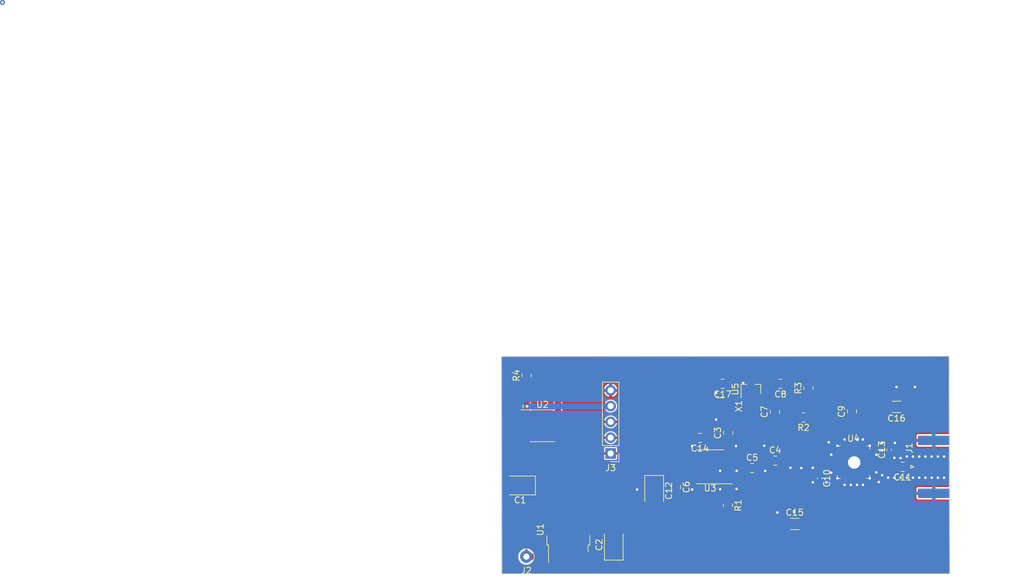
<source format=kicad_pcb>
(kicad_pcb (version 20171130) (host pcbnew "(5.1.8-0-10_14)")

  (general
    (thickness 0.8)
    (drawings 16)
    (tracks 201)
    (zones 0)
    (modules 30)
    (nets 24)
  )

  (page A4)
  (layers
    (0 F.Cu signal)
    (31 B.Cu signal)
    (32 B.Adhes user)
    (33 F.Adhes user)
    (34 B.Paste user)
    (35 F.Paste user)
    (36 B.SilkS user)
    (37 F.SilkS user)
    (38 B.Mask user)
    (39 F.Mask user)
    (40 Dwgs.User user)
    (41 Cmts.User user)
    (42 Eco1.User user)
    (43 Eco2.User user)
    (44 Edge.Cuts user)
    (45 Margin user)
    (46 B.CrtYd user)
    (47 F.CrtYd user)
    (48 B.Fab user)
    (49 F.Fab user)
  )

  (setup
    (last_trace_width 0.4)
    (user_trace_width 0.4)
    (user_trace_width 1)
    (user_trace_width 1.5)
    (trace_clearance 0.2)
    (zone_clearance 0)
    (zone_45_only no)
    (trace_min 0.2)
    (via_size 0.8)
    (via_drill 0.4)
    (via_min_size 0.4)
    (via_min_drill 0.3)
    (uvia_size 0.3)
    (uvia_drill 0.1)
    (uvias_allowed no)
    (uvia_min_size 0.2)
    (uvia_min_drill 0.1)
    (edge_width 0.05)
    (segment_width 0.2)
    (pcb_text_width 0.3)
    (pcb_text_size 1.5 1.5)
    (mod_edge_width 0.12)
    (mod_text_size 1 1)
    (mod_text_width 0.15)
    (pad_size 0.65 0.85)
    (pad_drill 0)
    (pad_to_mask_clearance 0)
    (aux_axis_origin 0 0)
    (grid_origin 136.95 101.65)
    (visible_elements FFFFE7FF)
    (pcbplotparams
      (layerselection 0x010f0_ffffffff)
      (usegerberextensions false)
      (usegerberattributes true)
      (usegerberadvancedattributes true)
      (creategerberjobfile true)
      (excludeedgelayer true)
      (linewidth 0.100000)
      (plotframeref false)
      (viasonmask false)
      (mode 1)
      (useauxorigin false)
      (hpglpennumber 1)
      (hpglpenspeed 20)
      (hpglpendiameter 15.000000)
      (psnegative false)
      (psa4output false)
      (plotreference true)
      (plotvalue false)
      (plotinvisibletext false)
      (padsonsilk false)
      (subtractmaskfromsilk false)
      (outputformat 1)
      (mirror false)
      (drillshape 0)
      (scaleselection 1)
      (outputdirectory "gerber/"))
  )

  (net 0 "")
  (net 1 Earth)
  (net 2 "Net-(C1-Pad1)")
  (net 3 "Net-(C10-Pad1)")
  (net 4 "Net-(C3-Pad2)")
  (net 5 "Net-(C3-Pad1)")
  (net 6 "Net-(C4-Pad1)")
  (net 7 "Net-(C4-Pad2)")
  (net 8 "Net-(C5-Pad1)")
  (net 9 "Net-(C7-Pad1)")
  (net 10 "Net-(C8-Pad1)")
  (net 11 "Net-(C9-Pad1)")
  (net 12 "Net-(R1-Pad1)")
  (net 13 "Net-(U2-Pad2)")
  (net 14 "Net-(U2-Pad3)")
  (net 15 "Net-(U4-Pad12)")
  (net 16 "Net-(C11-Pad1)")
  (net 17 "Net-(C11-Pad2)")
  (net 18 "Net-(J3-Pad1)")
  (net 19 "Net-(J3-Pad2)")
  (net 20 "Net-(J3-Pad3)")
  (net 21 "Net-(J3-Pad4)")
  (net 22 "Net-(C17-Pad1)")
  (net 23 "Net-(U3-Pad14)")

  (net_class Default "This is the default net class."
    (clearance 0.2)
    (trace_width 0.25)
    (via_dia 0.8)
    (via_drill 0.4)
    (uvia_dia 0.3)
    (uvia_drill 0.1)
    (add_net Earth)
    (add_net "Net-(C1-Pad1)")
    (add_net "Net-(C10-Pad1)")
    (add_net "Net-(C11-Pad1)")
    (add_net "Net-(C11-Pad2)")
    (add_net "Net-(C17-Pad1)")
    (add_net "Net-(C3-Pad1)")
    (add_net "Net-(C3-Pad2)")
    (add_net "Net-(C4-Pad1)")
    (add_net "Net-(C4-Pad2)")
    (add_net "Net-(C5-Pad1)")
    (add_net "Net-(C7-Pad1)")
    (add_net "Net-(C8-Pad1)")
    (add_net "Net-(C9-Pad1)")
    (add_net "Net-(J3-Pad1)")
    (add_net "Net-(J3-Pad2)")
    (add_net "Net-(J3-Pad3)")
    (add_net "Net-(J3-Pad4)")
    (add_net "Net-(R1-Pad1)")
    (add_net "Net-(U2-Pad2)")
    (add_net "Net-(U2-Pad3)")
    (add_net "Net-(U3-Pad14)")
    (add_net "Net-(U4-Pad12)")
  )

  (module Package_DFN_QFN:QFN-32-1EP_5x5mm_P0.5mm_EP3.65x3.65mm (layer F.Cu) (tedit 5FCCCC60) (tstamp 5FC6AC19)
    (at 136.8 74)
    (descr "QFN, 32 Pin (https://www.exar.com/ds/mxl7704.pdf#page=35), generated with kicad-footprint-generator ipc_noLead_generator.py")
    (tags "QFN NoLead")
    (path /5FCECE12)
    (attr smd)
    (fp_text reference U4 (at 0 -3.8) (layer F.SilkS)
      (effects (font (size 1 1) (thickness 0.15)))
    )
    (fp_text value HMC515 (at 0 3.8) (layer F.Fab)
      (effects (font (size 1 1) (thickness 0.15)))
    )
    (fp_line (start 2.135 -2.61) (end 2.61 -2.61) (layer F.SilkS) (width 0.12))
    (fp_line (start 2.61 -2.61) (end 2.61 -2.135) (layer F.SilkS) (width 0.12))
    (fp_line (start -2.135 2.61) (end -2.61 2.61) (layer F.SilkS) (width 0.12))
    (fp_line (start -2.61 2.61) (end -2.61 2.135) (layer F.SilkS) (width 0.12))
    (fp_line (start 2.135 2.61) (end 2.61 2.61) (layer F.SilkS) (width 0.12))
    (fp_line (start 2.61 2.61) (end 2.61 2.135) (layer F.SilkS) (width 0.12))
    (fp_line (start -2.135 -2.61) (end -2.61 -2.61) (layer F.SilkS) (width 0.12))
    (fp_line (start -1.5 -2.5) (end 2.5 -2.5) (layer F.Fab) (width 0.1))
    (fp_line (start 2.5 -2.5) (end 2.5 2.5) (layer F.Fab) (width 0.1))
    (fp_line (start 2.5 2.5) (end -2.5 2.5) (layer F.Fab) (width 0.1))
    (fp_line (start -2.5 2.5) (end -2.5 -1.5) (layer F.Fab) (width 0.1))
    (fp_line (start -2.5 -1.5) (end -1.5 -2.5) (layer F.Fab) (width 0.1))
    (fp_line (start -3.1 -3.1) (end -3.1 3.1) (layer F.CrtYd) (width 0.05))
    (fp_line (start -3.1 3.1) (end 3.1 3.1) (layer F.CrtYd) (width 0.05))
    (fp_line (start 3.1 3.1) (end 3.1 -3.1) (layer F.CrtYd) (width 0.05))
    (fp_line (start 3.1 -3.1) (end -3.1 -3.1) (layer F.CrtYd) (width 0.05))
    (fp_text user %R (at 0 0) (layer F.Fab)
      (effects (font (size 1 1) (thickness 0.15)))
    )
    (pad 1 smd roundrect (at -2.475 -1.75) (size 0.75 0.25) (layers F.Cu F.Paste F.Mask) (roundrect_rratio 0.25))
    (pad 2 smd roundrect (at -2.475 -1.25) (size 0.75 0.25) (layers F.Cu F.Paste F.Mask) (roundrect_rratio 0.25))
    (pad 3 smd roundrect (at -2.475 -0.75) (size 0.75 0.25) (layers F.Cu F.Paste F.Mask) (roundrect_rratio 0.25))
    (pad 4 smd roundrect (at -2.475 -0.25) (size 0.75 0.25) (layers F.Cu F.Paste F.Mask) (roundrect_rratio 0.25)
      (net 7 "Net-(C4-Pad2)"))
    (pad 5 smd roundrect (at -2.475 0.25) (size 0.75 0.25) (layers F.Cu F.Paste F.Mask) (roundrect_rratio 0.25)
      (net 1 Earth))
    (pad 6 smd roundrect (at -2.475 0.75) (size 0.75 0.25) (layers F.Cu F.Paste F.Mask) (roundrect_rratio 0.25)
      (net 3 "Net-(C10-Pad1)"))
    (pad 7 smd roundrect (at -2.475 1.25) (size 0.75 0.25) (layers F.Cu F.Paste F.Mask) (roundrect_rratio 0.25))
    (pad 8 smd roundrect (at -2.475 1.75) (size 0.75 0.25) (layers F.Cu F.Paste F.Mask) (roundrect_rratio 0.25))
    (pad 9 smd roundrect (at -1.75 2.475) (size 0.25 0.75) (layers F.Cu F.Paste F.Mask) (roundrect_rratio 0.25))
    (pad 10 smd roundrect (at -1.25 2.475) (size 0.25 0.75) (layers F.Cu F.Paste F.Mask) (roundrect_rratio 0.25))
    (pad 11 smd roundrect (at -0.75 2.475) (size 0.25 0.75) (layers F.Cu F.Paste F.Mask) (roundrect_rratio 0.25)
      (net 1 Earth))
    (pad 12 smd roundrect (at -0.25 2.475) (size 0.25 0.75) (layers F.Cu F.Paste F.Mask) (roundrect_rratio 0.25)
      (net 15 "Net-(U4-Pad12)"))
    (pad 13 smd roundrect (at 0.25 2.475) (size 0.25 0.75) (layers F.Cu F.Paste F.Mask) (roundrect_rratio 0.25))
    (pad 14 smd roundrect (at 0.75 2.475) (size 0.25 0.75) (layers F.Cu F.Paste F.Mask) (roundrect_rratio 0.25))
    (pad 15 smd roundrect (at 1.25 2.475) (size 0.25 0.75) (layers F.Cu F.Paste F.Mask) (roundrect_rratio 0.25))
    (pad 16 smd roundrect (at 1.75 2.475) (size 0.25 0.75) (layers F.Cu F.Paste F.Mask) (roundrect_rratio 0.25))
    (pad 17 smd roundrect (at 2.475 1.75) (size 0.75 0.25) (layers F.Cu F.Paste F.Mask) (roundrect_rratio 0.25))
    (pad 18 smd roundrect (at 2.475 1.25) (size 0.75 0.25) (layers F.Cu F.Paste F.Mask) (roundrect_rratio 0.25))
    (pad 19 smd roundrect (at 2.475 0.75) (size 0.75 0.25) (layers F.Cu F.Paste F.Mask) (roundrect_rratio 0.25)
      (net 17 "Net-(C11-Pad2)"))
    (pad 20 smd roundrect (at 2.475 0.25) (size 0.75 0.25) (layers F.Cu F.Paste F.Mask) (roundrect_rratio 0.25))
    (pad 21 smd roundrect (at 2.475 -0.25) (size 0.75 0.25) (layers F.Cu F.Paste F.Mask) (roundrect_rratio 0.25)
      (net 3 "Net-(C10-Pad1)"))
    (pad 22 smd roundrect (at 2.475 -0.75) (size 0.75 0.25) (layers F.Cu F.Paste F.Mask) (roundrect_rratio 0.25))
    (pad 23 smd roundrect (at 2.475 -1.25) (size 0.75 0.25) (layers F.Cu F.Paste F.Mask) (roundrect_rratio 0.25))
    (pad 24 smd roundrect (at 2.475 -1.75) (size 0.75 0.25) (layers F.Cu F.Paste F.Mask) (roundrect_rratio 0.25))
    (pad 25 smd roundrect (at 1.75 -2.475) (size 0.25 0.75) (layers F.Cu F.Paste F.Mask) (roundrect_rratio 0.25))
    (pad 26 smd roundrect (at 1.25 -2.475) (size 0.25 0.75) (layers F.Cu F.Paste F.Mask) (roundrect_rratio 0.25))
    (pad 27 smd roundrect (at 0.75 -2.475) (size 0.25 0.75) (layers F.Cu F.Paste F.Mask) (roundrect_rratio 0.25))
    (pad 28 smd roundrect (at 0.25 -2.475) (size 0.25 0.75) (layers F.Cu F.Paste F.Mask) (roundrect_rratio 0.25))
    (pad 29 smd roundrect (at -0.25 -2.475) (size 0.25 0.75) (layers F.Cu F.Paste F.Mask) (roundrect_rratio 0.25)
      (net 11 "Net-(C9-Pad1)"))
    (pad 30 smd roundrect (at -0.75 -2.475) (size 0.25 0.75) (layers F.Cu F.Paste F.Mask) (roundrect_rratio 0.25))
    (pad 31 smd roundrect (at -1.25 -2.475) (size 0.25 0.75) (layers F.Cu F.Paste F.Mask) (roundrect_rratio 0.25))
    (pad 32 smd roundrect (at -1.75 -2.475) (size 0.25 0.75) (layers F.Cu F.Paste F.Mask) (roundrect_rratio 0.25))
    (pad 33 smd rect (at 0 0) (size 3.65 3.65) (layers F.Cu F.Mask))
    (pad "" smd roundrect (at -1.22 -1.22) (size 0.98 0.98) (layers F.Paste) (roundrect_rratio 0.25))
    (pad "" smd roundrect (at -1.22 0) (size 0.98 0.98) (layers F.Paste) (roundrect_rratio 0.25))
    (pad "" smd roundrect (at -1.22 1.22) (size 0.98 0.98) (layers F.Paste) (roundrect_rratio 0.25))
    (pad "" smd roundrect (at 0 -1.22) (size 0.98 0.98) (layers F.Paste) (roundrect_rratio 0.25))
    (pad "" smd roundrect (at 0 0) (size 0.98 0.98) (layers F.Paste) (roundrect_rratio 0.25))
    (pad "" smd roundrect (at 0 1.22) (size 0.98 0.98) (layers F.Paste) (roundrect_rratio 0.25))
    (pad "" smd roundrect (at 1.22 -1.22) (size 0.98 0.98) (layers F.Paste) (roundrect_rratio 0.25))
    (pad "" smd roundrect (at 1.22 0) (size 0.98 0.98) (layers F.Paste) (roundrect_rratio 0.25))
    (pad "" smd roundrect (at 1.22 1.22) (size 0.98 0.98) (layers F.Paste) (roundrect_rratio 0.25))
    (model ${KISYS3DMOD}/Package_DFN_QFN.3dshapes/QFN-32-1EP_5x5mm_P0.5mm_EP3.65x3.65mm.wrl
      (at (xyz 0 0 0))
      (scale (xyz 1 1 1))
      (rotate (xyz 0 0 0))
    )
  )

  (module Package_TO_SOT_SMD:TO-252-3_TabPin2 (layer F.Cu) (tedit 5A70F30B) (tstamp 5FC6B2F0)
    (at 90.95 84.85 90)
    (descr "TO-252 / DPAK SMD package, http://www.infineon.com/cms/en/product/packages/PG-TO252/PG-TO252-3-1/")
    (tags "DPAK TO-252 DPAK-3 TO-252-3 SOT-428")
    (path /5FC8532A)
    (attr smd)
    (fp_text reference U1 (at 0 -4.5 90) (layer F.SilkS)
      (effects (font (size 1 1) (thickness 0.15)))
    )
    (fp_text value L78L05_SO8 (at 0 4.5 90) (layer F.Fab)
      (effects (font (size 1 1) (thickness 0.15)))
    )
    (fp_line (start 5.55 -3.5) (end -5.55 -3.5) (layer F.CrtYd) (width 0.05))
    (fp_line (start 5.55 3.5) (end 5.55 -3.5) (layer F.CrtYd) (width 0.05))
    (fp_line (start -5.55 3.5) (end 5.55 3.5) (layer F.CrtYd) (width 0.05))
    (fp_line (start -5.55 -3.5) (end -5.55 3.5) (layer F.CrtYd) (width 0.05))
    (fp_line (start -2.47 3.18) (end -3.57 3.18) (layer F.SilkS) (width 0.12))
    (fp_line (start -2.47 3.45) (end -2.47 3.18) (layer F.SilkS) (width 0.12))
    (fp_line (start -0.97 3.45) (end -2.47 3.45) (layer F.SilkS) (width 0.12))
    (fp_line (start -2.47 -3.18) (end -5.3 -3.18) (layer F.SilkS) (width 0.12))
    (fp_line (start -2.47 -3.45) (end -2.47 -3.18) (layer F.SilkS) (width 0.12))
    (fp_line (start -0.97 -3.45) (end -2.47 -3.45) (layer F.SilkS) (width 0.12))
    (fp_line (start -4.97 2.655) (end -2.27 2.655) (layer F.Fab) (width 0.1))
    (fp_line (start -4.97 1.905) (end -4.97 2.655) (layer F.Fab) (width 0.1))
    (fp_line (start -2.27 1.905) (end -4.97 1.905) (layer F.Fab) (width 0.1))
    (fp_line (start -4.97 0.375) (end -2.27 0.375) (layer F.Fab) (width 0.1))
    (fp_line (start -4.97 -0.375) (end -4.97 0.375) (layer F.Fab) (width 0.1))
    (fp_line (start -2.27 -0.375) (end -4.97 -0.375) (layer F.Fab) (width 0.1))
    (fp_line (start -4.97 -1.905) (end -2.27 -1.905) (layer F.Fab) (width 0.1))
    (fp_line (start -4.97 -2.655) (end -4.97 -1.905) (layer F.Fab) (width 0.1))
    (fp_line (start -1.865 -2.655) (end -4.97 -2.655) (layer F.Fab) (width 0.1))
    (fp_line (start -1.27 -3.25) (end 3.95 -3.25) (layer F.Fab) (width 0.1))
    (fp_line (start -2.27 -2.25) (end -1.27 -3.25) (layer F.Fab) (width 0.1))
    (fp_line (start -2.27 3.25) (end -2.27 -2.25) (layer F.Fab) (width 0.1))
    (fp_line (start 3.95 3.25) (end -2.27 3.25) (layer F.Fab) (width 0.1))
    (fp_line (start 3.95 -3.25) (end 3.95 3.25) (layer F.Fab) (width 0.1))
    (fp_line (start 4.95 2.7) (end 3.95 2.7) (layer F.Fab) (width 0.1))
    (fp_line (start 4.95 -2.7) (end 4.95 2.7) (layer F.Fab) (width 0.1))
    (fp_line (start 3.95 -2.7) (end 4.95 -2.7) (layer F.Fab) (width 0.1))
    (fp_text user %R (at 0 0 90) (layer F.Fab)
      (effects (font (size 1 1) (thickness 0.15)))
    )
    (pad 1 smd rect (at -4.2 -2.28 90) (size 2.2 1.2) (layers F.Cu F.Paste F.Mask)
      (net 2 "Net-(C1-Pad1)"))
    (pad 2 smd rect (at -4.2 0 90) (size 2.2 1.2) (layers F.Cu F.Paste F.Mask)
      (net 1 Earth))
    (pad 3 smd rect (at -4.2 2.28 90) (size 2.2 1.2) (layers F.Cu F.Paste F.Mask)
      (net 3 "Net-(C10-Pad1)"))
    (pad 2 smd rect (at 2.1 0 90) (size 6.4 5.8) (layers F.Cu F.Mask)
      (net 1 Earth))
    (pad "" smd rect (at 3.775 1.525 90) (size 3.05 2.75) (layers F.Paste))
    (pad "" smd rect (at 0.425 -1.525 90) (size 3.05 2.75) (layers F.Paste))
    (pad "" smd rect (at 3.775 -1.525 90) (size 3.05 2.75) (layers F.Paste))
    (pad "" smd rect (at 0.425 1.525 90) (size 3.05 2.75) (layers F.Paste))
    (model ${KISYS3DMOD}/Package_TO_SOT_SMD.3dshapes/TO-252-3_TabPin2.wrl
      (at (xyz 0 0 0))
      (scale (xyz 1 1 1))
      (rotate (xyz 0 0 0))
    )
  )

  (module Package_SO:TSSOP-16_4.4x5mm_P0.65mm (layer F.Cu) (tedit 5E476F32) (tstamp 5FC7A1F6)
    (at 113.75 74.75 180)
    (descr "TSSOP, 16 Pin (JEDEC MO-153 Var AB https://www.jedec.org/document_search?search_api_views_fulltext=MO-153), generated with kicad-footprint-generator ipc_gullwing_generator.py")
    (tags "TSSOP SO")
    (path /5FC648ED)
    (attr smd)
    (fp_text reference U3 (at 0 -3.45) (layer F.SilkS)
      (effects (font (size 1 1) (thickness 0.15)))
    )
    (fp_text value ADF4113HVBRUZ (at 0 3.45) (layer F.Fab)
      (effects (font (size 1 1) (thickness 0.15)))
    )
    (fp_line (start 0 2.735) (end 2.2 2.735) (layer F.SilkS) (width 0.12))
    (fp_line (start 0 2.735) (end -2.2 2.735) (layer F.SilkS) (width 0.12))
    (fp_line (start 0 -2.735) (end 2.2 -2.735) (layer F.SilkS) (width 0.12))
    (fp_line (start 0 -2.735) (end -3.6 -2.735) (layer F.SilkS) (width 0.12))
    (fp_line (start -1.2 -2.5) (end 2.2 -2.5) (layer F.Fab) (width 0.1))
    (fp_line (start 2.2 -2.5) (end 2.2 2.5) (layer F.Fab) (width 0.1))
    (fp_line (start 2.2 2.5) (end -2.2 2.5) (layer F.Fab) (width 0.1))
    (fp_line (start -2.2 2.5) (end -2.2 -1.5) (layer F.Fab) (width 0.1))
    (fp_line (start -2.2 -1.5) (end -1.2 -2.5) (layer F.Fab) (width 0.1))
    (fp_line (start -3.85 -2.75) (end -3.85 2.75) (layer F.CrtYd) (width 0.05))
    (fp_line (start -3.85 2.75) (end 3.85 2.75) (layer F.CrtYd) (width 0.05))
    (fp_line (start 3.85 2.75) (end 3.85 -2.75) (layer F.CrtYd) (width 0.05))
    (fp_line (start 3.85 -2.75) (end -3.85 -2.75) (layer F.CrtYd) (width 0.05))
    (fp_text user %R (at 0 0) (layer F.Fab)
      (effects (font (size 1 1) (thickness 0.15)))
    )
    (pad 16 smd roundrect (at 2.8625 -2.275 180) (size 1.475 0.4) (layers F.Cu F.Paste F.Mask) (roundrect_rratio 0.25)
      (net 2 "Net-(C1-Pad1)"))
    (pad 15 smd roundrect (at 2.8625 -1.625 180) (size 1.475 0.4) (layers F.Cu F.Paste F.Mask) (roundrect_rratio 0.25)
      (net 3 "Net-(C10-Pad1)"))
    (pad 14 smd roundrect (at 2.8625 -0.975 180) (size 1.475 0.4) (layers F.Cu F.Paste F.Mask) (roundrect_rratio 0.25)
      (net 23 "Net-(U3-Pad14)"))
    (pad 13 smd roundrect (at 2.8625 -0.325 180) (size 1.475 0.4) (layers F.Cu F.Paste F.Mask) (roundrect_rratio 0.25)
      (net 18 "Net-(J3-Pad1)"))
    (pad 12 smd roundrect (at 2.8625 0.325 180) (size 1.475 0.4) (layers F.Cu F.Paste F.Mask) (roundrect_rratio 0.25)
      (net 19 "Net-(J3-Pad2)"))
    (pad 11 smd roundrect (at 2.8625 0.975 180) (size 1.475 0.4) (layers F.Cu F.Paste F.Mask) (roundrect_rratio 0.25)
      (net 20 "Net-(J3-Pad3)"))
    (pad 10 smd roundrect (at 2.8625 1.625 180) (size 1.475 0.4) (layers F.Cu F.Paste F.Mask) (roundrect_rratio 0.25)
      (net 3 "Net-(C10-Pad1)"))
    (pad 9 smd roundrect (at 2.8625 2.275 180) (size 1.475 0.4) (layers F.Cu F.Paste F.Mask) (roundrect_rratio 0.25)
      (net 1 Earth))
    (pad 8 smd roundrect (at -2.8625 2.275 180) (size 1.475 0.4) (layers F.Cu F.Paste F.Mask) (roundrect_rratio 0.25)
      (net 5 "Net-(C3-Pad1)"))
    (pad 7 smd roundrect (at -2.8625 1.625 180) (size 1.475 0.4) (layers F.Cu F.Paste F.Mask) (roundrect_rratio 0.25)
      (net 3 "Net-(C10-Pad1)"))
    (pad 6 smd roundrect (at -2.8625 0.975 180) (size 1.475 0.4) (layers F.Cu F.Paste F.Mask) (roundrect_rratio 0.25)
      (net 6 "Net-(C4-Pad1)"))
    (pad 5 smd roundrect (at -2.8625 0.325 180) (size 1.475 0.4) (layers F.Cu F.Paste F.Mask) (roundrect_rratio 0.25)
      (net 8 "Net-(C5-Pad1)"))
    (pad 4 smd roundrect (at -2.8625 -0.325 180) (size 1.475 0.4) (layers F.Cu F.Paste F.Mask) (roundrect_rratio 0.25)
      (net 1 Earth))
    (pad 3 smd roundrect (at -2.8625 -0.975 180) (size 1.475 0.4) (layers F.Cu F.Paste F.Mask) (roundrect_rratio 0.25)
      (net 1 Earth))
    (pad 2 smd roundrect (at -2.8625 -1.625 180) (size 1.475 0.4) (layers F.Cu F.Paste F.Mask) (roundrect_rratio 0.25)
      (net 9 "Net-(C7-Pad1)"))
    (pad 1 smd roundrect (at -2.8625 -2.275 180) (size 1.475 0.4) (layers F.Cu F.Paste F.Mask) (roundrect_rratio 0.25)
      (net 12 "Net-(R1-Pad1)"))
    (model ${KISYS3DMOD}/Package_SO.3dshapes/TSSOP-16_4.4x5mm_P0.65mm.wrl
      (at (xyz 0 0 0))
      (scale (xyz 1 1 1))
      (rotate (xyz 0 0 0))
    )
  )

  (module Capacitor_SMD:C_0805_2012Metric (layer F.Cu) (tedit 5F68FEEE) (tstamp 5FC79DCD)
    (at 120.5 74.95)
    (descr "Capacitor SMD 0805 (2012 Metric), square (rectangular) end terminal, IPC_7351 nominal, (Body size source: IPC-SM-782 page 76, https://www.pcb-3d.com/wordpress/wp-content/uploads/ipc-sm-782a_amendment_1_and_2.pdf, https://docs.google.com/spreadsheets/d/1BsfQQcO9C6DZCsRaXUlFlo91Tg2WpOkGARC1WS5S8t0/edit?usp=sharing), generated with kicad-footprint-generator")
    (tags capacitor)
    (path /5FC76997)
    (attr smd)
    (fp_text reference C5 (at 0 -1.68) (layer F.SilkS)
      (effects (font (size 1 1) (thickness 0.15)))
    )
    (fp_text value C (at 0 1.68) (layer F.Fab)
      (effects (font (size 1 1) (thickness 0.15)))
    )
    (fp_line (start -1 0.625) (end -1 -0.625) (layer F.Fab) (width 0.1))
    (fp_line (start -1 -0.625) (end 1 -0.625) (layer F.Fab) (width 0.1))
    (fp_line (start 1 -0.625) (end 1 0.625) (layer F.Fab) (width 0.1))
    (fp_line (start 1 0.625) (end -1 0.625) (layer F.Fab) (width 0.1))
    (fp_line (start -0.261252 -0.735) (end 0.261252 -0.735) (layer F.SilkS) (width 0.12))
    (fp_line (start -0.261252 0.735) (end 0.261252 0.735) (layer F.SilkS) (width 0.12))
    (fp_line (start -1.7 0.98) (end -1.7 -0.98) (layer F.CrtYd) (width 0.05))
    (fp_line (start -1.7 -0.98) (end 1.7 -0.98) (layer F.CrtYd) (width 0.05))
    (fp_line (start 1.7 -0.98) (end 1.7 0.98) (layer F.CrtYd) (width 0.05))
    (fp_line (start 1.7 0.98) (end -1.7 0.98) (layer F.CrtYd) (width 0.05))
    (fp_text user %R (at 0 0) (layer F.Fab)
      (effects (font (size 0.5 0.5) (thickness 0.08)))
    )
    (pad 2 smd roundrect (at 0.95 0) (size 1 1.45) (layers F.Cu F.Paste F.Mask) (roundrect_rratio 0.25)
      (net 1 Earth))
    (pad 1 smd roundrect (at -0.95 0) (size 1 1.45) (layers F.Cu F.Paste F.Mask) (roundrect_rratio 0.25)
      (net 8 "Net-(C5-Pad1)"))
    (model ${KISYS3DMOD}/Capacitor_SMD.3dshapes/C_0805_2012Metric.wrl
      (at (xyz 0 0 0))
      (scale (xyz 1 1 1))
      (rotate (xyz 0 0 0))
    )
  )

  (module Resistor_SMD:R_0805_2012Metric (layer F.Cu) (tedit 5F68FEEE) (tstamp 5FC75F18)
    (at 84.25 60.05 90)
    (descr "Resistor SMD 0805 (2012 Metric), square (rectangular) end terminal, IPC_7351 nominal, (Body size source: IPC-SM-782 page 72, https://www.pcb-3d.com/wordpress/wp-content/uploads/ipc-sm-782a_amendment_1_and_2.pdf), generated with kicad-footprint-generator")
    (tags resistor)
    (path /5FE5543E)
    (attr smd)
    (fp_text reference R4 (at 0 -1.65 90) (layer F.SilkS)
      (effects (font (size 1 1) (thickness 0.15)))
    )
    (fp_text value R (at 0 1.65 90) (layer F.Fab)
      (effects (font (size 1 1) (thickness 0.15)))
    )
    (fp_line (start -1 0.625) (end -1 -0.625) (layer F.Fab) (width 0.1))
    (fp_line (start -1 -0.625) (end 1 -0.625) (layer F.Fab) (width 0.1))
    (fp_line (start 1 -0.625) (end 1 0.625) (layer F.Fab) (width 0.1))
    (fp_line (start 1 0.625) (end -1 0.625) (layer F.Fab) (width 0.1))
    (fp_line (start -0.227064 -0.735) (end 0.227064 -0.735) (layer F.SilkS) (width 0.12))
    (fp_line (start -0.227064 0.735) (end 0.227064 0.735) (layer F.SilkS) (width 0.12))
    (fp_line (start -1.68 0.95) (end -1.68 -0.95) (layer F.CrtYd) (width 0.05))
    (fp_line (start -1.68 -0.95) (end 1.68 -0.95) (layer F.CrtYd) (width 0.05))
    (fp_line (start 1.68 -0.95) (end 1.68 0.95) (layer F.CrtYd) (width 0.05))
    (fp_line (start 1.68 0.95) (end -1.68 0.95) (layer F.CrtYd) (width 0.05))
    (fp_text user %R (at 0 0 90) (layer F.Fab)
      (effects (font (size 0.5 0.5) (thickness 0.08)))
    )
    (pad 2 smd roundrect (at 0.9125 0 90) (size 1.025 1.4) (layers F.Cu F.Paste F.Mask) (roundrect_rratio 0.2439014634146341)
      (net 3 "Net-(C10-Pad1)"))
    (pad 1 smd roundrect (at -0.9125 0 90) (size 1.025 1.4) (layers F.Cu F.Paste F.Mask) (roundrect_rratio 0.2439014634146341)
      (net 21 "Net-(J3-Pad4)"))
    (model ${KISYS3DMOD}/Resistor_SMD.3dshapes/R_0805_2012Metric.wrl
      (at (xyz 0 0 0))
      (scale (xyz 1 1 1))
      (rotate (xyz 0 0 0))
    )
  )

  (module Connector_Pin:Pin_D1.0mm_L10.0mm (layer F.Cu) (tedit 5A1DC084) (tstamp 5FC6A1EB)
    (at 84.2 89.2)
    (descr "solder Pin_ diameter 1.0mm, hole diameter 1.0mm (press fit), length 10.0mm")
    (tags "solder Pin_ press fit")
    (path /5FD6E343)
    (fp_text reference J2 (at 0 2.25) (layer F.SilkS)
      (effects (font (size 1 1) (thickness 0.15)))
    )
    (fp_text value Conn_01x01 (at 0 -2.05) (layer F.Fab)
      (effects (font (size 1 1) (thickness 0.15)))
    )
    (fp_circle (center 0 0) (end 1.5 0) (layer F.CrtYd) (width 0.05))
    (fp_circle (center 0 0) (end 0.5 0) (layer F.Fab) (width 0.12))
    (fp_circle (center 0 0) (end 1 0) (layer F.Fab) (width 0.12))
    (fp_circle (center 0 0) (end 1.25 0.05) (layer F.SilkS) (width 0.12))
    (fp_text user %R (at 0 2.25) (layer F.Fab)
      (effects (font (size 1 1) (thickness 0.15)))
    )
    (pad 1 thru_hole circle (at 0 0) (size 2 2) (drill 1) (layers *.Cu *.Mask)
      (net 2 "Net-(C1-Pad1)"))
    (model ${KISYS3DMOD}/Connector_Pin.3dshapes/Pin_D1.0mm_L10.0mm.wrl
      (at (xyz 0 0 0))
      (scale (xyz 1 1 1))
      (rotate (xyz 0 0 0))
    )
  )

  (module Package_SO:SOIC-8_3.9x4.9mm_P1.27mm (layer F.Cu) (tedit 5D9F72B1) (tstamp 5FC73ED6)
    (at 86.8 68.15)
    (descr "SOIC, 8 Pin (JEDEC MS-012AA, https://www.analog.com/media/en/package-pcb-resources/package/pkg_pdf/soic_narrow-r/r_8.pdf), generated with kicad-footprint-generator ipc_gullwing_generator.py")
    (tags "SOIC SO")
    (path /5FD01AE4)
    (attr smd)
    (fp_text reference U2 (at 0 -3.4) (layer F.SilkS)
      (effects (font (size 1 1) (thickness 0.15)))
    )
    (fp_text value ATtiny13-20SSU (at 0 3.4) (layer F.Fab)
      (effects (font (size 1 1) (thickness 0.15)))
    )
    (fp_line (start 0 2.56) (end 1.95 2.56) (layer F.SilkS) (width 0.12))
    (fp_line (start 0 2.56) (end -1.95 2.56) (layer F.SilkS) (width 0.12))
    (fp_line (start 0 -2.56) (end 1.95 -2.56) (layer F.SilkS) (width 0.12))
    (fp_line (start 0 -2.56) (end -3.45 -2.56) (layer F.SilkS) (width 0.12))
    (fp_line (start -0.975 -2.45) (end 1.95 -2.45) (layer F.Fab) (width 0.1))
    (fp_line (start 1.95 -2.45) (end 1.95 2.45) (layer F.Fab) (width 0.1))
    (fp_line (start 1.95 2.45) (end -1.95 2.45) (layer F.Fab) (width 0.1))
    (fp_line (start -1.95 2.45) (end -1.95 -1.475) (layer F.Fab) (width 0.1))
    (fp_line (start -1.95 -1.475) (end -0.975 -2.45) (layer F.Fab) (width 0.1))
    (fp_line (start -3.7 -2.7) (end -3.7 2.7) (layer F.CrtYd) (width 0.05))
    (fp_line (start -3.7 2.7) (end 3.7 2.7) (layer F.CrtYd) (width 0.05))
    (fp_line (start 3.7 2.7) (end 3.7 -2.7) (layer F.CrtYd) (width 0.05))
    (fp_line (start 3.7 -2.7) (end -3.7 -2.7) (layer F.CrtYd) (width 0.05))
    (fp_text user %R (at 0 0) (layer F.Fab)
      (effects (font (size 0.98 0.98) (thickness 0.15)))
    )
    (pad 8 smd roundrect (at 2.475 -1.905) (size 1.95 0.6) (layers F.Cu F.Paste F.Mask) (roundrect_rratio 0.25)
      (net 3 "Net-(C10-Pad1)"))
    (pad 7 smd roundrect (at 2.475 -0.635) (size 1.95 0.6) (layers F.Cu F.Paste F.Mask) (roundrect_rratio 0.25)
      (net 20 "Net-(J3-Pad3)"))
    (pad 6 smd roundrect (at 2.475 0.635) (size 1.95 0.6) (layers F.Cu F.Paste F.Mask) (roundrect_rratio 0.25)
      (net 19 "Net-(J3-Pad2)"))
    (pad 5 smd roundrect (at 2.475 1.905) (size 1.95 0.6) (layers F.Cu F.Paste F.Mask) (roundrect_rratio 0.25)
      (net 18 "Net-(J3-Pad1)"))
    (pad 4 smd roundrect (at -2.475 1.905) (size 1.95 0.6) (layers F.Cu F.Paste F.Mask) (roundrect_rratio 0.25)
      (net 1 Earth))
    (pad 3 smd roundrect (at -2.475 0.635) (size 1.95 0.6) (layers F.Cu F.Paste F.Mask) (roundrect_rratio 0.25)
      (net 14 "Net-(U2-Pad3)"))
    (pad 2 smd roundrect (at -2.475 -0.635) (size 1.95 0.6) (layers F.Cu F.Paste F.Mask) (roundrect_rratio 0.25)
      (net 13 "Net-(U2-Pad2)"))
    (pad 1 smd roundrect (at -2.475 -1.905) (size 1.95 0.6) (layers F.Cu F.Paste F.Mask) (roundrect_rratio 0.25)
      (net 21 "Net-(J3-Pad4)"))
    (model ${KISYS3DMOD}/Package_SO.3dshapes/SOIC-8_3.9x4.9mm_P1.27mm.wrl
      (at (xyz 0 0 0))
      (scale (xyz 1 1 1))
      (rotate (xyz 0 0 0))
    )
  )

  (module Capacitor_Tantalum_SMD:CP_EIA-3528-12_Kemet-T (layer F.Cu) (tedit 5EBA9318) (tstamp 5FC79BE2)
    (at 83.2 77.75 180)
    (descr "Tantalum Capacitor SMD Kemet-T (3528-12 Metric), IPC_7351 nominal, (Body size from: http://www.kemet.com/Lists/ProductCatalog/Attachments/253/KEM_TC101_STD.pdf), generated with kicad-footprint-generator")
    (tags "capacitor tantalum")
    (path /5FC89D01)
    (attr smd)
    (fp_text reference C1 (at 0 -2.35) (layer F.SilkS)
      (effects (font (size 1 1) (thickness 0.15)))
    )
    (fp_text value CP (at 0 2.35) (layer F.Fab)
      (effects (font (size 1 1) (thickness 0.15)))
    )
    (fp_line (start 1.75 -1.4) (end -1.05 -1.4) (layer F.Fab) (width 0.1))
    (fp_line (start -1.05 -1.4) (end -1.75 -0.7) (layer F.Fab) (width 0.1))
    (fp_line (start -1.75 -0.7) (end -1.75 1.4) (layer F.Fab) (width 0.1))
    (fp_line (start -1.75 1.4) (end 1.75 1.4) (layer F.Fab) (width 0.1))
    (fp_line (start 1.75 1.4) (end 1.75 -1.4) (layer F.Fab) (width 0.1))
    (fp_line (start 1.75 -1.51) (end -2.46 -1.51) (layer F.SilkS) (width 0.12))
    (fp_line (start -2.46 -1.51) (end -2.46 1.51) (layer F.SilkS) (width 0.12))
    (fp_line (start -2.46 1.51) (end 1.75 1.51) (layer F.SilkS) (width 0.12))
    (fp_line (start -2.45 1.65) (end -2.45 -1.65) (layer F.CrtYd) (width 0.05))
    (fp_line (start -2.45 -1.65) (end 2.45 -1.65) (layer F.CrtYd) (width 0.05))
    (fp_line (start 2.45 -1.65) (end 2.45 1.65) (layer F.CrtYd) (width 0.05))
    (fp_line (start 2.45 1.65) (end -2.45 1.65) (layer F.CrtYd) (width 0.05))
    (fp_text user %R (at 0 0) (layer F.Fab)
      (effects (font (size 0.88 0.88) (thickness 0.13)))
    )
    (pad 2 smd roundrect (at 1.5375 0 180) (size 1.325 2.35) (layers F.Cu F.Paste F.Mask) (roundrect_rratio 0.1886784905660377)
      (net 1 Earth))
    (pad 1 smd roundrect (at -1.5375 0 180) (size 1.325 2.35) (layers F.Cu F.Paste F.Mask) (roundrect_rratio 0.1886784905660377)
      (net 2 "Net-(C1-Pad1)"))
    (model ${KISYS3DMOD}/Capacitor_Tantalum_SMD.3dshapes/CP_EIA-3528-12_Kemet-T.wrl
      (at (xyz 0 0 0))
      (scale (xyz 1 1 1))
      (rotate (xyz 0 0 0))
    )
  )

  (module Capacitor_Tantalum_SMD:CP_EIA-3528-12_Kemet-T (layer F.Cu) (tedit 5EBA9318) (tstamp 5FC77D32)
    (at 98.25 87.3 90)
    (descr "Tantalum Capacitor SMD Kemet-T (3528-12 Metric), IPC_7351 nominal, (Body size from: http://www.kemet.com/Lists/ProductCatalog/Attachments/253/KEM_TC101_STD.pdf), generated with kicad-footprint-generator")
    (tags "capacitor tantalum")
    (path /5FC8840D)
    (attr smd)
    (fp_text reference C2 (at 0 -2.35 90) (layer F.SilkS)
      (effects (font (size 1 1) (thickness 0.15)))
    )
    (fp_text value CP (at 0 2.35 90) (layer F.Fab)
      (effects (font (size 1 1) (thickness 0.15)))
    )
    (fp_line (start 1.75 -1.4) (end -1.05 -1.4) (layer F.Fab) (width 0.1))
    (fp_line (start -1.05 -1.4) (end -1.75 -0.7) (layer F.Fab) (width 0.1))
    (fp_line (start -1.75 -0.7) (end -1.75 1.4) (layer F.Fab) (width 0.1))
    (fp_line (start -1.75 1.4) (end 1.75 1.4) (layer F.Fab) (width 0.1))
    (fp_line (start 1.75 1.4) (end 1.75 -1.4) (layer F.Fab) (width 0.1))
    (fp_line (start 1.75 -1.51) (end -2.46 -1.51) (layer F.SilkS) (width 0.12))
    (fp_line (start -2.46 -1.51) (end -2.46 1.51) (layer F.SilkS) (width 0.12))
    (fp_line (start -2.46 1.51) (end 1.75 1.51) (layer F.SilkS) (width 0.12))
    (fp_line (start -2.45 1.65) (end -2.45 -1.65) (layer F.CrtYd) (width 0.05))
    (fp_line (start -2.45 -1.65) (end 2.45 -1.65) (layer F.CrtYd) (width 0.05))
    (fp_line (start 2.45 -1.65) (end 2.45 1.65) (layer F.CrtYd) (width 0.05))
    (fp_line (start 2.45 1.65) (end -2.45 1.65) (layer F.CrtYd) (width 0.05))
    (fp_text user %R (at 0 0 90) (layer F.Fab)
      (effects (font (size 0.88 0.88) (thickness 0.13)))
    )
    (pad 2 smd roundrect (at 1.5375 0 90) (size 1.325 2.35) (layers F.Cu F.Paste F.Mask) (roundrect_rratio 0.1886784905660377)
      (net 1 Earth))
    (pad 1 smd roundrect (at -1.5375 0 90) (size 1.325 2.35) (layers F.Cu F.Paste F.Mask) (roundrect_rratio 0.1886784905660377)
      (net 3 "Net-(C10-Pad1)"))
    (model ${KISYS3DMOD}/Capacitor_Tantalum_SMD.3dshapes/CP_EIA-3528-12_Kemet-T.wrl
      (at (xyz 0 0 0))
      (scale (xyz 1 1 1))
      (rotate (xyz 0 0 0))
    )
  )

  (module Capacitor_SMD:C_0805_2012Metric (layer F.Cu) (tedit 5F68FEEE) (tstamp 5FC68DDD)
    (at 116.65 69.3 90)
    (descr "Capacitor SMD 0805 (2012 Metric), square (rectangular) end terminal, IPC_7351 nominal, (Body size source: IPC-SM-782 page 76, https://www.pcb-3d.com/wordpress/wp-content/uploads/ipc-sm-782a_amendment_1_and_2.pdf, https://docs.google.com/spreadsheets/d/1BsfQQcO9C6DZCsRaXUlFlo91Tg2WpOkGARC1WS5S8t0/edit?usp=sharing), generated with kicad-footprint-generator")
    (tags capacitor)
    (path /5FC7CC46)
    (attr smd)
    (fp_text reference C3 (at 0 -1.68 90) (layer F.SilkS)
      (effects (font (size 1 1) (thickness 0.15)))
    )
    (fp_text value C (at 0 1.68 90) (layer F.Fab)
      (effects (font (size 1 1) (thickness 0.15)))
    )
    (fp_line (start -1 0.625) (end -1 -0.625) (layer F.Fab) (width 0.1))
    (fp_line (start -1 -0.625) (end 1 -0.625) (layer F.Fab) (width 0.1))
    (fp_line (start 1 -0.625) (end 1 0.625) (layer F.Fab) (width 0.1))
    (fp_line (start 1 0.625) (end -1 0.625) (layer F.Fab) (width 0.1))
    (fp_line (start -0.261252 -0.735) (end 0.261252 -0.735) (layer F.SilkS) (width 0.12))
    (fp_line (start -0.261252 0.735) (end 0.261252 0.735) (layer F.SilkS) (width 0.12))
    (fp_line (start -1.7 0.98) (end -1.7 -0.98) (layer F.CrtYd) (width 0.05))
    (fp_line (start -1.7 -0.98) (end 1.7 -0.98) (layer F.CrtYd) (width 0.05))
    (fp_line (start 1.7 -0.98) (end 1.7 0.98) (layer F.CrtYd) (width 0.05))
    (fp_line (start 1.7 0.98) (end -1.7 0.98) (layer F.CrtYd) (width 0.05))
    (fp_text user %R (at 0 0 90) (layer F.Fab)
      (effects (font (size 0.5 0.5) (thickness 0.08)))
    )
    (pad 2 smd roundrect (at 0.95 0 90) (size 1 1.45) (layers F.Cu F.Paste F.Mask) (roundrect_rratio 0.25)
      (net 4 "Net-(C3-Pad2)"))
    (pad 1 smd roundrect (at -0.95 0 90) (size 1 1.45) (layers F.Cu F.Paste F.Mask) (roundrect_rratio 0.25)
      (net 5 "Net-(C3-Pad1)"))
    (model ${KISYS3DMOD}/Capacitor_SMD.3dshapes/C_0805_2012Metric.wrl
      (at (xyz 0 0 0))
      (scale (xyz 1 1 1))
      (rotate (xyz 0 0 0))
    )
  )

  (module Capacitor_SMD:C_0805_2012Metric (layer F.Cu) (tedit 5F68FEEE) (tstamp 5FC795E3)
    (at 124.2 73.75)
    (descr "Capacitor SMD 0805 (2012 Metric), square (rectangular) end terminal, IPC_7351 nominal, (Body size source: IPC-SM-782 page 76, https://www.pcb-3d.com/wordpress/wp-content/uploads/ipc-sm-782a_amendment_1_and_2.pdf, https://docs.google.com/spreadsheets/d/1BsfQQcO9C6DZCsRaXUlFlo91Tg2WpOkGARC1WS5S8t0/edit?usp=sharing), generated with kicad-footprint-generator")
    (tags capacitor)
    (path /5FC779D4)
    (attr smd)
    (fp_text reference C4 (at 0 -1.68) (layer F.SilkS)
      (effects (font (size 1 1) (thickness 0.15)))
    )
    (fp_text value C (at 0 1.68) (layer F.Fab)
      (effects (font (size 1 1) (thickness 0.15)))
    )
    (fp_line (start -1 0.625) (end -1 -0.625) (layer F.Fab) (width 0.1))
    (fp_line (start -1 -0.625) (end 1 -0.625) (layer F.Fab) (width 0.1))
    (fp_line (start 1 -0.625) (end 1 0.625) (layer F.Fab) (width 0.1))
    (fp_line (start 1 0.625) (end -1 0.625) (layer F.Fab) (width 0.1))
    (fp_line (start -0.261252 -0.735) (end 0.261252 -0.735) (layer F.SilkS) (width 0.12))
    (fp_line (start -0.261252 0.735) (end 0.261252 0.735) (layer F.SilkS) (width 0.12))
    (fp_line (start -1.7 0.98) (end -1.7 -0.98) (layer F.CrtYd) (width 0.05))
    (fp_line (start -1.7 -0.98) (end 1.7 -0.98) (layer F.CrtYd) (width 0.05))
    (fp_line (start 1.7 -0.98) (end 1.7 0.98) (layer F.CrtYd) (width 0.05))
    (fp_line (start 1.7 0.98) (end -1.7 0.98) (layer F.CrtYd) (width 0.05))
    (fp_text user %R (at 0 0) (layer F.Fab)
      (effects (font (size 0.5 0.5) (thickness 0.08)))
    )
    (pad 2 smd roundrect (at 0.95 0) (size 1 1.45) (layers F.Cu F.Paste F.Mask) (roundrect_rratio 0.25)
      (net 7 "Net-(C4-Pad2)"))
    (pad 1 smd roundrect (at -0.95 0) (size 1 1.45) (layers F.Cu F.Paste F.Mask) (roundrect_rratio 0.25)
      (net 6 "Net-(C4-Pad1)"))
    (model ${KISYS3DMOD}/Capacitor_SMD.3dshapes/C_0805_2012Metric.wrl
      (at (xyz 0 0 0))
      (scale (xyz 1 1 1))
      (rotate (xyz 0 0 0))
    )
  )

  (module Capacitor_SMD:C_0805_2012Metric (layer F.Cu) (tedit 5F68FEEE) (tstamp 5FC77E97)
    (at 108.25 78 270)
    (descr "Capacitor SMD 0805 (2012 Metric), square (rectangular) end terminal, IPC_7351 nominal, (Body size source: IPC-SM-782 page 76, https://www.pcb-3d.com/wordpress/wp-content/uploads/ipc-sm-782a_amendment_1_and_2.pdf, https://docs.google.com/spreadsheets/d/1BsfQQcO9C6DZCsRaXUlFlo91Tg2WpOkGARC1WS5S8t0/edit?usp=sharing), generated with kicad-footprint-generator")
    (tags capacitor)
    (path /5FC8ED39)
    (attr smd)
    (fp_text reference C6 (at 0 -1.68 90) (layer F.SilkS)
      (effects (font (size 1 1) (thickness 0.15)))
    )
    (fp_text value C (at 0 1.68 90) (layer F.Fab)
      (effects (font (size 1 1) (thickness 0.15)))
    )
    (fp_line (start -1 0.625) (end -1 -0.625) (layer F.Fab) (width 0.1))
    (fp_line (start -1 -0.625) (end 1 -0.625) (layer F.Fab) (width 0.1))
    (fp_line (start 1 -0.625) (end 1 0.625) (layer F.Fab) (width 0.1))
    (fp_line (start 1 0.625) (end -1 0.625) (layer F.Fab) (width 0.1))
    (fp_line (start -0.261252 -0.735) (end 0.261252 -0.735) (layer F.SilkS) (width 0.12))
    (fp_line (start -0.261252 0.735) (end 0.261252 0.735) (layer F.SilkS) (width 0.12))
    (fp_line (start -1.7 0.98) (end -1.7 -0.98) (layer F.CrtYd) (width 0.05))
    (fp_line (start -1.7 -0.98) (end 1.7 -0.98) (layer F.CrtYd) (width 0.05))
    (fp_line (start 1.7 -0.98) (end 1.7 0.98) (layer F.CrtYd) (width 0.05))
    (fp_line (start 1.7 0.98) (end -1.7 0.98) (layer F.CrtYd) (width 0.05))
    (fp_text user %R (at 0 0 90) (layer F.Fab)
      (effects (font (size 0.5 0.5) (thickness 0.08)))
    )
    (pad 2 smd roundrect (at 0.95 0 270) (size 1 1.45) (layers F.Cu F.Paste F.Mask) (roundrect_rratio 0.25)
      (net 1 Earth))
    (pad 1 smd roundrect (at -0.95 0 270) (size 1 1.45) (layers F.Cu F.Paste F.Mask) (roundrect_rratio 0.25)
      (net 2 "Net-(C1-Pad1)"))
    (model ${KISYS3DMOD}/Capacitor_SMD.3dshapes/C_0805_2012Metric.wrl
      (at (xyz 0 0 0))
      (scale (xyz 1 1 1))
      (rotate (xyz 0 0 0))
    )
  )

  (module Capacitor_SMD:C_0805_2012Metric (layer F.Cu) (tedit 5F68FEEE) (tstamp 5FC6A770)
    (at 124.15 65.9 90)
    (descr "Capacitor SMD 0805 (2012 Metric), square (rectangular) end terminal, IPC_7351 nominal, (Body size source: IPC-SM-782 page 76, https://www.pcb-3d.com/wordpress/wp-content/uploads/ipc-sm-782a_amendment_1_and_2.pdf, https://docs.google.com/spreadsheets/d/1BsfQQcO9C6DZCsRaXUlFlo91Tg2WpOkGARC1WS5S8t0/edit?usp=sharing), generated with kicad-footprint-generator")
    (tags capacitor)
    (path /5FCFFDCC)
    (attr smd)
    (fp_text reference C7 (at 0 -1.68 90) (layer F.SilkS)
      (effects (font (size 1 1) (thickness 0.15)))
    )
    (fp_text value C (at 0 1.68 90) (layer F.Fab)
      (effects (font (size 1 1) (thickness 0.15)))
    )
    (fp_line (start -1 0.625) (end -1 -0.625) (layer F.Fab) (width 0.1))
    (fp_line (start -1 -0.625) (end 1 -0.625) (layer F.Fab) (width 0.1))
    (fp_line (start 1 -0.625) (end 1 0.625) (layer F.Fab) (width 0.1))
    (fp_line (start 1 0.625) (end -1 0.625) (layer F.Fab) (width 0.1))
    (fp_line (start -0.261252 -0.735) (end 0.261252 -0.735) (layer F.SilkS) (width 0.12))
    (fp_line (start -0.261252 0.735) (end 0.261252 0.735) (layer F.SilkS) (width 0.12))
    (fp_line (start -1.7 0.98) (end -1.7 -0.98) (layer F.CrtYd) (width 0.05))
    (fp_line (start -1.7 -0.98) (end 1.7 -0.98) (layer F.CrtYd) (width 0.05))
    (fp_line (start 1.7 -0.98) (end 1.7 0.98) (layer F.CrtYd) (width 0.05))
    (fp_line (start 1.7 0.98) (end -1.7 0.98) (layer F.CrtYd) (width 0.05))
    (fp_text user %R (at 0 0 90) (layer F.Fab)
      (effects (font (size 0.5 0.5) (thickness 0.08)))
    )
    (pad 2 smd roundrect (at 0.95 0 90) (size 1 1.45) (layers F.Cu F.Paste F.Mask) (roundrect_rratio 0.25)
      (net 1 Earth))
    (pad 1 smd roundrect (at -0.95 0 90) (size 1 1.45) (layers F.Cu F.Paste F.Mask) (roundrect_rratio 0.25)
      (net 9 "Net-(C7-Pad1)"))
    (model ${KISYS3DMOD}/Capacitor_SMD.3dshapes/C_0805_2012Metric.wrl
      (at (xyz 0 0 0))
      (scale (xyz 1 1 1))
      (rotate (xyz 0 0 0))
    )
  )

  (module Capacitor_SMD:C_0805_2012Metric (layer F.Cu) (tedit 5F68FEEE) (tstamp 5FC7174A)
    (at 125.05 61.4 180)
    (descr "Capacitor SMD 0805 (2012 Metric), square (rectangular) end terminal, IPC_7351 nominal, (Body size source: IPC-SM-782 page 76, https://www.pcb-3d.com/wordpress/wp-content/uploads/ipc-sm-782a_amendment_1_and_2.pdf, https://docs.google.com/spreadsheets/d/1BsfQQcO9C6DZCsRaXUlFlo91Tg2WpOkGARC1WS5S8t0/edit?usp=sharing), generated with kicad-footprint-generator")
    (tags capacitor)
    (path /5FC677CD)
    (attr smd)
    (fp_text reference C8 (at 0 -1.68) (layer F.SilkS)
      (effects (font (size 1 1) (thickness 0.15)))
    )
    (fp_text value C (at 0 1.68) (layer F.Fab)
      (effects (font (size 1 1) (thickness 0.15)))
    )
    (fp_line (start -1 0.625) (end -1 -0.625) (layer F.Fab) (width 0.1))
    (fp_line (start -1 -0.625) (end 1 -0.625) (layer F.Fab) (width 0.1))
    (fp_line (start 1 -0.625) (end 1 0.625) (layer F.Fab) (width 0.1))
    (fp_line (start 1 0.625) (end -1 0.625) (layer F.Fab) (width 0.1))
    (fp_line (start -0.261252 -0.735) (end 0.261252 -0.735) (layer F.SilkS) (width 0.12))
    (fp_line (start -0.261252 0.735) (end 0.261252 0.735) (layer F.SilkS) (width 0.12))
    (fp_line (start -1.7 0.98) (end -1.7 -0.98) (layer F.CrtYd) (width 0.05))
    (fp_line (start -1.7 -0.98) (end 1.7 -0.98) (layer F.CrtYd) (width 0.05))
    (fp_line (start 1.7 -0.98) (end 1.7 0.98) (layer F.CrtYd) (width 0.05))
    (fp_line (start 1.7 0.98) (end -1.7 0.98) (layer F.CrtYd) (width 0.05))
    (fp_text user %R (at 0 0) (layer F.Fab)
      (effects (font (size 0.5 0.5) (thickness 0.08)))
    )
    (pad 2 smd roundrect (at 0.95 0 180) (size 1 1.45) (layers F.Cu F.Paste F.Mask) (roundrect_rratio 0.25)
      (net 1 Earth))
    (pad 1 smd roundrect (at -0.95 0 180) (size 1 1.45) (layers F.Cu F.Paste F.Mask) (roundrect_rratio 0.25)
      (net 10 "Net-(C8-Pad1)"))
    (model ${KISYS3DMOD}/Capacitor_SMD.3dshapes/C_0805_2012Metric.wrl
      (at (xyz 0 0 0))
      (scale (xyz 1 1 1))
      (rotate (xyz 0 0 0))
    )
  )

  (module Capacitor_SMD:C_0805_2012Metric (layer F.Cu) (tedit 5F68FEEE) (tstamp 5FC718DB)
    (at 136.55 65.85 90)
    (descr "Capacitor SMD 0805 (2012 Metric), square (rectangular) end terminal, IPC_7351 nominal, (Body size source: IPC-SM-782 page 76, https://www.pcb-3d.com/wordpress/wp-content/uploads/ipc-sm-782a_amendment_1_and_2.pdf, https://docs.google.com/spreadsheets/d/1BsfQQcO9C6DZCsRaXUlFlo91Tg2WpOkGARC1WS5S8t0/edit?usp=sharing), generated with kicad-footprint-generator")
    (tags capacitor)
    (path /5FCFE35C)
    (attr smd)
    (fp_text reference C9 (at 0 -1.68 90) (layer F.SilkS)
      (effects (font (size 1 1) (thickness 0.15)))
    )
    (fp_text value C (at 0 1.68 90) (layer F.Fab)
      (effects (font (size 1 1) (thickness 0.15)))
    )
    (fp_line (start -1 0.625) (end -1 -0.625) (layer F.Fab) (width 0.1))
    (fp_line (start -1 -0.625) (end 1 -0.625) (layer F.Fab) (width 0.1))
    (fp_line (start 1 -0.625) (end 1 0.625) (layer F.Fab) (width 0.1))
    (fp_line (start 1 0.625) (end -1 0.625) (layer F.Fab) (width 0.1))
    (fp_line (start -0.261252 -0.735) (end 0.261252 -0.735) (layer F.SilkS) (width 0.12))
    (fp_line (start -0.261252 0.735) (end 0.261252 0.735) (layer F.SilkS) (width 0.12))
    (fp_line (start -1.7 0.98) (end -1.7 -0.98) (layer F.CrtYd) (width 0.05))
    (fp_line (start -1.7 -0.98) (end 1.7 -0.98) (layer F.CrtYd) (width 0.05))
    (fp_line (start 1.7 -0.98) (end 1.7 0.98) (layer F.CrtYd) (width 0.05))
    (fp_line (start 1.7 0.98) (end -1.7 0.98) (layer F.CrtYd) (width 0.05))
    (fp_text user %R (at 0 0 90) (layer F.Fab)
      (effects (font (size 0.5 0.5) (thickness 0.08)))
    )
    (pad 2 smd roundrect (at 0.95 0 90) (size 1 1.45) (layers F.Cu F.Paste F.Mask) (roundrect_rratio 0.25)
      (net 1 Earth))
    (pad 1 smd roundrect (at -0.95 0 90) (size 1 1.45) (layers F.Cu F.Paste F.Mask) (roundrect_rratio 0.25)
      (net 11 "Net-(C9-Pad1)"))
    (model ${KISYS3DMOD}/Capacitor_SMD.3dshapes/C_0805_2012Metric.wrl
      (at (xyz 0 0 0))
      (scale (xyz 1 1 1))
      (rotate (xyz 0 0 0))
    )
  )

  (module Connector_Coaxial:SMA_Amphenol_132289_EdgeMount (layer F.Cu) (tedit 5A1C1810) (tstamp 5FCCF4E9)
    (at 149.7 74.75)
    (descr http://www.amphenolrf.com/132289.html)
    (tags SMA)
    (path /5FCC8976)
    (attr smd)
    (fp_text reference J1 (at -3.96 -3 90) (layer F.SilkS)
      (effects (font (size 1 1) (thickness 0.15)))
    )
    (fp_text value SMA (at 5 6) (layer F.Fab)
      (effects (font (size 1 1) (thickness 0.15)))
    )
    (fp_line (start -3.71 0.25) (end -3.21 0) (layer F.SilkS) (width 0.12))
    (fp_line (start -3.71 -0.25) (end -3.71 0.25) (layer F.SilkS) (width 0.12))
    (fp_line (start -3.21 0) (end -3.71 -0.25) (layer F.SilkS) (width 0.12))
    (fp_line (start 3.54 0) (end 2.54 0.75) (layer F.Fab) (width 0.1))
    (fp_line (start 2.54 -0.75) (end 3.54 0) (layer F.Fab) (width 0.1))
    (fp_line (start 14.47 -5.58) (end -3.04 -5.58) (layer F.CrtYd) (width 0.05))
    (fp_line (start 14.47 -5.58) (end 14.47 5.58) (layer F.CrtYd) (width 0.05))
    (fp_line (start 14.47 5.58) (end -3.04 5.58) (layer F.CrtYd) (width 0.05))
    (fp_line (start -3.04 5.58) (end -3.04 -5.58) (layer F.CrtYd) (width 0.05))
    (fp_line (start 14.47 -5.58) (end -3.04 -5.58) (layer B.CrtYd) (width 0.05))
    (fp_line (start 14.47 -5.58) (end 14.47 5.58) (layer B.CrtYd) (width 0.05))
    (fp_line (start 14.47 5.58) (end -3.04 5.58) (layer B.CrtYd) (width 0.05))
    (fp_line (start -3.04 5.58) (end -3.04 -5.58) (layer B.CrtYd) (width 0.05))
    (fp_line (start 4.445 -3.81) (end 13.97 -3.81) (layer F.Fab) (width 0.1))
    (fp_line (start 13.97 -3.81) (end 13.97 3.81) (layer F.Fab) (width 0.1))
    (fp_line (start 13.97 3.81) (end 4.445 3.81) (layer F.Fab) (width 0.1))
    (fp_line (start 4.445 5.08) (end 4.445 3.81) (layer F.Fab) (width 0.1))
    (fp_line (start 4.445 -3.81) (end 4.445 -5.08) (layer F.Fab) (width 0.1))
    (fp_line (start -1.91 -5.08) (end 4.445 -5.08) (layer F.Fab) (width 0.1))
    (fp_line (start -1.91 -5.08) (end -1.91 -3.81) (layer F.Fab) (width 0.1))
    (fp_line (start -1.91 -3.81) (end 2.54 -3.81) (layer F.Fab) (width 0.1))
    (fp_line (start 2.54 -3.81) (end 2.54 3.81) (layer F.Fab) (width 0.1))
    (fp_line (start 2.54 3.81) (end -1.91 3.81) (layer F.Fab) (width 0.1))
    (fp_line (start -1.91 3.81) (end -1.91 5.08) (layer F.Fab) (width 0.1))
    (fp_line (start -1.91 5.08) (end 4.445 5.08) (layer F.Fab) (width 0.1))
    (fp_text user %R (at 4.79 0 270) (layer F.Fab)
      (effects (font (size 1 1) (thickness 0.15)))
    )
    (pad 1 smd rect (at 0 0 90) (size 1.5 5.08) (layers F.Cu F.Paste F.Mask)
      (net 16 "Net-(C11-Pad1)"))
    (pad 2 smd rect (at 0 -4.25 90) (size 1.5 5.08) (layers F.Cu F.Paste F.Mask)
      (net 1 Earth))
    (pad 2 smd rect (at 0 4.25 90) (size 1.5 5.08) (layers F.Cu F.Paste F.Mask)
      (net 1 Earth))
    (pad 2 smd rect (at 0 -4.25 90) (size 1.5 5.08) (layers B.Cu B.Paste B.Mask)
      (net 1 Earth))
    (pad 2 smd rect (at 0 4.25 90) (size 1.5 5.08) (layers B.Cu B.Paste B.Mask)
      (net 1 Earth))
    (model ${KISYS3DMOD}/Connector_Coaxial.3dshapes/SMA_Amphenol_132289_EdgeMount.wrl
      (at (xyz 0 0 0))
      (scale (xyz 1 1 1))
      (rotate (xyz 0 0 0))
    )
  )

  (module Resistor_SMD:R_0805_2012Metric (layer F.Cu) (tedit 5F68FEEE) (tstamp 5FC68E88)
    (at 116.6 80.95 270)
    (descr "Resistor SMD 0805 (2012 Metric), square (rectangular) end terminal, IPC_7351 nominal, (Body size source: IPC-SM-782 page 72, https://www.pcb-3d.com/wordpress/wp-content/uploads/ipc-sm-782a_amendment_1_and_2.pdf), generated with kicad-footprint-generator")
    (tags resistor)
    (path /5FC7E277)
    (attr smd)
    (fp_text reference R1 (at 0 -1.65 90) (layer F.SilkS)
      (effects (font (size 1 1) (thickness 0.15)))
    )
    (fp_text value R (at 0 1.65 90) (layer F.Fab)
      (effects (font (size 1 1) (thickness 0.15)))
    )
    (fp_line (start -1 0.625) (end -1 -0.625) (layer F.Fab) (width 0.1))
    (fp_line (start -1 -0.625) (end 1 -0.625) (layer F.Fab) (width 0.1))
    (fp_line (start 1 -0.625) (end 1 0.625) (layer F.Fab) (width 0.1))
    (fp_line (start 1 0.625) (end -1 0.625) (layer F.Fab) (width 0.1))
    (fp_line (start -0.227064 -0.735) (end 0.227064 -0.735) (layer F.SilkS) (width 0.12))
    (fp_line (start -0.227064 0.735) (end 0.227064 0.735) (layer F.SilkS) (width 0.12))
    (fp_line (start -1.68 0.95) (end -1.68 -0.95) (layer F.CrtYd) (width 0.05))
    (fp_line (start -1.68 -0.95) (end 1.68 -0.95) (layer F.CrtYd) (width 0.05))
    (fp_line (start 1.68 -0.95) (end 1.68 0.95) (layer F.CrtYd) (width 0.05))
    (fp_line (start 1.68 0.95) (end -1.68 0.95) (layer F.CrtYd) (width 0.05))
    (fp_text user %R (at 0 0 90) (layer F.Fab)
      (effects (font (size 0.5 0.5) (thickness 0.08)))
    )
    (pad 2 smd roundrect (at 0.9125 0 270) (size 1.025 1.4) (layers F.Cu F.Paste F.Mask) (roundrect_rratio 0.2439014634146341)
      (net 1 Earth))
    (pad 1 smd roundrect (at -0.9125 0 270) (size 1.025 1.4) (layers F.Cu F.Paste F.Mask) (roundrect_rratio 0.2439014634146341)
      (net 12 "Net-(R1-Pad1)"))
    (model ${KISYS3DMOD}/Resistor_SMD.3dshapes/R_0805_2012Metric.wrl
      (at (xyz 0 0 0))
      (scale (xyz 1 1 1))
      (rotate (xyz 0 0 0))
    )
  )

  (module Resistor_SMD:R_0805_2012Metric (layer F.Cu) (tedit 5F68FEEE) (tstamp 5FC6B8A2)
    (at 128.75 66.8 180)
    (descr "Resistor SMD 0805 (2012 Metric), square (rectangular) end terminal, IPC_7351 nominal, (Body size source: IPC-SM-782 page 72, https://www.pcb-3d.com/wordpress/wp-content/uploads/ipc-sm-782a_amendment_1_and_2.pdf), generated with kicad-footprint-generator")
    (tags resistor)
    (path /5FC6562A)
    (attr smd)
    (fp_text reference R2 (at 0 -1.65) (layer F.SilkS)
      (effects (font (size 1 1) (thickness 0.15)))
    )
    (fp_text value R (at 0 1.65) (layer F.Fab)
      (effects (font (size 1 1) (thickness 0.15)))
    )
    (fp_line (start -1 0.625) (end -1 -0.625) (layer F.Fab) (width 0.1))
    (fp_line (start -1 -0.625) (end 1 -0.625) (layer F.Fab) (width 0.1))
    (fp_line (start 1 -0.625) (end 1 0.625) (layer F.Fab) (width 0.1))
    (fp_line (start 1 0.625) (end -1 0.625) (layer F.Fab) (width 0.1))
    (fp_line (start -0.227064 -0.735) (end 0.227064 -0.735) (layer F.SilkS) (width 0.12))
    (fp_line (start -0.227064 0.735) (end 0.227064 0.735) (layer F.SilkS) (width 0.12))
    (fp_line (start -1.68 0.95) (end -1.68 -0.95) (layer F.CrtYd) (width 0.05))
    (fp_line (start -1.68 -0.95) (end 1.68 -0.95) (layer F.CrtYd) (width 0.05))
    (fp_line (start 1.68 -0.95) (end 1.68 0.95) (layer F.CrtYd) (width 0.05))
    (fp_line (start 1.68 0.95) (end -1.68 0.95) (layer F.CrtYd) (width 0.05))
    (fp_text user %R (at 0 0) (layer F.Fab)
      (effects (font (size 0.5 0.5) (thickness 0.08)))
    )
    (pad 2 smd roundrect (at 0.9125 0 180) (size 1.025 1.4) (layers F.Cu F.Paste F.Mask) (roundrect_rratio 0.2439014634146341)
      (net 9 "Net-(C7-Pad1)"))
    (pad 1 smd roundrect (at -0.9125 0 180) (size 1.025 1.4) (layers F.Cu F.Paste F.Mask) (roundrect_rratio 0.2439014634146341)
      (net 11 "Net-(C9-Pad1)"))
    (model ${KISYS3DMOD}/Resistor_SMD.3dshapes/R_0805_2012Metric.wrl
      (at (xyz 0 0 0))
      (scale (xyz 1 1 1))
      (rotate (xyz 0 0 0))
    )
  )

  (module Resistor_SMD:R_0805_2012Metric (layer F.Cu) (tedit 5F68FEEE) (tstamp 5FC68EAA)
    (at 129.55 62.1 90)
    (descr "Resistor SMD 0805 (2012 Metric), square (rectangular) end terminal, IPC_7351 nominal, (Body size source: IPC-SM-782 page 72, https://www.pcb-3d.com/wordpress/wp-content/uploads/ipc-sm-782a_amendment_1_and_2.pdf), generated with kicad-footprint-generator")
    (tags resistor)
    (path /5FC66640)
    (attr smd)
    (fp_text reference R3 (at 0 -1.65 90) (layer F.SilkS)
      (effects (font (size 1 1) (thickness 0.15)))
    )
    (fp_text value R (at 0 1.65 90) (layer F.Fab)
      (effects (font (size 1 1) (thickness 0.15)))
    )
    (fp_line (start -1 0.625) (end -1 -0.625) (layer F.Fab) (width 0.1))
    (fp_line (start -1 -0.625) (end 1 -0.625) (layer F.Fab) (width 0.1))
    (fp_line (start 1 -0.625) (end 1 0.625) (layer F.Fab) (width 0.1))
    (fp_line (start 1 0.625) (end -1 0.625) (layer F.Fab) (width 0.1))
    (fp_line (start -0.227064 -0.735) (end 0.227064 -0.735) (layer F.SilkS) (width 0.12))
    (fp_line (start -0.227064 0.735) (end 0.227064 0.735) (layer F.SilkS) (width 0.12))
    (fp_line (start -1.68 0.95) (end -1.68 -0.95) (layer F.CrtYd) (width 0.05))
    (fp_line (start -1.68 -0.95) (end 1.68 -0.95) (layer F.CrtYd) (width 0.05))
    (fp_line (start 1.68 -0.95) (end 1.68 0.95) (layer F.CrtYd) (width 0.05))
    (fp_line (start 1.68 0.95) (end -1.68 0.95) (layer F.CrtYd) (width 0.05))
    (fp_text user %R (at 0 0 90) (layer F.Fab)
      (effects (font (size 0.5 0.5) (thickness 0.08)))
    )
    (pad 2 smd roundrect (at 0.9125 0 90) (size 1.025 1.4) (layers F.Cu F.Paste F.Mask) (roundrect_rratio 0.2439014634146341)
      (net 10 "Net-(C8-Pad1)"))
    (pad 1 smd roundrect (at -0.9125 0 90) (size 1.025 1.4) (layers F.Cu F.Paste F.Mask) (roundrect_rratio 0.2439014634146341)
      (net 11 "Net-(C9-Pad1)"))
    (model ${KISYS3DMOD}/Resistor_SMD.3dshapes/R_0805_2012Metric.wrl
      (at (xyz 0 0 0))
      (scale (xyz 1 1 1))
      (rotate (xyz 0 0 0))
    )
  )

  (module Capacitor_SMD:C_0805_2012Metric (layer F.Cu) (tedit 5F68FEEE) (tstamp 5FCCC251)
    (at 144.7 74.75 180)
    (descr "Capacitor SMD 0805 (2012 Metric), square (rectangular) end terminal, IPC_7351 nominal, (Body size source: IPC-SM-782 page 76, https://www.pcb-3d.com/wordpress/wp-content/uploads/ipc-sm-782a_amendment_1_and_2.pdf, https://docs.google.com/spreadsheets/d/1BsfQQcO9C6DZCsRaXUlFlo91Tg2WpOkGARC1WS5S8t0/edit?usp=sharing), generated with kicad-footprint-generator")
    (tags capacitor)
    (path /5FD65305)
    (attr smd)
    (fp_text reference C11 (at 0 -1.68) (layer F.SilkS)
      (effects (font (size 1 1) (thickness 0.15)))
    )
    (fp_text value C (at 0 1.68) (layer F.Fab)
      (effects (font (size 1 1) (thickness 0.15)))
    )
    (fp_line (start -1 0.625) (end -1 -0.625) (layer F.Fab) (width 0.1))
    (fp_line (start -1 -0.625) (end 1 -0.625) (layer F.Fab) (width 0.1))
    (fp_line (start 1 -0.625) (end 1 0.625) (layer F.Fab) (width 0.1))
    (fp_line (start 1 0.625) (end -1 0.625) (layer F.Fab) (width 0.1))
    (fp_line (start -0.261252 -0.735) (end 0.261252 -0.735) (layer F.SilkS) (width 0.12))
    (fp_line (start -0.261252 0.735) (end 0.261252 0.735) (layer F.SilkS) (width 0.12))
    (fp_line (start -1.7 0.98) (end -1.7 -0.98) (layer F.CrtYd) (width 0.05))
    (fp_line (start -1.7 -0.98) (end 1.7 -0.98) (layer F.CrtYd) (width 0.05))
    (fp_line (start 1.7 -0.98) (end 1.7 0.98) (layer F.CrtYd) (width 0.05))
    (fp_line (start 1.7 0.98) (end -1.7 0.98) (layer F.CrtYd) (width 0.05))
    (fp_text user %R (at 0 0) (layer F.Fab)
      (effects (font (size 0.5 0.5) (thickness 0.08)))
    )
    (pad 2 smd roundrect (at 0.95 0 180) (size 1 1.45) (layers F.Cu F.Paste F.Mask) (roundrect_rratio 0.25)
      (net 17 "Net-(C11-Pad2)"))
    (pad 1 smd roundrect (at -0.95 0 180) (size 1 1.45) (layers F.Cu F.Paste F.Mask) (roundrect_rratio 0.25)
      (net 16 "Net-(C11-Pad1)"))
    (model ${KISYS3DMOD}/Capacitor_SMD.3dshapes/C_0805_2012Metric.wrl
      (at (xyz 0 0 0))
      (scale (xyz 1 1 1))
      (rotate (xyz 0 0 0))
    )
  )

  (module Capacitor_Tantalum_SMD:CP_EIA-3528-12_Kemet-T (layer F.Cu) (tedit 5EBA9318) (tstamp 5FC77DE3)
    (at 104.75 78.6 270)
    (descr "Tantalum Capacitor SMD Kemet-T (3528-12 Metric), IPC_7351 nominal, (Body size from: http://www.kemet.com/Lists/ProductCatalog/Attachments/253/KEM_TC101_STD.pdf), generated with kicad-footprint-generator")
    (tags "capacitor tantalum")
    (path /5FD898DF)
    (attr smd)
    (fp_text reference C12 (at 0 -2.35 90) (layer F.SilkS)
      (effects (font (size 1 1) (thickness 0.15)))
    )
    (fp_text value CP (at 0 2.35 90) (layer F.Fab)
      (effects (font (size 1 1) (thickness 0.15)))
    )
    (fp_line (start 1.75 -1.4) (end -1.05 -1.4) (layer F.Fab) (width 0.1))
    (fp_line (start -1.05 -1.4) (end -1.75 -0.7) (layer F.Fab) (width 0.1))
    (fp_line (start -1.75 -0.7) (end -1.75 1.4) (layer F.Fab) (width 0.1))
    (fp_line (start -1.75 1.4) (end 1.75 1.4) (layer F.Fab) (width 0.1))
    (fp_line (start 1.75 1.4) (end 1.75 -1.4) (layer F.Fab) (width 0.1))
    (fp_line (start 1.75 -1.51) (end -2.46 -1.51) (layer F.SilkS) (width 0.12))
    (fp_line (start -2.46 -1.51) (end -2.46 1.51) (layer F.SilkS) (width 0.12))
    (fp_line (start -2.46 1.51) (end 1.75 1.51) (layer F.SilkS) (width 0.12))
    (fp_line (start -2.45 1.65) (end -2.45 -1.65) (layer F.CrtYd) (width 0.05))
    (fp_line (start -2.45 -1.65) (end 2.45 -1.65) (layer F.CrtYd) (width 0.05))
    (fp_line (start 2.45 -1.65) (end 2.45 1.65) (layer F.CrtYd) (width 0.05))
    (fp_line (start 2.45 1.65) (end -2.45 1.65) (layer F.CrtYd) (width 0.05))
    (fp_text user %R (at 0 0 90) (layer F.Fab)
      (effects (font (size 0.88 0.88) (thickness 0.13)))
    )
    (pad 2 smd roundrect (at 1.5375 0 270) (size 1.325 2.35) (layers F.Cu F.Paste F.Mask) (roundrect_rratio 0.1886784905660377)
      (net 1 Earth))
    (pad 1 smd roundrect (at -1.5375 0 270) (size 1.325 2.35) (layers F.Cu F.Paste F.Mask) (roundrect_rratio 0.1886784905660377)
      (net 2 "Net-(C1-Pad1)"))
    (model ${KISYS3DMOD}/Capacitor_Tantalum_SMD.3dshapes/CP_EIA-3528-12_Kemet-T.wrl
      (at (xyz 0 0 0))
      (scale (xyz 1 1 1))
      (rotate (xyz 0 0 0))
    )
  )

  (module Connector_PinHeader_2.54mm:PinHeader_1x05_P2.54mm_Vertical (layer F.Cu) (tedit 59FED5CC) (tstamp 5FC6F3BA)
    (at 97.75 72.6 180)
    (descr "Through hole straight pin header, 1x05, 2.54mm pitch, single row")
    (tags "Through hole pin header THT 1x05 2.54mm single row")
    (path /5FE2B06A)
    (fp_text reference J3 (at 0 -2.33) (layer F.SilkS)
      (effects (font (size 1 1) (thickness 0.15)))
    )
    (fp_text value Conn_01x05_Male (at 0 12.49) (layer F.Fab)
      (effects (font (size 1 1) (thickness 0.15)))
    )
    (fp_line (start -0.635 -1.27) (end 1.27 -1.27) (layer F.Fab) (width 0.1))
    (fp_line (start 1.27 -1.27) (end 1.27 11.43) (layer F.Fab) (width 0.1))
    (fp_line (start 1.27 11.43) (end -1.27 11.43) (layer F.Fab) (width 0.1))
    (fp_line (start -1.27 11.43) (end -1.27 -0.635) (layer F.Fab) (width 0.1))
    (fp_line (start -1.27 -0.635) (end -0.635 -1.27) (layer F.Fab) (width 0.1))
    (fp_line (start -1.33 11.49) (end 1.33 11.49) (layer F.SilkS) (width 0.12))
    (fp_line (start -1.33 1.27) (end -1.33 11.49) (layer F.SilkS) (width 0.12))
    (fp_line (start 1.33 1.27) (end 1.33 11.49) (layer F.SilkS) (width 0.12))
    (fp_line (start -1.33 1.27) (end 1.33 1.27) (layer F.SilkS) (width 0.12))
    (fp_line (start -1.33 0) (end -1.33 -1.33) (layer F.SilkS) (width 0.12))
    (fp_line (start -1.33 -1.33) (end 0 -1.33) (layer F.SilkS) (width 0.12))
    (fp_line (start -1.8 -1.8) (end -1.8 11.95) (layer F.CrtYd) (width 0.05))
    (fp_line (start -1.8 11.95) (end 1.8 11.95) (layer F.CrtYd) (width 0.05))
    (fp_line (start 1.8 11.95) (end 1.8 -1.8) (layer F.CrtYd) (width 0.05))
    (fp_line (start 1.8 -1.8) (end -1.8 -1.8) (layer F.CrtYd) (width 0.05))
    (fp_text user %R (at 0 5.08 90) (layer F.Fab)
      (effects (font (size 1 1) (thickness 0.15)))
    )
    (pad 5 thru_hole oval (at 0 10.16 180) (size 1.7 1.7) (drill 1) (layers *.Cu *.Mask)
      (net 1 Earth))
    (pad 4 thru_hole oval (at 0 7.62 180) (size 1.7 1.7) (drill 1) (layers *.Cu *.Mask)
      (net 21 "Net-(J3-Pad4)"))
    (pad 3 thru_hole oval (at 0 5.08 180) (size 1.7 1.7) (drill 1) (layers *.Cu *.Mask)
      (net 20 "Net-(J3-Pad3)"))
    (pad 2 thru_hole oval (at 0 2.54 180) (size 1.7 1.7) (drill 1) (layers *.Cu *.Mask)
      (net 19 "Net-(J3-Pad2)"))
    (pad 1 thru_hole rect (at 0 0 180) (size 1.7 1.7) (drill 1) (layers *.Cu *.Mask)
      (net 18 "Net-(J3-Pad1)"))
    (model ${KISYS3DMOD}/Connector_PinHeader_2.54mm.3dshapes/PinHeader_1x05_P2.54mm_Vertical.wrl
      (at (xyz 0 0 0))
      (scale (xyz 1 1 1))
      (rotate (xyz 0 0 0))
    )
  )

  (module Capacitor_SMD:C_0805_2012Metric (layer F.Cu) (tedit 5F68FEEE) (tstamp 5FC7566A)
    (at 112.1 70.1 180)
    (descr "Capacitor SMD 0805 (2012 Metric), square (rectangular) end terminal, IPC_7351 nominal, (Body size source: IPC-SM-782 page 76, https://www.pcb-3d.com/wordpress/wp-content/uploads/ipc-sm-782a_amendment_1_and_2.pdf, https://docs.google.com/spreadsheets/d/1BsfQQcO9C6DZCsRaXUlFlo91Tg2WpOkGARC1WS5S8t0/edit?usp=sharing), generated with kicad-footprint-generator")
    (tags capacitor)
    (path /5FE86B8B)
    (attr smd)
    (fp_text reference C14 (at 0 -1.68) (layer F.SilkS)
      (effects (font (size 1 1) (thickness 0.15)))
    )
    (fp_text value C (at 0 1.68) (layer F.Fab)
      (effects (font (size 1 1) (thickness 0.15)))
    )
    (fp_line (start -1 0.625) (end -1 -0.625) (layer F.Fab) (width 0.1))
    (fp_line (start -1 -0.625) (end 1 -0.625) (layer F.Fab) (width 0.1))
    (fp_line (start 1 -0.625) (end 1 0.625) (layer F.Fab) (width 0.1))
    (fp_line (start 1 0.625) (end -1 0.625) (layer F.Fab) (width 0.1))
    (fp_line (start -0.261252 -0.735) (end 0.261252 -0.735) (layer F.SilkS) (width 0.12))
    (fp_line (start -0.261252 0.735) (end 0.261252 0.735) (layer F.SilkS) (width 0.12))
    (fp_line (start -1.7 0.98) (end -1.7 -0.98) (layer F.CrtYd) (width 0.05))
    (fp_line (start -1.7 -0.98) (end 1.7 -0.98) (layer F.CrtYd) (width 0.05))
    (fp_line (start 1.7 -0.98) (end 1.7 0.98) (layer F.CrtYd) (width 0.05))
    (fp_line (start 1.7 0.98) (end -1.7 0.98) (layer F.CrtYd) (width 0.05))
    (fp_text user %R (at 0 0) (layer F.Fab)
      (effects (font (size 0.5 0.5) (thickness 0.08)))
    )
    (pad 2 smd roundrect (at 0.95 0 180) (size 1 1.45) (layers F.Cu F.Paste F.Mask) (roundrect_rratio 0.25)
      (net 1 Earth))
    (pad 1 smd roundrect (at -0.95 0 180) (size 1 1.45) (layers F.Cu F.Paste F.Mask) (roundrect_rratio 0.25)
      (net 3 "Net-(C10-Pad1)"))
    (model ${KISYS3DMOD}/Capacitor_SMD.3dshapes/C_0805_2012Metric.wrl
      (at (xyz 0 0 0))
      (scale (xyz 1 1 1))
      (rotate (xyz 0 0 0))
    )
  )

  (module Capacitor_SMD:C_1206_3216Metric (layer F.Cu) (tedit 5F68FEEE) (tstamp 5FC761BF)
    (at 127.35 83.95)
    (descr "Capacitor SMD 1206 (3216 Metric), square (rectangular) end terminal, IPC_7351 nominal, (Body size source: IPC-SM-782 page 76, https://www.pcb-3d.com/wordpress/wp-content/uploads/ipc-sm-782a_amendment_1_and_2.pdf), generated with kicad-footprint-generator")
    (tags capacitor)
    (path /5FF14013)
    (attr smd)
    (fp_text reference C15 (at 0 -1.85) (layer F.SilkS)
      (effects (font (size 1 1) (thickness 0.15)))
    )
    (fp_text value C (at 0 1.85) (layer F.Fab)
      (effects (font (size 1 1) (thickness 0.15)))
    )
    (fp_line (start -1.6 0.8) (end -1.6 -0.8) (layer F.Fab) (width 0.1))
    (fp_line (start -1.6 -0.8) (end 1.6 -0.8) (layer F.Fab) (width 0.1))
    (fp_line (start 1.6 -0.8) (end 1.6 0.8) (layer F.Fab) (width 0.1))
    (fp_line (start 1.6 0.8) (end -1.6 0.8) (layer F.Fab) (width 0.1))
    (fp_line (start -0.711252 -0.91) (end 0.711252 -0.91) (layer F.SilkS) (width 0.12))
    (fp_line (start -0.711252 0.91) (end 0.711252 0.91) (layer F.SilkS) (width 0.12))
    (fp_line (start -2.3 1.15) (end -2.3 -1.15) (layer F.CrtYd) (width 0.05))
    (fp_line (start -2.3 -1.15) (end 2.3 -1.15) (layer F.CrtYd) (width 0.05))
    (fp_line (start 2.3 -1.15) (end 2.3 1.15) (layer F.CrtYd) (width 0.05))
    (fp_line (start 2.3 1.15) (end -2.3 1.15) (layer F.CrtYd) (width 0.05))
    (fp_text user %R (at 0 0) (layer F.Fab)
      (effects (font (size 0.8 0.8) (thickness 0.12)))
    )
    (pad 2 smd roundrect (at 1.475 0) (size 1.15 1.8) (layers F.Cu F.Paste F.Mask) (roundrect_rratio 0.2173904347826087)
      (net 1 Earth))
    (pad 1 smd roundrect (at -1.475 0) (size 1.15 1.8) (layers F.Cu F.Paste F.Mask) (roundrect_rratio 0.2173904347826087)
      (net 3 "Net-(C10-Pad1)"))
    (model ${KISYS3DMOD}/Capacitor_SMD.3dshapes/C_1206_3216Metric.wrl
      (at (xyz 0 0 0))
      (scale (xyz 1 1 1))
      (rotate (xyz 0 0 0))
    )
  )

  (module Capacitor_SMD:C_1206_3216Metric (layer F.Cu) (tedit 5F68FEEE) (tstamp 5FC7612B)
    (at 143.7 65.1 180)
    (descr "Capacitor SMD 1206 (3216 Metric), square (rectangular) end terminal, IPC_7351 nominal, (Body size source: IPC-SM-782 page 76, https://www.pcb-3d.com/wordpress/wp-content/uploads/ipc-sm-782a_amendment_1_and_2.pdf), generated with kicad-footprint-generator")
    (tags capacitor)
    (path /5FF14B2D)
    (attr smd)
    (fp_text reference C16 (at 0 -1.85) (layer F.SilkS)
      (effects (font (size 1 1) (thickness 0.15)))
    )
    (fp_text value C (at 0 1.85) (layer F.Fab)
      (effects (font (size 1 1) (thickness 0.15)))
    )
    (fp_line (start -1.6 0.8) (end -1.6 -0.8) (layer F.Fab) (width 0.1))
    (fp_line (start -1.6 -0.8) (end 1.6 -0.8) (layer F.Fab) (width 0.1))
    (fp_line (start 1.6 -0.8) (end 1.6 0.8) (layer F.Fab) (width 0.1))
    (fp_line (start 1.6 0.8) (end -1.6 0.8) (layer F.Fab) (width 0.1))
    (fp_line (start -0.711252 -0.91) (end 0.711252 -0.91) (layer F.SilkS) (width 0.12))
    (fp_line (start -0.711252 0.91) (end 0.711252 0.91) (layer F.SilkS) (width 0.12))
    (fp_line (start -2.3 1.15) (end -2.3 -1.15) (layer F.CrtYd) (width 0.05))
    (fp_line (start -2.3 -1.15) (end 2.3 -1.15) (layer F.CrtYd) (width 0.05))
    (fp_line (start 2.3 -1.15) (end 2.3 1.15) (layer F.CrtYd) (width 0.05))
    (fp_line (start 2.3 1.15) (end -2.3 1.15) (layer F.CrtYd) (width 0.05))
    (fp_text user %R (at 0 0) (layer F.Fab)
      (effects (font (size 0.8 0.8) (thickness 0.12)))
    )
    (pad 2 smd roundrect (at 1.475 0 180) (size 1.15 1.8) (layers F.Cu F.Paste F.Mask) (roundrect_rratio 0.2173904347826087)
      (net 1 Earth))
    (pad 1 smd roundrect (at -1.475 0 180) (size 1.15 1.8) (layers F.Cu F.Paste F.Mask) (roundrect_rratio 0.2173904347826087)
      (net 3 "Net-(C10-Pad1)"))
    (model ${KISYS3DMOD}/Capacitor_SMD.3dshapes/C_1206_3216Metric.wrl
      (at (xyz 0 0 0))
      (scale (xyz 1 1 1))
      (rotate (xyz 0 0 0))
    )
  )

  (module Capacitor_SMD:C_0402_1005Metric (layer F.Cu) (tedit 5F68FEEE) (tstamp 5FC76790)
    (at 131.35 76.6 270)
    (descr "Capacitor SMD 0402 (1005 Metric), square (rectangular) end terminal, IPC_7351 nominal, (Body size source: IPC-SM-782 page 76, https://www.pcb-3d.com/wordpress/wp-content/uploads/ipc-sm-782a_amendment_1_and_2.pdf), generated with kicad-footprint-generator")
    (tags capacitor)
    (path /5FCFC88B)
    (attr smd)
    (fp_text reference C10 (at 0 -1.16 90) (layer F.SilkS)
      (effects (font (size 1 1) (thickness 0.15)))
    )
    (fp_text value C (at 0 1.16 90) (layer F.Fab)
      (effects (font (size 1 1) (thickness 0.15)))
    )
    (fp_line (start -0.5 0.25) (end -0.5 -0.25) (layer F.Fab) (width 0.1))
    (fp_line (start -0.5 -0.25) (end 0.5 -0.25) (layer F.Fab) (width 0.1))
    (fp_line (start 0.5 -0.25) (end 0.5 0.25) (layer F.Fab) (width 0.1))
    (fp_line (start 0.5 0.25) (end -0.5 0.25) (layer F.Fab) (width 0.1))
    (fp_line (start -0.107836 -0.36) (end 0.107836 -0.36) (layer F.SilkS) (width 0.12))
    (fp_line (start -0.107836 0.36) (end 0.107836 0.36) (layer F.SilkS) (width 0.12))
    (fp_line (start -0.91 0.46) (end -0.91 -0.46) (layer F.CrtYd) (width 0.05))
    (fp_line (start -0.91 -0.46) (end 0.91 -0.46) (layer F.CrtYd) (width 0.05))
    (fp_line (start 0.91 -0.46) (end 0.91 0.46) (layer F.CrtYd) (width 0.05))
    (fp_line (start 0.91 0.46) (end -0.91 0.46) (layer F.CrtYd) (width 0.05))
    (fp_text user %R (at 0 0 90) (layer F.Fab)
      (effects (font (size 0.25 0.25) (thickness 0.04)))
    )
    (pad 2 smd roundrect (at 0.48 0 270) (size 0.56 0.62) (layers F.Cu F.Paste F.Mask) (roundrect_rratio 0.25)
      (net 1 Earth))
    (pad 1 smd roundrect (at -0.48 0 270) (size 0.56 0.62) (layers F.Cu F.Paste F.Mask) (roundrect_rratio 0.25)
      (net 3 "Net-(C10-Pad1)"))
    (model ${KISYS3DMOD}/Capacitor_SMD.3dshapes/C_0402_1005Metric.wrl
      (at (xyz 0 0 0))
      (scale (xyz 1 1 1))
      (rotate (xyz 0 0 0))
    )
  )

  (module Capacitor_SMD:C_0402_1005Metric (layer F.Cu) (tedit 5F68FEEE) (tstamp 5FC767A1)
    (at 142.5 72 90)
    (descr "Capacitor SMD 0402 (1005 Metric), square (rectangular) end terminal, IPC_7351 nominal, (Body size source: IPC-SM-782 page 76, https://www.pcb-3d.com/wordpress/wp-content/uploads/ipc-sm-782a_amendment_1_and_2.pdf), generated with kicad-footprint-generator")
    (tags capacitor)
    (path /5FDC6B8C)
    (attr smd)
    (fp_text reference C13 (at 0 -1.16 90) (layer F.SilkS)
      (effects (font (size 1 1) (thickness 0.15)))
    )
    (fp_text value C (at 0 1.16 90) (layer F.Fab)
      (effects (font (size 1 1) (thickness 0.15)))
    )
    (fp_line (start -0.5 0.25) (end -0.5 -0.25) (layer F.Fab) (width 0.1))
    (fp_line (start -0.5 -0.25) (end 0.5 -0.25) (layer F.Fab) (width 0.1))
    (fp_line (start 0.5 -0.25) (end 0.5 0.25) (layer F.Fab) (width 0.1))
    (fp_line (start 0.5 0.25) (end -0.5 0.25) (layer F.Fab) (width 0.1))
    (fp_line (start -0.107836 -0.36) (end 0.107836 -0.36) (layer F.SilkS) (width 0.12))
    (fp_line (start -0.107836 0.36) (end 0.107836 0.36) (layer F.SilkS) (width 0.12))
    (fp_line (start -0.91 0.46) (end -0.91 -0.46) (layer F.CrtYd) (width 0.05))
    (fp_line (start -0.91 -0.46) (end 0.91 -0.46) (layer F.CrtYd) (width 0.05))
    (fp_line (start 0.91 -0.46) (end 0.91 0.46) (layer F.CrtYd) (width 0.05))
    (fp_line (start 0.91 0.46) (end -0.91 0.46) (layer F.CrtYd) (width 0.05))
    (fp_text user %R (at 0 0 90) (layer F.Fab)
      (effects (font (size 0.25 0.25) (thickness 0.04)))
    )
    (pad 2 smd roundrect (at 0.48 0 90) (size 0.56 0.62) (layers F.Cu F.Paste F.Mask) (roundrect_rratio 0.25)
      (net 1 Earth))
    (pad 1 smd roundrect (at -0.48 0 90) (size 0.56 0.62) (layers F.Cu F.Paste F.Mask) (roundrect_rratio 0.25)
      (net 3 "Net-(C10-Pad1)"))
    (model ${KISYS3DMOD}/Capacitor_SMD.3dshapes/C_0402_1005Metric.wrl
      (at (xyz 0 0 0))
      (scale (xyz 1 1 1))
      (rotate (xyz 0 0 0))
    )
  )

  (module Oscillator:Oscillator_SMD_Abracon_ASDMB-4Pin_2.5x2.0mm (layer F.Cu) (tedit 5FCCD8DC) (tstamp 5FCCED0D)
    (at 115.9 65 270)
    (descr "Miniature Crystal Clock Oscillator Abracon ASDMB series, 2.5x2.0mm package, http://www.abracon.com/Oscillators/ASDMB.pdf")
    (tags "SMD SMT crystal oscillator")
    (path /5FC68991)
    (attr smd)
    (fp_text reference X1 (at 0 -2.45 90) (layer F.SilkS)
      (effects (font (size 1 1) (thickness 0.15)))
    )
    (fp_text value ASTX-13-C-40.000MHZ-I05-T (at 0 2.45 90) (layer F.Fab)
      (effects (font (size 1 1) (thickness 0.15)))
    )
    (fp_line (start 1.5 -1.45) (end -1.5 -1.45) (layer F.CrtYd) (width 0.05))
    (fp_line (start 1.5 1.45) (end 1.5 -1.45) (layer F.CrtYd) (width 0.05))
    (fp_line (start -1.5 1.45) (end 1.5 1.45) (layer F.CrtYd) (width 0.05))
    (fp_line (start -1.5 -1.45) (end -1.5 1.45) (layer F.CrtYd) (width 0.05))
    (fp_line (start -1.35 0) (end -1.35 1.14) (layer F.SilkS) (width 0.12))
    (fp_line (start -1.25 0.5) (end -0.75 1) (layer F.Fab) (width 0.1))
    (fp_line (start -1.25 0.5) (end -1.25 -1) (layer F.Fab) (width 0.1))
    (fp_line (start 1.25 1) (end -0.75 1) (layer F.Fab) (width 0.1))
    (fp_line (start 1.25 -1) (end 1.25 1) (layer F.Fab) (width 0.1))
    (fp_line (start -1.25 -1) (end 1.25 -1) (layer F.Fab) (width 0.1))
    (fp_text user %R (at 0 0 90) (layer F.Fab)
      (effects (font (size 0.6 0.6) (thickness 0.105)))
    )
    (pad 1 smd rect (at -0.825 0.775 270) (size 0.65 0.85) (layers F.Cu F.Paste F.Mask)
      (net 1 Earth))
    (pad 2 smd rect (at 0.825 0.775 270) (size 0.65 0.85) (layers F.Cu F.Paste F.Mask)
      (net 1 Earth))
    (pad 3 smd rect (at 0.825 -0.775 270) (size 0.65 0.85) (layers F.Cu F.Paste F.Mask)
      (net 4 "Net-(C3-Pad2)"))
    (pad 4 smd rect (at -0.825 -0.775 270) (size 0.65 0.85) (layers F.Cu F.Paste F.Mask)
      (net 22 "Net-(C17-Pad1)"))
    (model ${KISYS3DMOD}/Oscillator.3dshapes/Oscillator_SMD_Abracon_ASDMB-4Pin_2.5x2.0mm.wrl
      (at (xyz 0 0 0))
      (scale (xyz 1 1 1))
      (rotate (xyz 0 0 0))
    )
  )

  (module Capacitor_SMD:C_0805_2012Metric (layer F.Cu) (tedit 5F68FEEE) (tstamp 5FCCECDB)
    (at 115.75 61.4 180)
    (descr "Capacitor SMD 0805 (2012 Metric), square (rectangular) end terminal, IPC_7351 nominal, (Body size source: IPC-SM-782 page 76, https://www.pcb-3d.com/wordpress/wp-content/uploads/ipc-sm-782a_amendment_1_and_2.pdf, https://docs.google.com/spreadsheets/d/1BsfQQcO9C6DZCsRaXUlFlo91Tg2WpOkGARC1WS5S8t0/edit?usp=sharing), generated with kicad-footprint-generator")
    (tags capacitor)
    (path /5FD4AB55)
    (attr smd)
    (fp_text reference C17 (at 0 -1.68) (layer F.SilkS)
      (effects (font (size 1 1) (thickness 0.15)))
    )
    (fp_text value C (at 0 1.68) (layer F.Fab)
      (effects (font (size 1 1) (thickness 0.15)))
    )
    (fp_line (start 1.7 0.98) (end -1.7 0.98) (layer F.CrtYd) (width 0.05))
    (fp_line (start 1.7 -0.98) (end 1.7 0.98) (layer F.CrtYd) (width 0.05))
    (fp_line (start -1.7 -0.98) (end 1.7 -0.98) (layer F.CrtYd) (width 0.05))
    (fp_line (start -1.7 0.98) (end -1.7 -0.98) (layer F.CrtYd) (width 0.05))
    (fp_line (start -0.261252 0.735) (end 0.261252 0.735) (layer F.SilkS) (width 0.12))
    (fp_line (start -0.261252 -0.735) (end 0.261252 -0.735) (layer F.SilkS) (width 0.12))
    (fp_line (start 1 0.625) (end -1 0.625) (layer F.Fab) (width 0.1))
    (fp_line (start 1 -0.625) (end 1 0.625) (layer F.Fab) (width 0.1))
    (fp_line (start -1 -0.625) (end 1 -0.625) (layer F.Fab) (width 0.1))
    (fp_line (start -1 0.625) (end -1 -0.625) (layer F.Fab) (width 0.1))
    (fp_text user %R (at 0 0) (layer F.Fab)
      (effects (font (size 0.5 0.5) (thickness 0.08)))
    )
    (pad 1 smd roundrect (at -0.95 0 180) (size 1 1.45) (layers F.Cu F.Paste F.Mask) (roundrect_rratio 0.25)
      (net 22 "Net-(C17-Pad1)"))
    (pad 2 smd roundrect (at 0.95 0 180) (size 1 1.45) (layers F.Cu F.Paste F.Mask) (roundrect_rratio 0.25)
      (net 1 Earth))
    (model ${KISYS3DMOD}/Capacitor_SMD.3dshapes/C_0805_2012Metric.wrl
      (at (xyz 0 0 0))
      (scale (xyz 1 1 1))
      (rotate (xyz 0 0 0))
    )
  )

  (module Package_TO_SOT_SMD:SOT-23 (layer F.Cu) (tedit 5A02FF57) (tstamp 5FCCED45)
    (at 120.3 62.25 90)
    (descr "SOT-23, Standard")
    (tags SOT-23)
    (path /5FD1BEA3)
    (attr smd)
    (fp_text reference U5 (at 0 -2.5 90) (layer F.SilkS)
      (effects (font (size 1 1) (thickness 0.15)))
    )
    (fp_text value LM3480-3.3 (at 0 2.5 90) (layer F.Fab)
      (effects (font (size 1 1) (thickness 0.15)))
    )
    (fp_line (start 0.76 1.58) (end -0.7 1.58) (layer F.SilkS) (width 0.12))
    (fp_line (start 0.76 -1.58) (end -1.4 -1.58) (layer F.SilkS) (width 0.12))
    (fp_line (start -1.7 1.75) (end -1.7 -1.75) (layer F.CrtYd) (width 0.05))
    (fp_line (start 1.7 1.75) (end -1.7 1.75) (layer F.CrtYd) (width 0.05))
    (fp_line (start 1.7 -1.75) (end 1.7 1.75) (layer F.CrtYd) (width 0.05))
    (fp_line (start -1.7 -1.75) (end 1.7 -1.75) (layer F.CrtYd) (width 0.05))
    (fp_line (start 0.76 -1.58) (end 0.76 -0.65) (layer F.SilkS) (width 0.12))
    (fp_line (start 0.76 1.58) (end 0.76 0.65) (layer F.SilkS) (width 0.12))
    (fp_line (start -0.7 1.52) (end 0.7 1.52) (layer F.Fab) (width 0.1))
    (fp_line (start 0.7 -1.52) (end 0.7 1.52) (layer F.Fab) (width 0.1))
    (fp_line (start -0.7 -0.95) (end -0.15 -1.52) (layer F.Fab) (width 0.1))
    (fp_line (start -0.15 -1.52) (end 0.7 -1.52) (layer F.Fab) (width 0.1))
    (fp_line (start -0.7 -0.95) (end -0.7 1.5) (layer F.Fab) (width 0.1))
    (fp_text user %R (at 0 0) (layer F.Fab)
      (effects (font (size 0.5 0.5) (thickness 0.075)))
    )
    (pad 1 smd rect (at -1 -0.95 90) (size 0.9 0.8) (layers F.Cu F.Paste F.Mask)
      (net 22 "Net-(C17-Pad1)"))
    (pad 2 smd rect (at -1 0.95 90) (size 0.9 0.8) (layers F.Cu F.Paste F.Mask)
      (net 3 "Net-(C10-Pad1)"))
    (pad 3 smd rect (at 1 0 90) (size 0.9 0.8) (layers F.Cu F.Paste F.Mask)
      (net 1 Earth))
    (model ${KISYS3DMOD}/Package_TO_SOT_SMD.3dshapes/SOT-23.wrl
      (at (xyz 0 0 0))
      (scale (xyz 1 1 1))
      (rotate (xyz 0 0 0))
    )
  )

  (gr_poly (pts (xy 152.2 78) (xy 151.75 78) (xy 151.75 71.55) (xy 152.2 71.55)) (layer B.Mask) (width 0.1) (tstamp 5FCCF4A2))
  (gr_poly (pts (xy 152.15 69.45) (xy 151.75 69.45) (xy 151.75 56.95) (xy 152.15 56.95)) (layer B.Mask) (width 0.1))
  (gr_poly (pts (xy 152.25 91.95) (xy 151.85 91.95) (xy 151.85 80.05) (xy 152.25 80.05)) (layer B.Mask) (width 0.1))
  (gr_poly (pts (xy 152.25 91.95) (xy 80.25 91.95) (xy 80.25 91.55) (xy 152.25 91.55)) (layer B.Mask) (width 0.1))
  (gr_poly (pts (xy 80.6 91.95) (xy 80.25 91.95) (xy 80.2 57) (xy 80.6 57)) (layer B.Mask) (width 0.1))
  (gr_poly (pts (xy 152.15 57.4) (xy 80.2 57.4) (xy 80.2 57) (xy 152.15 56.95)) (layer B.Mask) (width 0.1))
  (gr_line (start 152.15 56.95) (end 152.25 91.95) (layer Edge.Cuts) (width 0.1))
  (gr_line (start 80.2 57) (end 152.15 56.95) (layer Edge.Cuts) (width 0.1))
  (gr_line (start 80.25 91.95) (end 80.2 57) (layer Edge.Cuts) (width 0.1))
  (gr_line (start 152.25 91.95) (end 80.25 91.95) (layer Edge.Cuts) (width 0.1))
  (gr_poly (pts (xy 152.2 69.45) (xy 151.75 69.45) (xy 151.75 56.95) (xy 152.15 56.95)) (layer F.Mask) (width 0.1))
  (gr_poly (pts (xy 152.25 91.95) (xy 151.85 91.95) (xy 151.85 80.05) (xy 152.25 80.05)) (layer F.Mask) (width 0.1))
  (gr_poly (pts (xy 152.25 91.95) (xy 80.25 91.95) (xy 80.25 91.55) (xy 152.25 91.55)) (layer F.Mask) (width 0.1))
  (gr_poly (pts (xy 80.6 91.95) (xy 80.25 91.95) (xy 80.2 57) (xy 80.6 57)) (layer F.Mask) (width 0.1))
  (gr_poly (pts (xy 152.15 57.4) (xy 80.2 57.4) (xy 80.2 57) (xy 152.15 56.95)) (layer F.Mask) (width 0.1))
  (gr_text "12GHz PLL LO PE1JPD" (at 134.85 88.7) (layer F.Cu)
    (effects (font (size 1.5 1.5) (thickness 0.3)))
  )

  (via (at 0 0.05) (size 0.8) (drill 0.4) (layers F.Cu B.Cu) (net 0) (tstamp 5FCCDF2F))
  (via (at 114.7 62.85) (size 0.8) (drill 0.4) (layers F.Cu B.Cu) (net 1) (tstamp 5FCCF2DB))
  (via (at 137.35 70.35) (size 0.8) (drill 0.4) (layers F.Cu B.Cu) (net 1) (tstamp 5FCCDFB4))
  (via (at 137.35 77.65) (size 0.8) (drill 0.4) (layers F.Cu B.Cu) (net 1) (tstamp 5FCCDFB4))
  (via (at 136.35 77.65) (size 0.8) (drill 0.4) (layers F.Cu B.Cu) (net 1) (tstamp 5FCCDFB4))
  (via (at 141.4 72.1) (size 0.8) (drill 0.4) (layers F.Cu B.Cu) (net 1) (tstamp 5FCCDFC2))
  (via (at 151.35 73.1) (size 0.8) (drill 0.4) (layers F.Cu B.Cu) (net 1) (tstamp 5FCCDF2F))
  (via (at 151.35 76.5) (size 0.8) (drill 0.4) (layers F.Cu B.Cu) (net 1) (tstamp 5FCCDF57))
  (via (at 148.35 73.1) (size 0.8) (drill 0.4) (layers F.Cu B.Cu) (net 1) (tstamp 5FCCDE9A))
  (via (at 149.35 73.1) (size 0.8) (drill 0.4) (layers F.Cu B.Cu) (net 1) (tstamp 5FCCDE9B))
  (via (at 150.35 73.1) (size 0.8) (drill 0.4) (layers F.Cu B.Cu) (net 1) (tstamp 5FCCDE9C))
  (via (at 141.4 76.1) (size 0.8) (drill 0.4) (layers F.Cu B.Cu) (net 1) (tstamp 5FCCDDE0))
  (via (at 146.35 76.5) (size 0.8) (drill 0.4) (layers F.Cu B.Cu) (net 1) (tstamp 5FC6BB10))
  (via (at 148.35 76.5) (size 0.8) (drill 0.4) (layers F.Cu B.Cu) (net 1) (tstamp 5FC6BB11))
  (via (at 147.35 76.5) (size 0.8) (drill 0.4) (layers F.Cu B.Cu) (net 1) (tstamp 5FC6BB12))
  (via (at 149.35 76.5) (size 0.8) (drill 0.4) (layers F.Cu B.Cu) (net 1) (tstamp 5FC6BB13))
  (via (at 142.35 76.5) (size 0.8) (drill 0.4) (layers F.Cu B.Cu) (net 1) (tstamp 5FC6BB10))
  (via (at 144.35 76.5) (size 0.8) (drill 0.4) (layers F.Cu B.Cu) (net 1) (tstamp 5FC6BB11))
  (via (at 143.35 76.5) (size 0.8) (drill 0.4) (layers F.Cu B.Cu) (net 1) (tstamp 5FC6BB12))
  (via (at 145.35 76.5) (size 0.8) (drill 0.4) (layers F.Cu B.Cu) (net 1) (tstamp 5FC6BB13))
  (via (at 145.35 73.1) (size 0.8) (drill 0.4) (layers F.Cu B.Cu) (net 1) (tstamp 5FC7F1E3))
  (via (at 144.35 73.35) (size 0.8) (drill 0.4) (layers F.Cu B.Cu) (net 1) (tstamp 5FC7F1E4))
  (via (at 146.35 73.1) (size 0.8) (drill 0.4) (layers F.Cu B.Cu) (net 1) (tstamp 5FC7F1E5))
  (via (at 143.35 73.3) (size 0.8) (drill 0.4) (layers F.Cu B.Cu) (net 1) (tstamp 5FC7F1E6))
  (via (at 147.35 73.1) (size 0.8) (drill 0.4) (layers F.Cu B.Cu) (net 1) (tstamp 5FC7F1E2))
  (via (at 136.9 74.05) (size 2.5) (drill 2) (layers F.Cu B.Cu) (net 1) (tstamp 5FC6BE92))
  (segment (start 97.76 62.45) (end 97.75 62.44) (width 0.25) (layer F.Cu) (net 1))
  (segment (start 116.6125 75.075) (end 117.675 75.075) (width 0.25) (layer F.Cu) (net 1))
  (segment (start 117.675 75.075) (end 118 75.4) (width 0.25) (layer F.Cu) (net 1))
  (segment (start 117.675 75.725) (end 116.6125 75.725) (width 0.25) (layer F.Cu) (net 1))
  (segment (start 118 75.4) (end 117.675 75.725) (width 0.25) (layer F.Cu) (net 1))
  (segment (start 118 75.4) (end 118 75.4) (width 0.25) (layer F.Cu) (net 1) (tstamp 5FC7A487))
  (via (at 118 75.4) (size 0.8) (drill 0.4) (layers F.Cu B.Cu) (net 1))
  (via (at 122.6 75.4) (size 0.8) (drill 0.4) (layers F.Cu B.Cu) (net 1))
  (segment (start 121.8 75.3) (end 121.45 74.95) (width 0.25) (layer F.Cu) (net 1))
  (segment (start 122.5 75.3) (end 121.8 75.3) (width 0.25) (layer F.Cu) (net 1))
  (via (at 150.35 76.5) (size 0.8) (drill 0.4) (layers F.Cu B.Cu) (net 1))
  (via (at 133.2 75.7) (size 0.8) (drill 0.4) (layers F.Cu B.Cu) (net 1) (tstamp 5FCCDC18))
  (via (at 135.35 77.65) (size 0.8) (drill 0.4) (layers F.Cu B.Cu) (net 1))
  (via (at 138.3 77.65) (size 0.8) (drill 0.4) (layers F.Cu B.Cu) (net 1))
  (via (at 140.45 75.65) (size 0.8) (drill 0.4) (layers F.Cu B.Cu) (net 1))
  (segment (start 89.4 84.18) (end 89.425 84.155) (width 0.25) (layer F.Cu) (net 1))
  (segment (start 133.575 74.25) (end 136 74.25) (width 0.4) (layer F.Cu) (net 1))
  (via (at 133.2 72.8) (size 0.8) (drill 0.4) (layers F.Cu B.Cu) (net 1))
  (via (at 132.8 70.8) (size 0.8) (drill 0.4) (layers F.Cu B.Cu) (net 1) (tstamp 5FCCD070))
  (via (at 134.2 71.35) (size 0.8) (drill 0.4) (layers F.Cu B.Cu) (net 1))
  (via (at 132.45 77.25) (size 0.8) (drill 0.4) (layers F.Cu B.Cu) (net 1) (tstamp 5FCCD079))
  (via (at 134.2 76.6) (size 0.8) (drill 0.4) (layers F.Cu B.Cu) (net 1) (tstamp 5FCCD082))
  (via (at 139.4 76.6) (size 0.8) (drill 0.4) (layers F.Cu B.Cu) (net 1))
  (via (at 140.85 77.2) (size 0.8) (drill 0.4) (layers F.Cu B.Cu) (net 1) (tstamp 5FC7F30F))
  (via (at 135.35 70.35) (size 0.8) (drill 0.4) (layers F.Cu B.Cu) (net 1))
  (via (at 138.3 70.35) (size 0.8) (drill 0.4) (layers F.Cu B.Cu) (net 1))
  (via (at 139.4 71.35) (size 0.8) (drill 0.4) (layers F.Cu B.Cu) (net 1))
  (via (at 141.4 70.9) (size 0.8) (drill 0.4) (layers F.Cu B.Cu) (net 1))
  (via (at 140.45 72.8) (size 0.8) (drill 0.4) (layers F.Cu B.Cu) (net 1))
  (via (at 130.25 74.9) (size 0.8) (drill 0.4) (layers F.Cu B.Cu) (net 1))
  (via (at 128.4 74.95) (size 0.8) (drill 0.4) (layers F.Cu B.Cu) (net 1))
  (via (at 126.65 74.9) (size 0.8) (drill 0.4) (layers F.Cu B.Cu) (net 1))
  (via (at 143.45 70.9) (size 0.8) (drill 0.4) (layers F.Cu B.Cu) (net 1) (tstamp 5FCCD029))
  (via (at 130.25 77.25) (size 0.8) (drill 0.4) (layers F.Cu B.Cu) (net 1))
  (via (at 115.35 75.4) (size 0.8) (drill 0.4) (layers F.Cu B.Cu) (net 1))
  (via (at 118 78.3) (size 0.8) (drill 0.4) (layers F.Cu B.Cu) (net 1))
  (via (at 115.35 78.35) (size 0.8) (drill 0.4) (layers F.Cu B.Cu) (net 1))
  (via (at 110.85 78.4) (size 0.8) (drill 0.4) (layers F.Cu B.Cu) (net 1) (tstamp 5FC7F5BE))
  (via (at 110.85 71.4) (size 0.8) (drill 0.4) (layers F.Cu B.Cu) (net 1) (tstamp 5FC7F5B5))
  (via (at 122.45 71.35) (size 0.8) (drill 0.4) (layers F.Cu B.Cu) (net 1))
  (via (at 117.9 71.4) (size 0.8) (drill 0.4) (layers F.Cu B.Cu) (net 1))
  (via (at 102 78.4) (size 0.8) (drill 0.4) (layers F.Cu B.Cu) (net 1))
  (via (at 143.7 61.9) (size 0.8) (drill 0.4) (layers F.Cu B.Cu) (net 1))
  (via (at 146.65 61.9) (size 0.8) (drill 0.4) (layers F.Cu B.Cu) (net 1))
  (via (at 124.55 82.1) (size 0.8) (drill 0.4) (layers F.Cu B.Cu) (net 1))
  (via (at 127.25 82.05) (size 0.8) (drill 0.4) (layers F.Cu B.Cu) (net 1))
  (segment (start 136.05 74.75) (end 136.8 74) (width 0.25) (layer F.Cu) (net 1))
  (segment (start 136.05 76.475) (end 136.05 74.75) (width 0.4) (layer F.Cu) (net 1))
  (segment (start 136.05 77) (end 135.05 78) (width 0.25) (layer F.Cu) (net 1))
  (segment (start 136.05 76.475) (end 136.05 77) (width 0.4) (layer F.Cu) (net 1))
  (via (at 114.7 67.15) (size 0.8) (drill 0.4) (layers F.Cu B.Cu) (net 1) (tstamp 5FCCED74))
  (via (at 119.05 61.25) (size 0.8) (drill 0.4) (layers F.Cu B.Cu) (net 1) (tstamp 5FCCED89))
  (segment (start 84.35 89.05) (end 84.2 89.2) (width 0.25) (layer F.Cu) (net 2))
  (segment (start 88.52 89.2) (end 88.67 89.05) (width 0.25) (layer F.Cu) (net 2))
  (segment (start 84.2 89.2) (end 88.52 89.2) (width 1) (layer F.Cu) (net 2))
  (segment (start 84.2 78) (end 84.2 89.2) (width 0.4) (layer F.Cu) (net 2))
  (segment (start 85.15 77.05) (end 84.2 78) (width 0.4) (layer F.Cu) (net 2))
  (segment (start 108.25 77.05) (end 85.15 77.05) (width 0.4) (layer F.Cu) (net 2))
  (segment (start 110.8625 77.05) (end 110.8875 77.025) (width 0.4) (layer F.Cu) (net 2))
  (segment (start 108.25 77.05) (end 110.8625 77.05) (width 0.4) (layer F.Cu) (net 2))
  (segment (start 107.2 59.15) (end 107.25 59.1) (width 0.25) (layer F.Cu) (net 3))
  (segment (start 125.725 84.2) (end 125.875 84.05) (width 0.25) (layer F.Cu) (net 3))
  (segment (start 145.3 64.975) (end 145.175 65.1) (width 0.25) (layer F.Cu) (net 3))
  (segment (start 110.8875 76.365) (end 113.065 76.365) (width 0.4) (layer F.Cu) (net 3))
  (segment (start 113.065 59.115) (end 113.05 59.1) (width 0.25) (layer F.Cu) (net 3))
  (segment (start 125.67 84.155) (end 125.875 83.95) (width 0.25) (layer F.Cu) (net 3))
  (segment (start 113.065 84.145) (end 113.055 84.155) (width 0.25) (layer F.Cu) (net 3))
  (segment (start 113.065 76.365) (end 113.065 84.145) (width 1) (layer F.Cu) (net 3))
  (segment (start 115.3 59.1) (end 113.05 59.1) (width 1) (layer F.Cu) (net 3))
  (segment (start 115.15 59.25) (end 115.3 59.1) (width 0.25) (layer F.Cu) (net 3))
  (segment (start 89.275 66.05) (end 89.275 59.18) (width 1) (layer F.Cu) (net 3))
  (segment (start 89.275 59.375) (end 89.55 59.1) (width 0.25) (layer F.Cu) (net 3))
  (segment (start 107.8 59.1) (end 107.25 59.1) (width 0.25) (layer F.Cu) (net 3))
  (segment (start 113.05 59.1) (end 107.8 59.1) (width 1) (layer F.Cu) (net 3))
  (segment (start 84.2875 59.1) (end 84.25 59.1375) (width 0.25) (layer F.Cu) (net 3))
  (segment (start 90.15 59.1) (end 84.2875 59.1) (width 1) (layer F.Cu) (net 3))
  (segment (start 89.55 59.1) (end 90.15 59.1) (width 0.25) (layer F.Cu) (net 3))
  (segment (start 90.15 59.1) (end 107.8 59.1) (width 1) (layer F.Cu) (net 3))
  (segment (start 112.975 73.125) (end 113.065 73.215) (width 0.25) (layer F.Cu) (net 3))
  (segment (start 110.8875 73.125) (end 112.975 73.125) (width 0.4) (layer F.Cu) (net 3))
  (segment (start 113.065 76.365) (end 113.065 73.215) (width 1) (layer F.Cu) (net 3))
  (segment (start 113.125 73.125) (end 113.065 73.065) (width 0.25) (layer F.Cu) (net 3))
  (segment (start 116.6125 73.125) (end 113.125 73.125) (width 0.4) (layer F.Cu) (net 3))
  (segment (start 113.065 73.065) (end 113.065 59.115) (width 1) (layer F.Cu) (net 3))
  (segment (start 113.065 73.215) (end 113.065 73.065) (width 0.25) (layer F.Cu) (net 3))
  (segment (start 141.125 73.75) (end 142.375 72.5) (width 0.25) (layer F.Cu) (net 3))
  (segment (start 139.275 73.75) (end 141.125 73.75) (width 0.25) (layer F.Cu) (net 3))
  (segment (start 143.25 59.1) (end 145.175 61.025) (width 1) (layer F.Cu) (net 3))
  (segment (start 145.175 61.025) (end 145.175 65.1) (width 1) (layer F.Cu) (net 3))
  (segment (start 104.93319 84.155) (end 113.245 84.155) (width 1) (layer F.Cu) (net 3))
  (segment (start 93.23 89.05) (end 100.03819 89.05) (width 1) (layer F.Cu) (net 3))
  (segment (start 100.03819 89.05) (end 104.93319 84.155) (width 1) (layer F.Cu) (net 3))
  (segment (start 113.245 84.155) (end 125.67 84.155) (width 1) (layer F.Cu) (net 3) (tstamp 5FCCC21B))
  (segment (start 113.055 84.155) (end 113.245 84.155) (width 0.25) (layer F.Cu) (net 3))
  (segment (start 145.175 65.1) (end 145.175 71.675) (width 0.4) (layer F.Cu) (net 3))
  (segment (start 144.37 72.48) (end 142.5 72.48) (width 0.4) (layer F.Cu) (net 3))
  (segment (start 145.175 71.675) (end 144.37 72.48) (width 0.4) (layer F.Cu) (net 3))
  (segment (start 125.875 77) (end 126.755 76.12) (width 0.4) (layer F.Cu) (net 3))
  (segment (start 126.755 76.12) (end 131.35 76.12) (width 0.4) (layer F.Cu) (net 3))
  (segment (start 125.875 83.95) (end 125.875 77) (width 0.4) (layer F.Cu) (net 3))
  (segment (start 132.72 74.75) (end 131.35 76.12) (width 0.25) (layer F.Cu) (net 3))
  (segment (start 141.95 59.1) (end 143.25 59.1) (width 1) (layer F.Cu) (net 3))
  (segment (start 133.85 74.75) (end 134.325 74.75) (width 0.25) (layer F.Cu) (net 3))
  (segment (start 132.72 74.75) (end 133.85 74.75) (width 0.25) (layer F.Cu) (net 3))
  (segment (start 116.675 59.275) (end 116.85 59.1) (width 0.4) (layer F.Cu) (net 3))
  (segment (start 115.3 59.1) (end 116.85 59.1) (width 1) (layer F.Cu) (net 3))
  (segment (start 121 59.1) (end 141.95 59.1) (width 1) (layer F.Cu) (net 3))
  (segment (start 121.25 59.35) (end 121 59.1) (width 0.4) (layer F.Cu) (net 3) (tstamp 5FCCED7A))
  (segment (start 116.85 59.1) (end 121 59.1) (width 1) (layer F.Cu) (net 3))
  (segment (start 121.25 63.25) (end 121.25 59.35) (width 0.4) (layer F.Cu) (net 3))
  (segment (start 116.65 65.85) (end 116.675 65.825) (width 0.4) (layer F.Cu) (net 4))
  (segment (start 116.65 68.35) (end 116.65 65.85) (width 0.4) (layer F.Cu) (net 4))
  (segment (start 116.6125 70.4875) (end 116.65 70.45) (width 0.25) (layer F.Cu) (net 5))
  (segment (start 116.6125 70.2875) (end 116.65 70.25) (width 0.25) (layer F.Cu) (net 5))
  (segment (start 116.6125 72.475) (end 116.6125 70.2875) (width 0.25) (layer F.Cu) (net 5))
  (segment (start 116.6125 73.765) (end 116.68751 73.68999) (width 0.25) (layer F.Cu) (net 6))
  (segment (start 123.235 73.765) (end 123.25 73.75) (width 0.25) (layer F.Cu) (net 6))
  (segment (start 116.6125 73.765) (end 123.235 73.765) (width 0.4) (layer F.Cu) (net 6))
  (segment (start 134.325 73.75) (end 132.6 73.75) (width 0.25) (layer F.Cu) (net 7))
  (segment (start 125.15 73.75) (end 132.6 73.75) (width 0.4) (layer F.Cu) (net 7))
  (segment (start 119.015 74.415) (end 119.55 74.95) (width 0.25) (layer F.Cu) (net 8))
  (segment (start 116.6125 74.415) (end 119.015 74.415) (width 0.4) (layer F.Cu) (net 8))
  (segment (start 127.4625 66.9) (end 127.4125 66.85) (width 0.25) (layer F.Cu) (net 9))
  (segment (start 124.2 66.8) (end 124.15 66.85) (width 0.4) (layer F.Cu) (net 9))
  (segment (start 127.8375 66.8) (end 124.2 66.8) (width 0.4) (layer F.Cu) (net 9))
  (segment (start 124.2 66.9) (end 124.15 66.85) (width 0.4) (layer F.Cu) (net 9))
  (segment (start 124.2 76.3) (end 124.2 66.9) (width 0.4) (layer F.Cu) (net 9))
  (segment (start 124.125 76.375) (end 124.2 76.3) (width 0.4) (layer F.Cu) (net 9))
  (segment (start 116.6125 76.375) (end 124.125 76.375) (width 0.4) (layer F.Cu) (net 9))
  (segment (start 126.2125 61.1875) (end 126 61.4) (width 0.25) (layer F.Cu) (net 10))
  (segment (start 129.55 61.1875) (end 126.2125 61.1875) (width 0.4) (layer F.Cu) (net 10))
  (segment (start 129.6625 63.125) (end 129.55 63.0125) (width 0.25) (layer F.Cu) (net 11))
  (segment (start 136.55 71.525) (end 136.55 66.8) (width 0.25) (layer F.Cu) (net 11))
  (segment (start 129.6625 66.8) (end 136.55 66.8) (width 0.4) (layer F.Cu) (net 11))
  (segment (start 129.55 66.6875) (end 129.6625 66.8) (width 0.4) (layer F.Cu) (net 11))
  (segment (start 129.55 63.0125) (end 129.55 66.6875) (width 0.4) (layer F.Cu) (net 11))
  (segment (start 116.6125 80.025) (end 116.6 80.0375) (width 0.25) (layer F.Cu) (net 12))
  (segment (start 116.6125 77.015) (end 116.6125 80.025) (width 0.4) (layer F.Cu) (net 12))
  (segment (start 86.6 70.085) (end 85.3 68.785) (width 0.4) (layer F.Cu) (net 14))
  (segment (start 85.3 68.785) (end 84.325 68.785) (width 0.25) (layer F.Cu) (net 14))
  (segment (start 86.6 74.8) (end 86.6 75.03) (width 0.4) (layer F.Cu) (net 14))
  (segment (start 87.285 75.715) (end 110.8875 75.715) (width 0.4) (layer F.Cu) (net 14))
  (segment (start 86.6 75.03) (end 87.285 75.715) (width 0.4) (layer F.Cu) (net 14))
  (segment (start 86.6 70.085) (end 86.6 74.8) (width 0.4) (layer F.Cu) (net 14))
  (segment (start 145.95 74.75) (end 150.25 74.75) (width 1.5) (layer F.Cu) (net 16))
  (segment (start 143.4 74.75) (end 141.75 74.75) (width 1.5) (layer F.Cu) (net 17))
  (segment (start 142.1 74.75) (end 142.2 74.75) (width 0.25) (layer F.Cu) (net 17))
  (segment (start 139.275 74.75) (end 142.1 74.75) (width 0.25) (layer F.Cu) (net 17))
  (segment (start 97.75 72.6) (end 94.8 72.6) (width 0.4) (layer F.Cu) (net 18))
  (segment (start 92.255 70.055) (end 89.275 70.055) (width 0.4) (layer F.Cu) (net 18))
  (segment (start 94.8 72.6) (end 92.255 70.055) (width 0.4) (layer F.Cu) (net 18))
  (segment (start 110.8875 75.075) (end 107.075 75.075) (width 0.4) (layer F.Cu) (net 18))
  (segment (start 104.6 72.6) (end 97.75 72.6) (width 0.4) (layer F.Cu) (net 18))
  (segment (start 107.075 75.075) (end 104.6 72.6) (width 0.4) (layer F.Cu) (net 18))
  (segment (start 97.75 70.06) (end 94.11 70.06) (width 0.4) (layer F.Cu) (net 19))
  (segment (start 92.835 68.785) (end 89.275 68.785) (width 0.4) (layer F.Cu) (net 19))
  (segment (start 94.11 70.06) (end 92.835 68.785) (width 0.4) (layer F.Cu) (net 19))
  (segment (start 97.75 70.06) (end 104.06 70.06) (width 0.4) (layer F.Cu) (net 19))
  (segment (start 108.425 74.425) (end 110.8875 74.425) (width 0.4) (layer F.Cu) (net 19))
  (segment (start 104.06 70.06) (end 108.425 74.425) (width 0.4) (layer F.Cu) (net 19))
  (segment (start 110.8875 73.775) (end 109.425 73.775) (width 0.4) (layer F.Cu) (net 20))
  (segment (start 103.165 67.515) (end 89.275 67.515) (width 0.4) (layer F.Cu) (net 20))
  (segment (start 109.425 73.775) (end 103.165 67.515) (width 0.4) (layer F.Cu) (net 20))
  (segment (start 84.325 65.025) (end 84.325 65.025) (width 0.25) (layer F.Cu) (net 21) (tstamp 5FC79139))
  (segment (start 84.325 65.025) (end 84.325 65.025) (width 0.25) (layer F.Cu) (net 21) (tstamp 5FC7913B))
  (via (at 84.325 65.025) (size 0.8) (drill 0.4) (layers F.Cu B.Cu) (net 21))
  (segment (start 97.705 64.575) (end 97.75 64.53) (width 0.25) (layer B.Cu) (net 21))
  (segment (start 84.325 61.0875) (end 84.3 61.0625) (width 0.25) (layer F.Cu) (net 21))
  (segment (start 97.705 65.025) (end 97.75 64.98) (width 0.25) (layer B.Cu) (net 21))
  (segment (start 84.325 65.025) (end 97.705 65.025) (width 1) (layer B.Cu) (net 21))
  (segment (start 84.25 60.9625) (end 84.25 65.9) (width 1) (layer F.Cu) (net 21))
  (segment (start 119.325 63.275) (end 119.35 63.25) (width 0.4) (layer F.Cu) (net 22) (tstamp 5FCCED77))
  (segment (start 116.675 63.275) (end 119.325 63.275) (width 0.4) (layer F.Cu) (net 22) (tstamp 5FCCED80))
  (segment (start 116.675 61.425) (end 116.7 61.4) (width 0.4) (layer F.Cu) (net 22))
  (segment (start 116.675 64.175) (end 116.675 61.425) (width 0.4) (layer F.Cu) (net 22))

  (zone (net 1) (net_name Earth) (layer B.Cu) (tstamp 0) (hatch edge 0.508)
    (connect_pads (clearance 0))
    (min_thickness 0.254)
    (fill yes (arc_segments 32) (thermal_gap 0.508) (thermal_bridge_width 0.508))
    (polygon
      (pts
        (xy 152.25 91.95) (xy 80.25 91.95) (xy 80.2 57) (xy 152.15 56.95)
      )
    )
    (filled_polygon
      (pts
        (xy 152.007749 69.112245) (xy 149.98575 69.115) (xy 149.827 69.27375) (xy 149.827 70.373) (xy 149.847 70.373)
        (xy 149.847 70.627) (xy 149.827 70.627) (xy 149.827 71.72625) (xy 149.98575 71.885) (xy 152.015679 71.887766)
        (xy 152.032034 77.612211) (xy 149.98575 77.615) (xy 149.827 77.77375) (xy 149.827 78.873) (xy 149.847 78.873)
        (xy 149.847 79.127) (xy 149.827 79.127) (xy 149.827 80.22625) (xy 149.98575 80.385) (xy 152.039965 80.387799)
        (xy 152.072494 91.773) (xy 80.426747 91.773) (xy 80.42288 89.069302) (xy 82.873 89.069302) (xy 82.873 89.330698)
        (xy 82.923996 89.587072) (xy 83.024028 89.82857) (xy 83.169252 90.045913) (xy 83.354087 90.230748) (xy 83.57143 90.375972)
        (xy 83.812928 90.476004) (xy 84.069302 90.527) (xy 84.330698 90.527) (xy 84.587072 90.476004) (xy 84.82857 90.375972)
        (xy 85.045913 90.230748) (xy 85.230748 90.045913) (xy 85.375972 89.82857) (xy 85.476004 89.587072) (xy 85.527 89.330698)
        (xy 85.527 89.069302) (xy 85.476004 88.812928) (xy 85.375972 88.57143) (xy 85.230748 88.354087) (xy 85.045913 88.169252)
        (xy 84.82857 88.024028) (xy 84.587072 87.923996) (xy 84.330698 87.873) (xy 84.069302 87.873) (xy 83.812928 87.923996)
        (xy 83.57143 88.024028) (xy 83.354087 88.169252) (xy 83.169252 88.354087) (xy 83.024028 88.57143) (xy 82.923996 88.812928)
        (xy 82.873 89.069302) (xy 80.42288 89.069302) (xy 80.409548 79.75) (xy 146.521928 79.75) (xy 146.534188 79.874482)
        (xy 146.570498 79.99418) (xy 146.629463 80.104494) (xy 146.708815 80.201185) (xy 146.805506 80.280537) (xy 146.91582 80.339502)
        (xy 147.035518 80.375812) (xy 147.16 80.388072) (xy 149.41425 80.385) (xy 149.573 80.22625) (xy 149.573 79.127)
        (xy 146.68375 79.127) (xy 146.525 79.28575) (xy 146.521928 79.75) (xy 80.409548 79.75) (xy 80.407403 78.25)
        (xy 146.521928 78.25) (xy 146.525 78.71425) (xy 146.68375 78.873) (xy 149.573 78.873) (xy 149.573 77.77375)
        (xy 149.41425 77.615) (xy 147.16 77.611928) (xy 147.035518 77.624188) (xy 146.91582 77.660498) (xy 146.805506 77.719463)
        (xy 146.708815 77.798815) (xy 146.629463 77.895506) (xy 146.570498 78.00582) (xy 146.534188 78.125518) (xy 146.521928 78.25)
        (xy 80.407403 78.25) (xy 80.398103 71.75) (xy 96.571418 71.75) (xy 96.571418 73.45) (xy 96.577732 73.514103)
        (xy 96.59643 73.575743) (xy 96.626794 73.63255) (xy 96.667657 73.682343) (xy 96.71745 73.723206) (xy 96.774257 73.75357)
        (xy 96.835897 73.772268) (xy 96.9 73.778582) (xy 98.6 73.778582) (xy 98.664103 73.772268) (xy 98.725743 73.75357)
        (xy 98.78255 73.723206) (xy 98.832343 73.682343) (xy 98.873206 73.63255) (xy 98.90357 73.575743) (xy 98.922268 73.514103)
        (xy 98.928582 73.45) (xy 98.928582 71.75) (xy 98.922268 71.685897) (xy 98.90357 71.624257) (xy 98.873206 71.56745)
        (xy 98.832343 71.517657) (xy 98.78255 71.476794) (xy 98.725743 71.44643) (xy 98.664103 71.427732) (xy 98.6 71.421418)
        (xy 96.9 71.421418) (xy 96.835897 71.427732) (xy 96.774257 71.44643) (xy 96.71745 71.476794) (xy 96.667657 71.517657)
        (xy 96.626794 71.56745) (xy 96.59643 71.624257) (xy 96.577732 71.685897) (xy 96.571418 71.75) (xy 80.398103 71.75)
        (xy 80.397388 71.25) (xy 146.521928 71.25) (xy 146.534188 71.374482) (xy 146.570498 71.49418) (xy 146.629463 71.604494)
        (xy 146.708815 71.701185) (xy 146.805506 71.780537) (xy 146.91582 71.839502) (xy 147.035518 71.875812) (xy 147.16 71.888072)
        (xy 149.41425 71.885) (xy 149.573 71.72625) (xy 149.573 70.627) (xy 146.68375 70.627) (xy 146.525 70.78575)
        (xy 146.521928 71.25) (xy 80.397388 71.25) (xy 80.39552 69.944076) (xy 96.573 69.944076) (xy 96.573 70.175924)
        (xy 96.618231 70.403318) (xy 96.706956 70.617519) (xy 96.835764 70.810294) (xy 96.999706 70.974236) (xy 97.192481 71.103044)
        (xy 97.406682 71.191769) (xy 97.634076 71.237) (xy 97.865924 71.237) (xy 98.093318 71.191769) (xy 98.307519 71.103044)
        (xy 98.500294 70.974236) (xy 98.664236 70.810294) (xy 98.793044 70.617519) (xy 98.881769 70.403318) (xy 98.927 70.175924)
        (xy 98.927 69.944076) (xy 98.888397 69.75) (xy 146.521928 69.75) (xy 146.525 70.21425) (xy 146.68375 70.373)
        (xy 149.573 70.373) (xy 149.573 69.27375) (xy 149.41425 69.115) (xy 147.16 69.111928) (xy 147.035518 69.124188)
        (xy 146.91582 69.160498) (xy 146.805506 69.219463) (xy 146.708815 69.298815) (xy 146.629463 69.395506) (xy 146.570498 69.50582)
        (xy 146.534188 69.625518) (xy 146.521928 69.75) (xy 98.888397 69.75) (xy 98.881769 69.716682) (xy 98.793044 69.502481)
        (xy 98.664236 69.309706) (xy 98.500294 69.145764) (xy 98.307519 69.016956) (xy 98.093318 68.928231) (xy 97.865924 68.883)
        (xy 97.634076 68.883) (xy 97.406682 68.928231) (xy 97.192481 69.016956) (xy 96.999706 69.145764) (xy 96.835764 69.309706)
        (xy 96.706956 69.502481) (xy 96.618231 69.716682) (xy 96.573 69.944076) (xy 80.39552 69.944076) (xy 80.391886 67.404076)
        (xy 96.573 67.404076) (xy 96.573 67.635924) (xy 96.618231 67.863318) (xy 96.706956 68.077519) (xy 96.835764 68.270294)
        (xy 96.999706 68.434236) (xy 97.192481 68.563044) (xy 97.406682 68.651769) (xy 97.634076 68.697) (xy 97.865924 68.697)
        (xy 98.093318 68.651769) (xy 98.307519 68.563044) (xy 98.500294 68.434236) (xy 98.664236 68.270294) (xy 98.793044 68.077519)
        (xy 98.881769 67.863318) (xy 98.927 67.635924) (xy 98.927 67.404076) (xy 98.881769 67.176682) (xy 98.793044 66.962481)
        (xy 98.664236 66.769706) (xy 98.500294 66.605764) (xy 98.307519 66.476956) (xy 98.093318 66.388231) (xy 97.865924 66.343)
        (xy 97.634076 66.343) (xy 97.406682 66.388231) (xy 97.192481 66.476956) (xy 96.999706 66.605764) (xy 96.835764 66.769706)
        (xy 96.706956 66.962481) (xy 96.618231 67.176682) (xy 96.573 67.404076) (xy 80.391886 67.404076) (xy 80.388481 65.025)
        (xy 83.493999 65.025) (xy 83.509966 65.18712) (xy 83.557255 65.34301) (xy 83.634048 65.486679) (xy 83.737394 65.612606)
        (xy 83.863321 65.715952) (xy 84.00699 65.792745) (xy 84.16288 65.840034) (xy 84.284376 65.852) (xy 96.95747 65.852)
        (xy 96.999706 65.894236) (xy 97.192481 66.023044) (xy 97.406682 66.111769) (xy 97.634076 66.157) (xy 97.865924 66.157)
        (xy 98.093318 66.111769) (xy 98.307519 66.023044) (xy 98.500294 65.894236) (xy 98.664236 65.730294) (xy 98.793044 65.537519)
        (xy 98.881769 65.323318) (xy 98.927 65.095924) (xy 98.927 64.864076) (xy 98.881769 64.636682) (xy 98.793044 64.422481)
        (xy 98.664236 64.229706) (xy 98.500294 64.065764) (xy 98.307519 63.936956) (xy 98.142821 63.868736) (xy 98.381252 63.784157)
        (xy 98.631355 63.635178) (xy 98.847588 63.440269) (xy 99.021641 63.20692) (xy 99.146825 62.944099) (xy 99.191476 62.79689)
        (xy 99.070155 62.567) (xy 97.877 62.567) (xy 97.877 62.587) (xy 97.623 62.587) (xy 97.623 62.567)
        (xy 96.429845 62.567) (xy 96.308524 62.79689) (xy 96.353175 62.944099) (xy 96.478359 63.20692) (xy 96.652412 63.440269)
        (xy 96.868645 63.635178) (xy 97.118748 63.784157) (xy 97.357179 63.868736) (xy 97.192481 63.936956) (xy 96.999706 64.065764)
        (xy 96.86747 64.198) (xy 84.284376 64.198) (xy 84.16288 64.209966) (xy 84.00699 64.257255) (xy 83.863321 64.334048)
        (xy 83.737394 64.437394) (xy 83.634048 64.563321) (xy 83.557255 64.70699) (xy 83.509966 64.86288) (xy 83.493999 65.025)
        (xy 80.388481 65.025) (xy 80.384273 62.08311) (xy 96.308524 62.08311) (xy 96.429845 62.313) (xy 97.623 62.313)
        (xy 97.623 61.119186) (xy 97.877 61.119186) (xy 97.877 62.313) (xy 99.070155 62.313) (xy 99.191476 62.08311)
        (xy 99.146825 61.935901) (xy 99.021641 61.67308) (xy 98.847588 61.439731) (xy 98.631355 61.244822) (xy 98.381252 61.095843)
        (xy 98.106891 60.998519) (xy 97.877 61.119186) (xy 97.623 61.119186) (xy 97.393109 60.998519) (xy 97.118748 61.095843)
        (xy 96.868645 61.244822) (xy 96.652412 61.439731) (xy 96.478359 61.67308) (xy 96.353175 61.935901) (xy 96.308524 62.08311)
        (xy 80.384273 62.08311) (xy 80.377253 57.176876) (xy 151.973505 57.127122)
      )
    )
  )
  (zone (net 1) (net_name Earth) (layer F.Cu) (tstamp 0) (hatch edge 0.508)
    (connect_pads (clearance 0))
    (min_thickness 0.254)
    (fill yes (arc_segments 32) (thermal_gap 0.254) (thermal_bridge_width 0.508))
    (polygon
      (pts
        (xy 152.25 91.95) (xy 80.25 91.95) (xy 80.2 57) (xy 152.15 56.95)
      )
    )
    (filled_polygon
      (pts
        (xy 152.008478 69.367341) (xy 149.92225 69.369) (xy 149.827 69.46425) (xy 149.827 70.373) (xy 149.847 70.373)
        (xy 149.847 70.627) (xy 149.827 70.627) (xy 149.827 71.53575) (xy 149.92225 71.631) (xy 152.01495 71.632664)
        (xy 152.020775 73.671418) (xy 147.16 73.671418) (xy 147.143939 73.673) (xy 145.897091 73.673) (xy 145.738871 73.688583)
        (xy 145.713042 73.696418) (xy 145.4 73.696418) (xy 145.287124 73.707535) (xy 145.178586 73.74046) (xy 145.078557 73.793927)
        (xy 144.990881 73.865881) (xy 144.918927 73.953557) (xy 144.86546 74.053586) (xy 144.832535 74.162124) (xy 144.821418 74.275)
        (xy 144.821418 75.225) (xy 144.832535 75.337876) (xy 144.86546 75.446414) (xy 144.918927 75.546443) (xy 144.990881 75.634119)
        (xy 145.078557 75.706073) (xy 145.178586 75.75954) (xy 145.287124 75.792465) (xy 145.4 75.803582) (xy 145.713042 75.803582)
        (xy 145.738871 75.811417) (xy 145.897091 75.827) (xy 147.143939 75.827) (xy 147.16 75.828582) (xy 152.026938 75.828582)
        (xy 152.032763 77.867322) (xy 149.92225 77.869) (xy 149.827 77.96425) (xy 149.827 78.873) (xy 149.847 78.873)
        (xy 149.847 79.127) (xy 149.827 79.127) (xy 149.827 80.03575) (xy 149.92225 80.131) (xy 152.039236 80.132683)
        (xy 152.072494 91.773) (xy 80.426747 91.773) (xy 80.42288 89.069302) (xy 82.873 89.069302) (xy 82.873 89.330698)
        (xy 82.923996 89.587072) (xy 83.024028 89.82857) (xy 83.169252 90.045913) (xy 83.354087 90.230748) (xy 83.57143 90.375972)
        (xy 83.812928 90.476004) (xy 84.069302 90.527) (xy 84.330698 90.527) (xy 84.587072 90.476004) (xy 84.82857 90.375972)
        (xy 85.045913 90.230748) (xy 85.230748 90.045913) (xy 85.243385 90.027) (xy 87.741418 90.027) (xy 87.741418 90.15)
        (xy 87.747732 90.214103) (xy 87.76643 90.275743) (xy 87.796794 90.33255) (xy 87.837657 90.382343) (xy 87.88745 90.423206)
        (xy 87.944257 90.45357) (xy 88.005897 90.472268) (xy 88.07 90.478582) (xy 89.27 90.478582) (xy 89.334103 90.472268)
        (xy 89.395743 90.45357) (xy 89.45255 90.423206) (xy 89.502343 90.382343) (xy 89.543206 90.33255) (xy 89.57357 90.275743)
        (xy 89.592268 90.214103) (xy 89.598582 90.15) (xy 89.967157 90.15) (xy 89.974513 90.224689) (xy 89.996299 90.296508)
        (xy 90.031678 90.362696) (xy 90.079289 90.420711) (xy 90.137304 90.468322) (xy 90.203492 90.503701) (xy 90.275311 90.525487)
        (xy 90.35 90.532843) (xy 90.72775 90.531) (xy 90.823 90.43575) (xy 90.823 89.177) (xy 91.077 89.177)
        (xy 91.077 90.43575) (xy 91.17225 90.531) (xy 91.55 90.532843) (xy 91.624689 90.525487) (xy 91.696508 90.503701)
        (xy 91.762696 90.468322) (xy 91.820711 90.420711) (xy 91.868322 90.362696) (xy 91.903701 90.296508) (xy 91.925487 90.224689)
        (xy 91.932843 90.15) (xy 91.931 89.27225) (xy 91.83575 89.177) (xy 91.077 89.177) (xy 90.823 89.177)
        (xy 90.06425 89.177) (xy 89.969 89.27225) (xy 89.967157 90.15) (xy 89.598582 90.15) (xy 89.598582 87.95)
        (xy 89.967157 87.95) (xy 89.969 88.82775) (xy 90.06425 88.923) (xy 90.823 88.923) (xy 90.823 87.66425)
        (xy 91.077 87.66425) (xy 91.077 88.923) (xy 91.83575 88.923) (xy 91.931 88.82775) (xy 91.932843 87.95)
        (xy 91.925487 87.875311) (xy 91.903701 87.803492) (xy 91.868322 87.737304) (xy 91.820711 87.679289) (xy 91.762696 87.631678)
        (xy 91.696508 87.596299) (xy 91.624689 87.574513) (xy 91.55 87.567157) (xy 91.17225 87.569) (xy 91.077 87.66425)
        (xy 90.823 87.66425) (xy 90.72775 87.569) (xy 90.35 87.567157) (xy 90.275311 87.574513) (xy 90.203492 87.596299)
        (xy 90.137304 87.631678) (xy 90.079289 87.679289) (xy 90.031678 87.737304) (xy 89.996299 87.803492) (xy 89.974513 87.875311)
        (xy 89.967157 87.95) (xy 89.598582 87.95) (xy 89.592268 87.885897) (xy 89.57357 87.824257) (xy 89.543206 87.76745)
        (xy 89.502343 87.717657) (xy 89.45255 87.676794) (xy 89.395743 87.64643) (xy 89.334103 87.627732) (xy 89.27 87.621418)
        (xy 88.07 87.621418) (xy 88.005897 87.627732) (xy 87.944257 87.64643) (xy 87.88745 87.676794) (xy 87.837657 87.717657)
        (xy 87.796794 87.76745) (xy 87.76643 87.824257) (xy 87.747732 87.885897) (xy 87.741418 87.95) (xy 87.741418 88.373)
        (xy 85.243385 88.373) (xy 85.230748 88.354087) (xy 85.045913 88.169252) (xy 84.82857 88.024028) (xy 84.727 87.981956)
        (xy 84.727 86.425) (xy 96.692157 86.425) (xy 96.699513 86.499689) (xy 96.721299 86.571508) (xy 96.756678 86.637696)
        (xy 96.804289 86.695711) (xy 96.862304 86.743322) (xy 96.928492 86.778701) (xy 97.000311 86.800487) (xy 97.075 86.807843)
        (xy 98.02775 86.806) (xy 98.123 86.71075) (xy 98.123 85.8895) (xy 98.377 85.8895) (xy 98.377 86.71075)
        (xy 98.47225 86.806) (xy 99.425 86.807843) (xy 99.499689 86.800487) (xy 99.571508 86.778701) (xy 99.637696 86.743322)
        (xy 99.695711 86.695711) (xy 99.743322 86.637696) (xy 99.778701 86.571508) (xy 99.800487 86.499689) (xy 99.807843 86.425)
        (xy 99.806 85.98475) (xy 99.71075 85.8895) (xy 98.377 85.8895) (xy 98.123 85.8895) (xy 96.78925 85.8895)
        (xy 96.694 85.98475) (xy 96.692157 86.425) (xy 84.727 86.425) (xy 84.727 85.95) (xy 87.667157 85.95)
        (xy 87.674513 86.024689) (xy 87.696299 86.096508) (xy 87.731678 86.162696) (xy 87.779289 86.220711) (xy 87.837304 86.268322)
        (xy 87.903492 86.303701) (xy 87.975311 86.325487) (xy 88.05 86.332843) (xy 90.72775 86.331) (xy 90.823 86.23575)
        (xy 90.823 82.877) (xy 91.077 82.877) (xy 91.077 86.23575) (xy 91.17225 86.331) (xy 93.85 86.332843)
        (xy 93.924689 86.325487) (xy 93.996508 86.303701) (xy 94.062696 86.268322) (xy 94.120711 86.220711) (xy 94.168322 86.162696)
        (xy 94.203701 86.096508) (xy 94.225487 86.024689) (xy 94.232843 85.95) (xy 94.232317 85.1) (xy 96.692157 85.1)
        (xy 96.694 85.54025) (xy 96.78925 85.6355) (xy 98.123 85.6355) (xy 98.123 84.81425) (xy 98.377 84.81425)
        (xy 98.377 85.6355) (xy 99.71075 85.6355) (xy 99.806 85.54025) (xy 99.807843 85.1) (xy 99.800487 85.025311)
        (xy 99.778701 84.953492) (xy 99.743322 84.887304) (xy 99.695711 84.829289) (xy 99.637696 84.781678) (xy 99.571508 84.746299)
        (xy 99.499689 84.724513) (xy 99.425 84.717157) (xy 98.47225 84.719) (xy 98.377 84.81425) (xy 98.123 84.81425)
        (xy 98.02775 84.719) (xy 97.075 84.717157) (xy 97.000311 84.724513) (xy 96.928492 84.746299) (xy 96.862304 84.781678)
        (xy 96.804289 84.829289) (xy 96.756678 84.887304) (xy 96.721299 84.953492) (xy 96.699513 85.025311) (xy 96.692157 85.1)
        (xy 94.232317 85.1) (xy 94.231 82.97225) (xy 94.13575 82.877) (xy 91.077 82.877) (xy 90.823 82.877)
        (xy 87.76425 82.877) (xy 87.669 82.97225) (xy 87.667157 85.95) (xy 84.727 85.95) (xy 84.727 79.55)
        (xy 87.667157 79.55) (xy 87.669 82.52775) (xy 87.76425 82.623) (xy 90.823 82.623) (xy 90.823 79.26425)
        (xy 91.077 79.26425) (xy 91.077 82.623) (xy 94.13575 82.623) (xy 94.231 82.52775) (xy 94.232069 80.8)
        (xy 103.192157 80.8) (xy 103.199513 80.874689) (xy 103.221299 80.946508) (xy 103.256678 81.012696) (xy 103.304289 81.070711)
        (xy 103.362304 81.118322) (xy 103.428492 81.153701) (xy 103.500311 81.175487) (xy 103.575 81.182843) (xy 104.52775 81.181)
        (xy 104.623 81.08575) (xy 104.623 80.2645) (xy 104.877 80.2645) (xy 104.877 81.08575) (xy 104.97225 81.181)
        (xy 105.925 81.182843) (xy 105.999689 81.175487) (xy 106.071508 81.153701) (xy 106.137696 81.118322) (xy 106.195711 81.070711)
        (xy 106.243322 81.012696) (xy 106.278701 80.946508) (xy 106.300487 80.874689) (xy 106.307843 80.8) (xy 106.306 80.35975)
        (xy 106.21075 80.2645) (xy 104.877 80.2645) (xy 104.623 80.2645) (xy 103.28925 80.2645) (xy 103.194 80.35975)
        (xy 103.192157 80.8) (xy 94.232069 80.8) (xy 94.232843 79.55) (xy 94.225487 79.475311) (xy 94.225393 79.475)
        (xy 103.192157 79.475) (xy 103.194 79.91525) (xy 103.28925 80.0105) (xy 104.623 80.0105) (xy 104.623 79.18925)
        (xy 104.877 79.18925) (xy 104.877 80.0105) (xy 106.21075 80.0105) (xy 106.306 79.91525) (xy 106.307843 79.475)
        (xy 106.305381 79.45) (xy 107.142157 79.45) (xy 107.149513 79.524689) (xy 107.171299 79.596508) (xy 107.206678 79.662696)
        (xy 107.254289 79.720711) (xy 107.312304 79.768322) (xy 107.378492 79.803701) (xy 107.450311 79.825487) (xy 107.525 79.832843)
        (xy 108.02775 79.831) (xy 108.123 79.73575) (xy 108.123 79.077) (xy 108.377 79.077) (xy 108.377 79.73575)
        (xy 108.47225 79.831) (xy 108.975 79.832843) (xy 109.049689 79.825487) (xy 109.121508 79.803701) (xy 109.187696 79.768322)
        (xy 109.245711 79.720711) (xy 109.293322 79.662696) (xy 109.328701 79.596508) (xy 109.350487 79.524689) (xy 109.357843 79.45)
        (xy 109.356 79.17225) (xy 109.26075 79.077) (xy 108.377 79.077) (xy 108.123 79.077) (xy 107.23925 79.077)
        (xy 107.144 79.17225) (xy 107.142157 79.45) (xy 106.305381 79.45) (xy 106.300487 79.400311) (xy 106.278701 79.328492)
        (xy 106.243322 79.262304) (xy 106.195711 79.204289) (xy 106.137696 79.156678) (xy 106.071508 79.121299) (xy 105.999689 79.099513)
        (xy 105.925 79.092157) (xy 104.97225 79.094) (xy 104.877 79.18925) (xy 104.623 79.18925) (xy 104.52775 79.094)
        (xy 103.575 79.092157) (xy 103.500311 79.099513) (xy 103.428492 79.121299) (xy 103.362304 79.156678) (xy 103.304289 79.204289)
        (xy 103.256678 79.262304) (xy 103.221299 79.328492) (xy 103.199513 79.400311) (xy 103.192157 79.475) (xy 94.225393 79.475)
        (xy 94.203701 79.403492) (xy 94.168322 79.337304) (xy 94.120711 79.279289) (xy 94.062696 79.231678) (xy 93.996508 79.196299)
        (xy 93.924689 79.174513) (xy 93.85 79.167157) (xy 91.17225 79.169) (xy 91.077 79.26425) (xy 90.823 79.26425)
        (xy 90.72775 79.169) (xy 88.05 79.167157) (xy 87.975311 79.174513) (xy 87.903492 79.196299) (xy 87.837304 79.231678)
        (xy 87.779289 79.279289) (xy 87.731678 79.337304) (xy 87.696299 79.403492) (xy 87.674513 79.475311) (xy 87.667157 79.55)
        (xy 84.727 79.55) (xy 84.727 79.253582) (xy 85.150002 79.253582) (xy 85.262877 79.242465) (xy 85.371415 79.20954)
        (xy 85.471444 79.156074) (xy 85.55912 79.08412) (xy 85.631074 78.996444) (xy 85.68454 78.896415) (xy 85.717465 78.787877)
        (xy 85.728582 78.675002) (xy 85.728582 78.45) (xy 107.142157 78.45) (xy 107.144 78.72775) (xy 107.23925 78.823)
        (xy 108.123 78.823) (xy 108.123 78.16425) (xy 108.377 78.16425) (xy 108.377 78.823) (xy 109.26075 78.823)
        (xy 109.356 78.72775) (xy 109.357843 78.45) (xy 109.350487 78.375311) (xy 109.328701 78.303492) (xy 109.293322 78.237304)
        (xy 109.245711 78.179289) (xy 109.187696 78.131678) (xy 109.121508 78.096299) (xy 109.049689 78.074513) (xy 108.975 78.067157)
        (xy 108.47225 78.069) (xy 108.377 78.16425) (xy 108.123 78.16425) (xy 108.02775 78.069) (xy 107.525 78.067157)
        (xy 107.450311 78.074513) (xy 107.378492 78.096299) (xy 107.312304 78.131678) (xy 107.254289 78.179289) (xy 107.206678 78.237304)
        (xy 107.171299 78.303492) (xy 107.149513 78.375311) (xy 107.142157 78.45) (xy 85.728582 78.45) (xy 85.728582 77.577)
        (xy 103.256464 77.577) (xy 103.257535 77.587877) (xy 103.29046 77.696415) (xy 103.343926 77.796444) (xy 103.41588 77.88412)
        (xy 103.503556 77.956074) (xy 103.603585 78.00954) (xy 103.712123 78.042465) (xy 103.824998 78.053582) (xy 105.675002 78.053582)
        (xy 105.787877 78.042465) (xy 105.896415 78.00954) (xy 105.996444 77.956074) (xy 106.08412 77.88412) (xy 106.156074 77.796444)
        (xy 106.20954 77.696415) (xy 106.242465 77.587877) (xy 106.243536 77.577) (xy 107.270172 77.577) (xy 107.293927 77.621443)
        (xy 107.365881 77.709119) (xy 107.453557 77.781073) (xy 107.553586 77.83454) (xy 107.662124 77.867465) (xy 107.775 77.878582)
        (xy 108.725 77.878582) (xy 108.837876 77.867465) (xy 108.946414 77.83454) (xy 109.046443 77.781073) (xy 109.134119 77.709119)
        (xy 109.206073 77.621443) (xy 109.229828 77.577) (xy 110.836619 77.577) (xy 110.8625 77.579549) (xy 110.888381 77.577)
        (xy 110.96581 77.569374) (xy 111.017868 77.553582) (xy 111.525 77.553582) (xy 111.608612 77.545347) (xy 111.689011 77.520958)
        (xy 111.763107 77.481353) (xy 111.828053 77.428053) (xy 111.881353 77.363107) (xy 111.920958 77.289011) (xy 111.945347 77.208612)
        (xy 111.953582 77.125) (xy 111.953582 76.925) (xy 111.950332 76.892) (xy 112.238 76.892) (xy 112.238001 83.328)
        (xy 104.9738 83.328) (xy 104.933189 83.324) (xy 104.892578 83.328) (xy 104.892566 83.328) (xy 104.77107 83.339966)
        (xy 104.61518 83.387255) (xy 104.490062 83.454132) (xy 104.471509 83.464049) (xy 104.377137 83.541498) (xy 104.377131 83.541504)
        (xy 104.345584 83.567394) (xy 104.319694 83.598941) (xy 99.710823 88.207814) (xy 99.70954 88.203585) (xy 99.656074 88.103556)
        (xy 99.58412 88.01588) (xy 99.496444 87.943926) (xy 99.396415 87.89046) (xy 99.287877 87.857535) (xy 99.175002 87.846418)
        (xy 97.324998 87.846418) (xy 97.212123 87.857535) (xy 97.103585 87.89046) (xy 97.003556 87.943926) (xy 96.91588 88.01588)
        (xy 96.843926 88.103556) (xy 96.79046 88.203585) (xy 96.78457 88.223) (xy 94.158582 88.223) (xy 94.158582 87.95)
        (xy 94.152268 87.885897) (xy 94.13357 87.824257) (xy 94.103206 87.76745) (xy 94.062343 87.717657) (xy 94.01255 87.676794)
        (xy 93.955743 87.64643) (xy 93.894103 87.627732) (xy 93.83 87.621418) (xy 92.63 87.621418) (xy 92.565897 87.627732)
        (xy 92.504257 87.64643) (xy 92.44745 87.676794) (xy 92.397657 87.717657) (xy 92.356794 87.76745) (xy 92.32643 87.824257)
        (xy 92.307732 87.885897) (xy 92.301418 87.95) (xy 92.301418 90.15) (xy 92.307732 90.214103) (xy 92.32643 90.275743)
        (xy 92.356794 90.33255) (xy 92.397657 90.382343) (xy 92.44745 90.423206) (xy 92.504257 90.45357) (xy 92.565897 90.472268)
        (xy 92.63 90.478582) (xy 93.83 90.478582) (xy 93.894103 90.472268) (xy 93.955743 90.45357) (xy 94.01255 90.423206)
        (xy 94.062343 90.382343) (xy 94.103206 90.33255) (xy 94.13357 90.275743) (xy 94.152268 90.214103) (xy 94.158582 90.15)
        (xy 94.158582 89.877) (xy 99.997576 89.877) (xy 100.03819 89.881) (xy 100.078804 89.877) (xy 100.078814 89.877)
        (xy 100.20031 89.865034) (xy 100.3562 89.817745) (xy 100.499869 89.740952) (xy 100.625796 89.637606) (xy 100.651695 89.606048)
        (xy 103.039744 87.218) (xy 121.515857 87.218) (xy 121.515857 90.422) (xy 148.184143 90.422) (xy 148.184143 87.218)
        (xy 121.515857 87.218) (xy 103.039744 87.218) (xy 105.275745 84.982) (xy 125.118623 84.982) (xy 125.14088 85.00912)
        (xy 125.228557 85.081074) (xy 125.328586 85.13454) (xy 125.437123 85.167465) (xy 125.549999 85.178582) (xy 126.200001 85.178582)
        (xy 126.312877 85.167465) (xy 126.421414 85.13454) (xy 126.521443 85.081074) (xy 126.60912 85.00912) (xy 126.681074 84.921443)
        (xy 126.71926 84.85) (xy 127.867157 84.85) (xy 127.874513 84.924689) (xy 127.896299 84.996508) (xy 127.931678 85.062696)
        (xy 127.979289 85.120711) (xy 128.037304 85.168322) (xy 128.103492 85.203701) (xy 128.175311 85.225487) (xy 128.25 85.232843)
        (xy 128.60275 85.231) (xy 128.698 85.13575) (xy 128.698 84.077) (xy 128.952 84.077) (xy 128.952 85.13575)
        (xy 129.04725 85.231) (xy 129.4 85.232843) (xy 129.474689 85.225487) (xy 129.546508 85.203701) (xy 129.612696 85.168322)
        (xy 129.670711 85.120711) (xy 129.718322 85.062696) (xy 129.753701 84.996508) (xy 129.775487 84.924689) (xy 129.782843 84.85)
        (xy 129.781 84.17225) (xy 129.68575 84.077) (xy 128.952 84.077) (xy 128.698 84.077) (xy 127.96425 84.077)
        (xy 127.869 84.17225) (xy 127.867157 84.85) (xy 126.71926 84.85) (xy 126.73454 84.821414) (xy 126.767465 84.712877)
        (xy 126.778582 84.600001) (xy 126.778582 83.299999) (xy 126.767465 83.187123) (xy 126.73454 83.078586) (xy 126.719261 83.05)
        (xy 127.867157 83.05) (xy 127.869 83.72775) (xy 127.96425 83.823) (xy 128.698 83.823) (xy 128.698 82.76425)
        (xy 128.952 82.76425) (xy 128.952 83.823) (xy 129.68575 83.823) (xy 129.781 83.72775) (xy 129.782843 83.05)
        (xy 129.775487 82.975311) (xy 129.753701 82.903492) (xy 129.718322 82.837304) (xy 129.670711 82.779289) (xy 129.612696 82.731678)
        (xy 129.546508 82.696299) (xy 129.474689 82.674513) (xy 129.4 82.667157) (xy 129.04725 82.669) (xy 128.952 82.76425)
        (xy 128.698 82.76425) (xy 128.60275 82.669) (xy 128.25 82.667157) (xy 128.175311 82.674513) (xy 128.103492 82.696299)
        (xy 128.037304 82.731678) (xy 127.979289 82.779289) (xy 127.931678 82.837304) (xy 127.896299 82.903492) (xy 127.874513 82.975311)
        (xy 127.867157 83.05) (xy 126.719261 83.05) (xy 126.681074 82.978557) (xy 126.60912 82.89088) (xy 126.521443 82.818926)
        (xy 126.421414 82.76546) (xy 126.402 82.759571) (xy 126.402 79.75) (xy 146.777157 79.75) (xy 146.784513 79.824689)
        (xy 146.806299 79.896508) (xy 146.841678 79.962696) (xy 146.889289 80.020711) (xy 146.947304 80.068322) (xy 147.013492 80.103701)
        (xy 147.085311 80.125487) (xy 147.16 80.132843) (xy 149.47775 80.131) (xy 149.573 80.03575) (xy 149.573 79.127)
        (xy 146.87425 79.127) (xy 146.779 79.22225) (xy 146.777157 79.75) (xy 126.402 79.75) (xy 126.402 78.25)
        (xy 146.777157 78.25) (xy 146.779 78.77775) (xy 146.87425 78.873) (xy 149.573 78.873) (xy 149.573 77.96425)
        (xy 149.47775 77.869) (xy 147.16 77.867157) (xy 147.085311 77.874513) (xy 147.013492 77.896299) (xy 146.947304 77.931678)
        (xy 146.889289 77.979289) (xy 146.841678 78.037304) (xy 146.806299 78.103492) (xy 146.784513 78.175311) (xy 146.777157 78.25)
        (xy 126.402 78.25) (xy 126.402 77.36) (xy 130.657157 77.36) (xy 130.664513 77.434689) (xy 130.686299 77.506508)
        (xy 130.721678 77.572696) (xy 130.769289 77.630711) (xy 130.827304 77.678322) (xy 130.893492 77.713701) (xy 130.965311 77.735487)
        (xy 131.04 77.742843) (xy 131.12775 77.741) (xy 131.223 77.64575) (xy 131.223 77.207) (xy 131.477 77.207)
        (xy 131.477 77.64575) (xy 131.57225 77.741) (xy 131.66 77.742843) (xy 131.734689 77.735487) (xy 131.806508 77.713701)
        (xy 131.872696 77.678322) (xy 131.930711 77.630711) (xy 131.978322 77.572696) (xy 132.013701 77.506508) (xy 132.035487 77.434689)
        (xy 132.042843 77.36) (xy 132.041 77.30225) (xy 131.94575 77.207) (xy 131.477 77.207) (xy 131.223 77.207)
        (xy 130.75425 77.207) (xy 130.659 77.30225) (xy 130.657157 77.36) (xy 126.402 77.36) (xy 126.402 77.218289)
        (xy 126.97329 76.647) (xy 130.689769 76.647) (xy 130.686299 76.653492) (xy 130.664513 76.725311) (xy 130.657157 76.8)
        (xy 130.659 76.85775) (xy 130.75425 76.953) (xy 131.223 76.953) (xy 131.223 76.933) (xy 131.477 76.933)
        (xy 131.477 76.953) (xy 131.94575 76.953) (xy 132.041 76.85775) (xy 132.042843 76.8) (xy 132.035487 76.725311)
        (xy 132.013701 76.653492) (xy 131.978322 76.587304) (xy 131.930711 76.529289) (xy 131.912717 76.514522) (xy 131.952913 76.439319)
        (xy 131.979578 76.351416) (xy 131.988582 76.26) (xy 131.988582 76.120641) (xy 132.907224 75.202) (xy 133.621418 75.202)
        (xy 133.621418 75.3125) (xy 133.628933 75.388796) (xy 133.651187 75.462161) (xy 133.671412 75.5) (xy 133.651187 75.537839)
        (xy 133.628933 75.611204) (xy 133.621418 75.6875) (xy 133.621418 75.8125) (xy 133.628933 75.888796) (xy 133.651187 75.962161)
        (xy 133.687327 76.029774) (xy 133.735963 76.089037) (xy 133.795226 76.137673) (xy 133.862839 76.173813) (xy 133.936204 76.196067)
        (xy 134.0125 76.203582) (xy 134.596418 76.203582) (xy 134.596418 76.7875) (xy 134.603933 76.863796) (xy 134.626187 76.937161)
        (xy 134.662327 77.004774) (xy 134.710963 77.064037) (xy 134.770226 77.112673) (xy 134.837839 77.148813) (xy 134.911204 77.171067)
        (xy 134.9875 77.178582) (xy 135.1125 77.178582) (xy 135.188796 77.171067) (xy 135.262161 77.148813) (xy 135.3 77.128588)
        (xy 135.337839 77.148813) (xy 135.411204 77.171067) (xy 135.4875 77.178582) (xy 135.6125 77.178582) (xy 135.688796 77.171067)
        (xy 135.708402 77.16512) (xy 135.712304 77.168322) (xy 135.778492 77.203701) (xy 135.850311 77.225487) (xy 135.925 77.232843)
        (xy 135.95475 77.231) (xy 136.05 77.13575) (xy 136.14525 77.231) (xy 136.175 77.232843) (xy 136.249689 77.225487)
        (xy 136.321508 77.203701) (xy 136.387696 77.168322) (xy 136.391598 77.16512) (xy 136.411204 77.171067) (xy 136.4875 77.178582)
        (xy 136.6125 77.178582) (xy 136.688796 77.171067) (xy 136.762161 77.148813) (xy 136.8 77.128588) (xy 136.837839 77.148813)
        (xy 136.911204 77.171067) (xy 136.9875 77.178582) (xy 137.1125 77.178582) (xy 137.188796 77.171067) (xy 137.262161 77.148813)
        (xy 137.3 77.128588) (xy 137.337839 77.148813) (xy 137.411204 77.171067) (xy 137.4875 77.178582) (xy 137.6125 77.178582)
        (xy 137.688796 77.171067) (xy 137.762161 77.148813) (xy 137.8 77.128588) (xy 137.837839 77.148813) (xy 137.911204 77.171067)
        (xy 137.9875 77.178582) (xy 138.1125 77.178582) (xy 138.188796 77.171067) (xy 138.262161 77.148813) (xy 138.3 77.128588)
        (xy 138.337839 77.148813) (xy 138.411204 77.171067) (xy 138.4875 77.178582) (xy 138.6125 77.178582) (xy 138.688796 77.171067)
        (xy 138.762161 77.148813) (xy 138.829774 77.112673) (xy 138.889037 77.064037) (xy 138.937673 77.004774) (xy 138.973813 76.937161)
        (xy 138.996067 76.863796) (xy 139.003582 76.7875) (xy 139.003582 76.203582) (xy 139.5875 76.203582) (xy 139.663796 76.196067)
        (xy 139.737161 76.173813) (xy 139.804774 76.137673) (xy 139.864037 76.089037) (xy 139.912673 76.029774) (xy 139.948813 75.962161)
        (xy 139.971067 75.888796) (xy 139.978582 75.8125) (xy 139.978582 75.6875) (xy 139.971067 75.611204) (xy 139.948813 75.537839)
        (xy 139.928588 75.5) (xy 139.948813 75.462161) (xy 139.971067 75.388796) (xy 139.978582 75.3125) (xy 139.978582 75.202)
        (xy 140.770401 75.202) (xy 140.850174 75.351244) (xy 140.984761 75.515239) (xy 141.148756 75.649826) (xy 141.335856 75.749833)
        (xy 141.538871 75.811417) (xy 141.697091 75.827) (xy 143.452909 75.827) (xy 143.611129 75.811417) (xy 143.636958 75.803582)
        (xy 144 75.803582) (xy 144.112876 75.792465) (xy 144.221414 75.75954) (xy 144.321443 75.706073) (xy 144.409119 75.634119)
        (xy 144.481073 75.546443) (xy 144.53454 75.446414) (xy 144.567465 75.337876) (xy 144.578582 75.225) (xy 144.578582 74.275)
        (xy 144.567465 74.162124) (xy 144.53454 74.053586) (xy 144.481073 73.953557) (xy 144.409119 73.865881) (xy 144.321443 73.793927)
        (xy 144.221414 73.74046) (xy 144.112876 73.707535) (xy 144 73.696418) (xy 143.636958 73.696418) (xy 143.611129 73.688583)
        (xy 143.452909 73.673) (xy 141.841223 73.673) (xy 142.425642 73.088582) (xy 142.67 73.088582) (xy 142.761416 73.079578)
        (xy 142.849319 73.052913) (xy 142.93033 73.009612) (xy 142.933513 73.007) (xy 144.344119 73.007) (xy 144.37 73.009549)
        (xy 144.395881 73.007) (xy 144.47331 72.999374) (xy 144.57265 72.969239) (xy 144.664202 72.920304) (xy 144.744448 72.854448)
        (xy 144.760955 72.834334) (xy 145.529339 72.065951) (xy 145.549448 72.049448) (xy 145.615304 71.969202) (xy 145.664239 71.87765)
        (xy 145.694374 71.77831) (xy 145.702 71.700881) (xy 145.704549 71.675) (xy 145.702 71.649119) (xy 145.702 71.25)
        (xy 146.777157 71.25) (xy 146.784513 71.324689) (xy 146.806299 71.396508) (xy 146.841678 71.462696) (xy 146.889289 71.520711)
        (xy 146.947304 71.568322) (xy 147.013492 71.603701) (xy 147.085311 71.625487) (xy 147.16 71.632843) (xy 149.47775 71.631)
        (xy 149.573 71.53575) (xy 149.573 70.627) (xy 146.87425 70.627) (xy 146.779 70.72225) (xy 146.777157 71.25)
        (xy 145.702 71.25) (xy 145.702 69.75) (xy 146.777157 69.75) (xy 146.779 70.27775) (xy 146.87425 70.373)
        (xy 149.573 70.373) (xy 149.573 69.46425) (xy 149.47775 69.369) (xy 147.16 69.367157) (xy 147.085311 69.374513)
        (xy 147.013492 69.396299) (xy 146.947304 69.431678) (xy 146.889289 69.479289) (xy 146.841678 69.537304) (xy 146.806299 69.603492)
        (xy 146.784513 69.675311) (xy 146.777157 69.75) (xy 145.702 69.75) (xy 145.702 66.290429) (xy 145.721414 66.28454)
        (xy 145.821443 66.231074) (xy 145.90912 66.15912) (xy 145.981074 66.071443) (xy 146.03454 65.971414) (xy 146.067465 65.862877)
        (xy 146.078582 65.750001) (xy 146.078582 64.449999) (xy 146.067465 64.337123) (xy 146.03454 64.228586) (xy 146.002 64.167707)
        (xy 146.002 61.065613) (xy 146.006 61.024999) (xy 146.002 60.984385) (xy 146.002 60.984376) (xy 145.990034 60.86288)
        (xy 145.942745 60.70699) (xy 145.885724 60.600311) (xy 145.865952 60.56332) (xy 145.788502 60.468948) (xy 145.788501 60.468947)
        (xy 145.762606 60.437394) (xy 145.731054 60.4115) (xy 143.863505 58.543952) (xy 143.837606 58.512394) (xy 143.711679 58.409048)
        (xy 143.56801 58.332255) (xy 143.41212 58.284966) (xy 143.290624 58.273) (xy 143.290614 58.273) (xy 143.25 58.269)
        (xy 143.209386 58.273) (xy 84.246876 58.273) (xy 84.12538 58.284966) (xy 84.087628 58.296418) (xy 83.799998 58.296418)
        (xy 83.687123 58.307535) (xy 83.578585 58.34046) (xy 83.478556 58.393926) (xy 83.39088 58.46588) (xy 83.318926 58.553556)
        (xy 83.26546 58.653585) (xy 83.232535 58.762123) (xy 83.221418 58.874998) (xy 83.221418 59.400002) (xy 83.232535 59.512877)
        (xy 83.26546 59.621415) (xy 83.318926 59.721444) (xy 83.39088 59.80912) (xy 83.478556 59.881074) (xy 83.578585 59.93454)
        (xy 83.687123 59.967465) (xy 83.799998 59.978582) (xy 84.700002 59.978582) (xy 84.812877 59.967465) (xy 84.921415 59.93454)
        (xy 84.935522 59.927) (xy 88.448001 59.927) (xy 88.448 65.616615) (xy 88.356633 65.625614) (xy 88.266855 65.652848)
        (xy 88.184114 65.697074) (xy 88.111591 65.756591) (xy 88.052074 65.829114) (xy 88.007848 65.911855) (xy 87.980614 66.001633)
        (xy 87.971418 66.095) (xy 87.971418 66.395) (xy 87.980614 66.488367) (xy 88.007848 66.578145) (xy 88.052074 66.660886)
        (xy 88.111591 66.733409) (xy 88.184114 66.792926) (xy 88.266855 66.837152) (xy 88.356633 66.864386) (xy 88.45 66.873582)
        (xy 89.199672 66.873582) (xy 89.275 66.881001) (xy 89.350328 66.873582) (xy 90.1 66.873582) (xy 90.193367 66.864386)
        (xy 90.283145 66.837152) (xy 90.365886 66.792926) (xy 90.438409 66.733409) (xy 90.497926 66.660886) (xy 90.542152 66.578145)
        (xy 90.569386 66.488367) (xy 90.578582 66.395) (xy 90.578582 66.095) (xy 90.569386 66.001633) (xy 90.542152 65.911855)
        (xy 90.497926 65.829114) (xy 90.438409 65.756591) (xy 90.365886 65.697074) (xy 90.283145 65.652848) (xy 90.193367 65.625614)
        (xy 90.102 65.616615) (xy 90.102 64.864076) (xy 96.573 64.864076) (xy 96.573 65.095924) (xy 96.618231 65.323318)
        (xy 96.706956 65.537519) (xy 96.835764 65.730294) (xy 96.999706 65.894236) (xy 97.192481 66.023044) (xy 97.406682 66.111769)
        (xy 97.634076 66.157) (xy 97.865924 66.157) (xy 98.093318 66.111769) (xy 98.307519 66.023044) (xy 98.500294 65.894236)
        (xy 98.664236 65.730294) (xy 98.793044 65.537519) (xy 98.881769 65.323318) (xy 98.927 65.095924) (xy 98.927 64.864076)
        (xy 98.881769 64.636682) (xy 98.793044 64.422481) (xy 98.664236 64.229706) (xy 98.500294 64.065764) (xy 98.307519 63.936956)
        (xy 98.093318 63.848231) (xy 97.865924 63.803) (xy 97.634076 63.803) (xy 97.406682 63.848231) (xy 97.192481 63.936956)
        (xy 96.999706 64.065764) (xy 96.835764 64.229706) (xy 96.706956 64.422481) (xy 96.618231 64.636682) (xy 96.573 64.864076)
        (xy 90.102 64.864076) (xy 90.102 62.75698) (xy 96.560511 62.75698) (xy 96.584866 62.837288) (xy 96.684761 63.056961)
        (xy 96.825592 63.252924) (xy 97.001948 63.417647) (xy 97.207051 63.544799) (xy 97.433019 63.629495) (xy 97.623 63.569187)
        (xy 97.623 62.567) (xy 97.877 62.567) (xy 97.877 63.569187) (xy 98.066981 63.629495) (xy 98.292949 63.544799)
        (xy 98.498052 63.417647) (xy 98.674408 63.252924) (xy 98.815239 63.056961) (xy 98.915134 62.837288) (xy 98.939489 62.75698)
        (xy 98.878627 62.567) (xy 97.877 62.567) (xy 97.623 62.567) (xy 96.621373 62.567) (xy 96.560511 62.75698)
        (xy 90.102 62.75698) (xy 90.102 62.12302) (xy 96.560511 62.12302) (xy 96.621373 62.313) (xy 97.623 62.313)
        (xy 97.623 61.310813) (xy 97.877 61.310813) (xy 97.877 62.313) (xy 98.878627 62.313) (xy 98.939489 62.12302)
        (xy 98.915134 62.042712) (xy 98.815239 61.823039) (xy 98.674408 61.627076) (xy 98.498052 61.462353) (xy 98.292949 61.335201)
        (xy 98.066981 61.250505) (xy 97.877 61.310813) (xy 97.623 61.310813) (xy 97.433019 61.250505) (xy 97.207051 61.335201)
        (xy 97.001948 61.462353) (xy 96.825592 61.627076) (xy 96.684761 61.823039) (xy 96.584866 62.042712) (xy 96.560511 62.12302)
        (xy 90.102 62.12302) (xy 90.102 59.927) (xy 112.238001 59.927) (xy 112.238 69.494108) (xy 112.232535 69.512124)
        (xy 112.221418 69.625) (xy 112.221418 70.575) (xy 112.232535 70.687876) (xy 112.238 70.705892) (xy 112.238 72.598)
        (xy 111.96075 72.598) (xy 111.91075 72.548) (xy 111.0145 72.548) (xy 111.0145 72.596418) (xy 110.7605 72.596418)
        (xy 110.7605 72.548) (xy 109.86425 72.548) (xy 109.769 72.64325) (xy 109.767157 72.675) (xy 109.774513 72.749689)
        (xy 109.796299 72.821508) (xy 109.831678 72.887696) (xy 109.842091 72.900385) (xy 109.829653 72.941388) (xy 109.821418 73.025)
        (xy 109.821418 73.225) (xy 109.823683 73.248) (xy 109.64329 73.248) (xy 108.67029 72.275) (xy 109.767157 72.275)
        (xy 109.769 72.30675) (xy 109.86425 72.402) (xy 110.7605 72.402) (xy 110.7605 71.98925) (xy 111.0145 71.98925)
        (xy 111.0145 72.402) (xy 111.91075 72.402) (xy 112.006 72.30675) (xy 112.007843 72.275) (xy 112.000487 72.200311)
        (xy 111.978701 72.128492) (xy 111.943322 72.062304) (xy 111.895711 72.004289) (xy 111.837696 71.956678) (xy 111.771508 71.921299)
        (xy 111.699689 71.899513) (xy 111.625 71.892157) (xy 111.10975 71.894) (xy 111.0145 71.98925) (xy 110.7605 71.98925)
        (xy 110.66525 71.894) (xy 110.15 71.892157) (xy 110.075311 71.899513) (xy 110.003492 71.921299) (xy 109.937304 71.956678)
        (xy 109.879289 72.004289) (xy 109.831678 72.062304) (xy 109.796299 72.128492) (xy 109.774513 72.200311) (xy 109.767157 72.275)
        (xy 108.67029 72.275) (xy 107.22029 70.825) (xy 110.267157 70.825) (xy 110.274513 70.899689) (xy 110.296299 70.971508)
        (xy 110.331678 71.037696) (xy 110.379289 71.095711) (xy 110.437304 71.143322) (xy 110.503492 71.178701) (xy 110.575311 71.200487)
        (xy 110.65 71.207843) (xy 110.92775 71.206) (xy 111.023 71.11075) (xy 111.023 70.227) (xy 111.277 70.227)
        (xy 111.277 71.11075) (xy 111.37225 71.206) (xy 111.65 71.207843) (xy 111.724689 71.200487) (xy 111.796508 71.178701)
        (xy 111.862696 71.143322) (xy 111.920711 71.095711) (xy 111.968322 71.037696) (xy 112.003701 70.971508) (xy 112.025487 70.899689)
        (xy 112.032843 70.825) (xy 112.031 70.32225) (xy 111.93575 70.227) (xy 111.277 70.227) (xy 111.023 70.227)
        (xy 110.36425 70.227) (xy 110.269 70.32225) (xy 110.267157 70.825) (xy 107.22029 70.825) (xy 105.77029 69.375)
        (xy 110.267157 69.375) (xy 110.269 69.87775) (xy 110.36425 69.973) (xy 111.023 69.973) (xy 111.023 69.08925)
        (xy 111.277 69.08925) (xy 111.277 69.973) (xy 111.93575 69.973) (xy 112.031 69.87775) (xy 112.032843 69.375)
        (xy 112.025487 69.300311) (xy 112.003701 69.228492) (xy 111.968322 69.162304) (xy 111.920711 69.104289) (xy 111.862696 69.056678)
        (xy 111.796508 69.021299) (xy 111.724689 68.999513) (xy 111.65 68.992157) (xy 111.37225 68.994) (xy 111.277 69.08925)
        (xy 111.023 69.08925) (xy 110.92775 68.994) (xy 110.65 68.992157) (xy 110.575311 68.999513) (xy 110.503492 69.021299)
        (xy 110.437304 69.056678) (xy 110.379289 69.104289) (xy 110.331678 69.162304) (xy 110.296299 69.228492) (xy 110.274513 69.300311)
        (xy 110.267157 69.375) (xy 105.77029 69.375) (xy 103.555955 67.160666) (xy 103.539448 67.140552) (xy 103.459202 67.074696)
        (xy 103.36765 67.025761) (xy 103.26831 66.995626) (xy 103.190881 66.988) (xy 103.165 66.985451) (xy 103.139119 66.988)
        (xy 98.803614 66.988) (xy 98.793044 66.962481) (xy 98.664236 66.769706) (xy 98.500294 66.605764) (xy 98.307519 66.476956)
        (xy 98.093318 66.388231) (xy 97.865924 66.343) (xy 97.634076 66.343) (xy 97.406682 66.388231) (xy 97.192481 66.476956)
        (xy 96.999706 66.605764) (xy 96.835764 66.769706) (xy 96.706956 66.962481) (xy 96.696386 66.988) (xy 90.391385 66.988)
        (xy 90.365886 66.967074) (xy 90.283145 66.922848) (xy 90.193367 66.895614) (xy 90.1 66.886418) (xy 88.45 66.886418)
        (xy 88.356633 66.895614) (xy 88.266855 66.922848) (xy 88.184114 66.967074) (xy 88.111591 67.026591) (xy 88.052074 67.099114)
        (xy 88.007848 67.181855) (xy 87.980614 67.271633) (xy 87.971418 67.365) (xy 87.971418 67.665) (xy 87.980614 67.758367)
        (xy 88.007848 67.848145) (xy 88.052074 67.930886) (xy 88.111591 68.003409) (xy 88.184114 68.062926) (xy 88.266855 68.107152)
        (xy 88.356633 68.134386) (xy 88.45 68.143582) (xy 90.1 68.143582) (xy 90.193367 68.134386) (xy 90.283145 68.107152)
        (xy 90.365886 68.062926) (xy 90.391385 68.042) (xy 96.692244 68.042) (xy 96.706956 68.077519) (xy 96.835764 68.270294)
        (xy 96.999706 68.434236) (xy 97.192481 68.563044) (xy 97.406682 68.651769) (xy 97.634076 68.697) (xy 97.865924 68.697)
        (xy 98.093318 68.651769) (xy 98.307519 68.563044) (xy 98.500294 68.434236) (xy 98.664236 68.270294) (xy 98.793044 68.077519)
        (xy 98.807756 68.042) (xy 102.946711 68.042) (xy 108.80271 73.898) (xy 108.64329 73.898) (xy 104.450955 69.705666)
        (xy 104.434448 69.685552) (xy 104.354202 69.619696) (xy 104.26265 69.570761) (xy 104.16331 69.540626) (xy 104.085881 69.533)
        (xy 104.06 69.530451) (xy 104.034119 69.533) (xy 98.805685 69.533) (xy 98.793044 69.502481) (xy 98.664236 69.309706)
        (xy 98.500294 69.145764) (xy 98.307519 69.016956) (xy 98.093318 68.928231) (xy 97.865924 68.883) (xy 97.634076 68.883)
        (xy 97.406682 68.928231) (xy 97.192481 69.016956) (xy 96.999706 69.145764) (xy 96.835764 69.309706) (xy 96.706956 69.502481)
        (xy 96.694315 69.533) (xy 94.32829 69.533) (xy 93.225955 68.430666) (xy 93.209448 68.410552) (xy 93.129202 68.344696)
        (xy 93.03765 68.295761) (xy 92.93831 68.265626) (xy 92.860881 68.258) (xy 92.835 68.255451) (xy 92.809119 68.258)
        (xy 90.391385 68.258) (xy 90.365886 68.237074) (xy 90.283145 68.192848) (xy 90.193367 68.165614) (xy 90.1 68.156418)
        (xy 88.45 68.156418) (xy 88.356633 68.165614) (xy 88.266855 68.192848) (xy 88.184114 68.237074) (xy 88.111591 68.296591)
        (xy 88.052074 68.369114) (xy 88.007848 68.451855) (xy 87.980614 68.541633) (xy 87.971418 68.635) (xy 87.971418 68.935)
        (xy 87.980614 69.028367) (xy 88.007848 69.118145) (xy 88.052074 69.200886) (xy 88.111591 69.273409) (xy 88.184114 69.332926)
        (xy 88.266855 69.377152) (xy 88.356633 69.404386) (xy 88.45 69.413582) (xy 90.1 69.413582) (xy 90.193367 69.404386)
        (xy 90.283145 69.377152) (xy 90.365886 69.332926) (xy 90.391385 69.312) (xy 92.616711 69.312) (xy 93.719049 70.414339)
        (xy 93.735552 70.434448) (xy 93.815798 70.500304) (xy 93.90735 70.549239) (xy 94.00669 70.579374) (xy 94.084119 70.587)
        (xy 94.084121 70.587) (xy 94.109999 70.589549) (xy 94.135877 70.587) (xy 96.694315 70.587) (xy 96.706956 70.617519)
        (xy 96.835764 70.810294) (xy 96.999706 70.974236) (xy 97.192481 71.103044) (xy 97.406682 71.191769) (xy 97.634076 71.237)
        (xy 97.865924 71.237) (xy 98.093318 71.191769) (xy 98.307519 71.103044) (xy 98.500294 70.974236) (xy 98.664236 70.810294)
        (xy 98.793044 70.617519) (xy 98.805685 70.587) (xy 103.841711 70.587) (xy 107.80271 74.548) (xy 107.293291 74.548)
        (xy 104.990955 72.245666) (xy 104.974448 72.225552) (xy 104.894202 72.159696) (xy 104.80265 72.110761) (xy 104.70331 72.080626)
        (xy 104.625881 72.073) (xy 104.6 72.070451) (xy 104.574119 72.073) (xy 98.928582 72.073) (xy 98.928582 71.75)
        (xy 98.922268 71.685897) (xy 98.90357 71.624257) (xy 98.873206 71.56745) (xy 98.832343 71.517657) (xy 98.78255 71.476794)
        (xy 98.725743 71.44643) (xy 98.664103 71.427732) (xy 98.6 71.421418) (xy 96.9 71.421418) (xy 96.835897 71.427732)
        (xy 96.774257 71.44643) (xy 96.71745 71.476794) (xy 96.667657 71.517657) (xy 96.626794 71.56745) (xy 96.59643 71.624257)
        (xy 96.577732 71.685897) (xy 96.571418 71.75) (xy 96.571418 72.073) (xy 95.018291 72.073) (xy 92.645955 69.700666)
        (xy 92.629448 69.680552) (xy 92.549202 69.614696) (xy 92.45765 69.565761) (xy 92.35831 69.535626) (xy 92.280881 69.528)
        (xy 92.255 69.525451) (xy 92.229119 69.528) (xy 90.391385 69.528) (xy 90.365886 69.507074) (xy 90.283145 69.462848)
        (xy 90.193367 69.435614) (xy 90.1 69.426418) (xy 88.45 69.426418) (xy 88.356633 69.435614) (xy 88.266855 69.462848)
        (xy 88.184114 69.507074) (xy 88.111591 69.566591) (xy 88.052074 69.639114) (xy 88.007848 69.721855) (xy 87.980614 69.811633)
        (xy 87.971418 69.905) (xy 87.971418 70.205) (xy 87.980614 70.298367) (xy 88.007848 70.388145) (xy 88.052074 70.470886)
        (xy 88.111591 70.543409) (xy 88.184114 70.602926) (xy 88.266855 70.647152) (xy 88.356633 70.674386) (xy 88.45 70.683582)
        (xy 90.1 70.683582) (xy 90.193367 70.674386) (xy 90.283145 70.647152) (xy 90.365886 70.602926) (xy 90.391385 70.582)
        (xy 92.036711 70.582) (xy 94.409053 72.954344) (xy 94.425552 72.974448) (xy 94.505798 73.040304) (xy 94.59735 73.089239)
        (xy 94.69669 73.119374) (xy 94.753813 73.125) (xy 94.8 73.129549) (xy 94.825881 73.127) (xy 96.571418 73.127)
        (xy 96.571418 73.45) (xy 96.577732 73.514103) (xy 96.59643 73.575743) (xy 96.626794 73.63255) (xy 96.667657 73.682343)
        (xy 96.71745 73.723206) (xy 96.774257 73.75357) (xy 96.835897 73.772268) (xy 96.9 73.778582) (xy 98.6 73.778582)
        (xy 98.664103 73.772268) (xy 98.725743 73.75357) (xy 98.78255 73.723206) (xy 98.832343 73.682343) (xy 98.873206 73.63255)
        (xy 98.90357 73.575743) (xy 98.922268 73.514103) (xy 98.928582 73.45) (xy 98.928582 73.127) (xy 104.381711 73.127)
        (xy 106.442709 75.188) (xy 87.50329 75.188) (xy 87.127 74.811711) (xy 87.127 70.110881) (xy 87.129549 70.085)
        (xy 87.121625 70.00454) (xy 87.119374 69.98169) (xy 87.089239 69.88235) (xy 87.040304 69.790798) (xy 86.974448 69.710552)
        (xy 86.954344 69.694053) (xy 85.654344 68.394055) (xy 85.594201 68.344696) (xy 85.502649 68.295761) (xy 85.478454 68.288421)
        (xy 85.415886 68.237074) (xy 85.333145 68.192848) (xy 85.243367 68.165614) (xy 85.15 68.156418) (xy 83.5 68.156418)
        (xy 83.406633 68.165614) (xy 83.316855 68.192848) (xy 83.234114 68.237074) (xy 83.161591 68.296591) (xy 83.102074 68.369114)
        (xy 83.057848 68.451855) (xy 83.030614 68.541633) (xy 83.021418 68.635) (xy 83.021418 68.935) (xy 83.030614 69.028367)
        (xy 83.057848 69.118145) (xy 83.102074 69.200886) (xy 83.161591 69.273409) (xy 83.234114 69.332926) (xy 83.314121 69.375691)
        (xy 83.275311 69.379513) (xy 83.203492 69.401299) (xy 83.137304 69.436678) (xy 83.079289 69.484289) (xy 83.031678 69.542304)
        (xy 82.996299 69.608492) (xy 82.974513 69.680311) (xy 82.967157 69.755) (xy 82.969 69.83275) (xy 83.06425 69.928)
        (xy 84.198 69.928) (xy 84.198 69.908) (xy 84.452 69.908) (xy 84.452 69.928) (xy 85.58575 69.928)
        (xy 85.64173 69.87202) (xy 86.073 70.303291) (xy 86.073001 74.77411) (xy 86.073 74.77412) (xy 86.073 75.004119)
        (xy 86.070451 75.03) (xy 86.073 75.05588) (xy 86.073 75.055881) (xy 86.080626 75.13331) (xy 86.110761 75.23265)
        (xy 86.124638 75.258612) (xy 86.158492 75.321947) (xy 86.159697 75.324202) (xy 86.225553 75.404448) (xy 86.245662 75.420951)
        (xy 86.894049 76.069339) (xy 86.910552 76.089448) (xy 86.990798 76.155304) (xy 87.08235 76.204239) (xy 87.18169 76.234374)
        (xy 87.259119 76.242) (xy 87.259121 76.242) (xy 87.284999 76.244549) (xy 87.310877 76.242) (xy 103.414961 76.242)
        (xy 103.343926 76.328556) (xy 103.29046 76.428585) (xy 103.261819 76.523) (xy 85.641467 76.523) (xy 85.631074 76.503556)
        (xy 85.55912 76.41588) (xy 85.471444 76.343926) (xy 85.371415 76.29046) (xy 85.262877 76.257535) (xy 85.150002 76.246418)
        (xy 84.324998 76.246418) (xy 84.212123 76.257535) (xy 84.103585 76.29046) (xy 84.003556 76.343926) (xy 83.91588 76.41588)
        (xy 83.843926 76.503556) (xy 83.79046 76.603585) (xy 83.757535 76.712123) (xy 83.746418 76.824998) (xy 83.746418 77.73064)
        (xy 83.719462 77.781073) (xy 83.710761 77.797351) (xy 83.680626 77.896691) (xy 83.670451 78) (xy 83.673 78.025881)
        (xy 83.673001 87.981956) (xy 83.57143 88.024028) (xy 83.354087 88.169252) (xy 83.169252 88.354087) (xy 83.024028 88.57143)
        (xy 82.923996 88.812928) (xy 82.873 89.069302) (xy 80.42288 89.069302) (xy 80.408367 78.925) (xy 80.617157 78.925)
        (xy 80.624513 78.999689) (xy 80.646299 79.071508) (xy 80.681678 79.137696) (xy 80.729289 79.195711) (xy 80.787304 79.243322)
        (xy 80.853492 79.278701) (xy 80.925311 79.300487) (xy 81 79.307843) (xy 81.44025 79.306) (xy 81.5355 79.21075)
        (xy 81.5355 77.877) (xy 81.7895 77.877) (xy 81.7895 79.21075) (xy 81.88475 79.306) (xy 82.325 79.307843)
        (xy 82.399689 79.300487) (xy 82.471508 79.278701) (xy 82.537696 79.243322) (xy 82.595711 79.195711) (xy 82.643322 79.137696)
        (xy 82.678701 79.071508) (xy 82.700487 78.999689) (xy 82.707843 78.925) (xy 82.706 77.97225) (xy 82.61075 77.877)
        (xy 81.7895 77.877) (xy 81.5355 77.877) (xy 80.71425 77.877) (xy 80.619 77.97225) (xy 80.617157 78.925)
        (xy 80.408367 78.925) (xy 80.405005 76.575) (xy 80.617157 76.575) (xy 80.619 77.52775) (xy 80.71425 77.623)
        (xy 81.5355 77.623) (xy 81.5355 76.28925) (xy 81.7895 76.28925) (xy 81.7895 77.623) (xy 82.61075 77.623)
        (xy 82.706 77.52775) (xy 82.707843 76.575) (xy 82.700487 76.500311) (xy 82.678701 76.428492) (xy 82.643322 76.362304)
        (xy 82.595711 76.304289) (xy 82.537696 76.256678) (xy 82.471508 76.221299) (xy 82.399689 76.199513) (xy 82.325 76.192157)
        (xy 81.88475 76.194) (xy 81.7895 76.28925) (xy 81.5355 76.28925) (xy 81.44025 76.194) (xy 81 76.192157)
        (xy 80.925311 76.199513) (xy 80.853492 76.221299) (xy 80.787304 76.256678) (xy 80.729289 76.304289) (xy 80.681678 76.362304)
        (xy 80.646299 76.428492) (xy 80.624513 76.500311) (xy 80.617157 76.575) (xy 80.405005 76.575) (xy 80.396107 70.355)
        (xy 82.967157 70.355) (xy 82.974513 70.429689) (xy 82.996299 70.501508) (xy 83.031678 70.567696) (xy 83.079289 70.625711)
        (xy 83.137304 70.673322) (xy 83.203492 70.708701) (xy 83.275311 70.730487) (xy 83.35 70.737843) (xy 84.10275 70.736)
        (xy 84.198 70.64075) (xy 84.198 70.182) (xy 84.452 70.182) (xy 84.452 70.64075) (xy 84.54725 70.736)
        (xy 85.3 70.737843) (xy 85.374689 70.730487) (xy 85.446508 70.708701) (xy 85.512696 70.673322) (xy 85.570711 70.625711)
        (xy 85.618322 70.567696) (xy 85.653701 70.501508) (xy 85.675487 70.429689) (xy 85.682843 70.355) (xy 85.681 70.27725)
        (xy 85.58575 70.182) (xy 84.452 70.182) (xy 84.198 70.182) (xy 83.06425 70.182) (xy 82.969 70.27725)
        (xy 82.967157 70.355) (xy 80.396107 70.355) (xy 80.39183 67.365) (xy 83.021418 67.365) (xy 83.021418 67.665)
        (xy 83.030614 67.758367) (xy 83.057848 67.848145) (xy 83.102074 67.930886) (xy 83.161591 68.003409) (xy 83.234114 68.062926)
        (xy 83.316855 68.107152) (xy 83.406633 68.134386) (xy 83.5 68.143582) (xy 85.15 68.143582) (xy 85.243367 68.134386)
        (xy 85.333145 68.107152) (xy 85.415886 68.062926) (xy 85.488409 68.003409) (xy 85.547926 67.930886) (xy 85.592152 67.848145)
        (xy 85.619386 67.758367) (xy 85.628582 67.665) (xy 85.628582 67.365) (xy 85.619386 67.271633) (xy 85.592152 67.181855)
        (xy 85.547926 67.099114) (xy 85.488409 67.026591) (xy 85.415886 66.967074) (xy 85.333145 66.922848) (xy 85.243367 66.895614)
        (xy 85.15 66.886418) (xy 83.5 66.886418) (xy 83.406633 66.895614) (xy 83.316855 66.922848) (xy 83.234114 66.967074)
        (xy 83.161591 67.026591) (xy 83.102074 67.099114) (xy 83.057848 67.181855) (xy 83.030614 67.271633) (xy 83.021418 67.365)
        (xy 80.39183 67.365) (xy 80.390013 66.095) (xy 83.021418 66.095) (xy 83.021418 66.395) (xy 83.030614 66.488367)
        (xy 83.057848 66.578145) (xy 83.102074 66.660886) (xy 83.161591 66.733409) (xy 83.234114 66.792926) (xy 83.316855 66.837152)
        (xy 83.406633 66.864386) (xy 83.5 66.873582) (xy 85.15 66.873582) (xy 85.243367 66.864386) (xy 85.333145 66.837152)
        (xy 85.415886 66.792926) (xy 85.488409 66.733409) (xy 85.547926 66.660886) (xy 85.592152 66.578145) (xy 85.619386 66.488367)
        (xy 85.628582 66.395) (xy 85.628582 66.095) (xy 85.619386 66.001633) (xy 85.592152 65.911855) (xy 85.547926 65.829114)
        (xy 85.488409 65.756591) (xy 85.415886 65.697074) (xy 85.333145 65.652848) (xy 85.243367 65.625614) (xy 85.15 65.616418)
        (xy 85.077 65.616418) (xy 85.077 61.66048) (xy 85.10912 61.63412) (xy 85.181074 61.546444) (xy 85.23454 61.446415)
        (xy 85.267465 61.337877) (xy 85.278582 61.225002) (xy 85.278582 60.699998) (xy 85.267465 60.587123) (xy 85.23454 60.478585)
        (xy 85.181074 60.378556) (xy 85.10912 60.29088) (xy 85.021444 60.218926) (xy 84.921415 60.16546) (xy 84.812877 60.132535)
        (xy 84.700002 60.121418) (xy 83.799998 60.121418) (xy 83.687123 60.132535) (xy 83.578585 60.16546) (xy 83.478556 60.218926)
        (xy 83.39088 60.29088) (xy 83.318926 60.378556) (xy 83.26546 60.478585) (xy 83.232535 60.587123) (xy 83.221418 60.699998)
        (xy 83.221418 61.225002) (xy 83.232535 61.337877) (xy 83.26546 61.446415) (xy 83.318926 61.546444) (xy 83.39088 61.63412)
        (xy 83.423 61.66048) (xy 83.423001 65.624002) (xy 83.406633 65.625614) (xy 83.316855 65.652848) (xy 83.234114 65.697074)
        (xy 83.161591 65.756591) (xy 83.102074 65.829114) (xy 83.057848 65.911855) (xy 83.030614 66.001633) (xy 83.021418 66.095)
        (xy 80.390013 66.095) (xy 80.377253 57.176876) (xy 151.973505 57.127122)
      )
    )
    (filled_polygon
      (pts
        (xy 115.546418 73.675) (xy 115.546418 73.875) (xy 115.554653 73.958612) (xy 115.579042 74.039011) (xy 115.611641 74.1)
        (xy 115.579042 74.160989) (xy 115.554653 74.241388) (xy 115.546418 74.325) (xy 115.546418 74.525) (xy 115.554653 74.608612)
        (xy 115.567091 74.649615) (xy 115.556678 74.662304) (xy 115.521299 74.728492) (xy 115.499513 74.800311) (xy 115.492157 74.875)
        (xy 115.494 74.90675) (xy 115.58925 75.002) (xy 116.4855 75.002) (xy 116.4855 74.953582) (xy 116.7395 74.953582)
        (xy 116.7395 75.002) (xy 117.63575 75.002) (xy 117.69575 74.942) (xy 118.721418 74.942) (xy 118.721418 75.425)
        (xy 118.732535 75.537876) (xy 118.76546 75.646414) (xy 118.818927 75.746443) (xy 118.890881 75.834119) (xy 118.907795 75.848)
        (xy 117.68575 75.848) (xy 117.63575 75.798) (xy 116.7395 75.798) (xy 116.7395 75.846418) (xy 116.4855 75.846418)
        (xy 116.4855 75.798) (xy 115.58925 75.798) (xy 115.494 75.89325) (xy 115.492157 75.925) (xy 115.499513 75.999689)
        (xy 115.521299 76.071508) (xy 115.556678 76.137696) (xy 115.567091 76.150385) (xy 115.554653 76.191388) (xy 115.546418 76.275)
        (xy 115.546418 76.475) (xy 115.554653 76.558612) (xy 115.579042 76.639011) (xy 115.611641 76.7) (xy 115.579042 76.760989)
        (xy 115.554653 76.841388) (xy 115.546418 76.925) (xy 115.546418 77.125) (xy 115.554653 77.208612) (xy 115.579042 77.289011)
        (xy 115.618647 77.363107) (xy 115.671947 77.428053) (xy 115.736893 77.481353) (xy 115.810989 77.520958) (xy 115.891388 77.545347)
        (xy 115.975 77.553582) (xy 116.0855 77.553582) (xy 116.085501 79.20277) (xy 116.037123 79.207535) (xy 115.928585 79.24046)
        (xy 115.828556 79.293926) (xy 115.74088 79.36588) (xy 115.668926 79.453556) (xy 115.61546 79.553585) (xy 115.582535 79.662123)
        (xy 115.571418 79.774998) (xy 115.571418 80.300002) (xy 115.582535 80.412877) (xy 115.61546 80.521415) (xy 115.668926 80.621444)
        (xy 115.74088 80.70912) (xy 115.828556 80.781074) (xy 115.928585 80.83454) (xy 116.037123 80.867465) (xy 116.149998 80.878582)
        (xy 117.050002 80.878582) (xy 117.162877 80.867465) (xy 117.271415 80.83454) (xy 117.371444 80.781074) (xy 117.45912 80.70912)
        (xy 117.531074 80.621444) (xy 117.58454 80.521415) (xy 117.617465 80.412877) (xy 117.628582 80.300002) (xy 117.628582 79.774998)
        (xy 117.617465 79.662123) (xy 117.58454 79.553585) (xy 117.531074 79.453556) (xy 117.45912 79.36588) (xy 117.371444 79.293926)
        (xy 117.271415 79.24046) (xy 117.162877 79.207535) (xy 117.1395 79.205233) (xy 117.1395 77.553582) (xy 117.25 77.553582)
        (xy 117.333612 77.545347) (xy 117.414011 77.520958) (xy 117.488107 77.481353) (xy 117.553053 77.428053) (xy 117.606353 77.363107)
        (xy 117.645958 77.289011) (xy 117.670347 77.208612) (xy 117.678582 77.125) (xy 117.678582 76.925) (xy 117.676317 76.902)
        (xy 124.099119 76.902) (xy 124.125 76.904549) (xy 124.150881 76.902) (xy 124.22831 76.894374) (xy 124.32765 76.864239)
        (xy 124.419202 76.815304) (xy 124.499448 76.749448) (xy 124.515955 76.729334) (xy 124.554334 76.690955) (xy 124.574448 76.674448)
        (xy 124.640304 76.594202) (xy 124.689239 76.50265) (xy 124.719374 76.40331) (xy 124.727 76.325881) (xy 124.727 76.32588)
        (xy 124.729549 76.300001) (xy 124.727 76.27412) (xy 124.727 74.774226) (xy 124.787124 74.792465) (xy 124.9 74.803582)
        (xy 125.4 74.803582) (xy 125.512876 74.792465) (xy 125.621414 74.75954) (xy 125.721443 74.706073) (xy 125.809119 74.634119)
        (xy 125.881073 74.546443) (xy 125.93454 74.446414) (xy 125.967465 74.337876) (xy 125.973461 74.277) (xy 132.625881 74.277)
        (xy 132.70331 74.269374) (xy 132.80265 74.239239) (xy 132.87232 74.202) (xy 133.61625 74.202) (xy 133.66425 74.25)
        (xy 133.61625 74.298) (xy 132.742205 74.298) (xy 132.72 74.295813) (xy 132.631392 74.30454) (xy 132.605152 74.3125)
        (xy 132.54619 74.330386) (xy 132.467667 74.372357) (xy 132.398841 74.428841) (xy 132.384681 74.446095) (xy 131.319359 75.511418)
        (xy 131.18 75.511418) (xy 131.088584 75.520422) (xy 131.000681 75.547087) (xy 130.91967 75.590388) (xy 130.916487 75.593)
        (xy 126.780881 75.593) (xy 126.755 75.590451) (xy 126.729119 75.593) (xy 126.65169 75.600626) (xy 126.55235 75.630761)
        (xy 126.460798 75.679696) (xy 126.380552 75.745552) (xy 126.364049 75.765661) (xy 125.520662 76.609049) (xy 125.500553 76.625552)
        (xy 125.453399 76.68301) (xy 125.434696 76.705799) (xy 125.385761 76.797351) (xy 125.355626 76.896691) (xy 125.345451 77)
        (xy 125.348001 77.025891) (xy 125.348 82.759571) (xy 125.328586 82.76546) (xy 125.228557 82.818926) (xy 125.14088 82.89088)
        (xy 125.068926 82.978557) (xy 125.01546 83.078586) (xy 124.982535 83.187123) (xy 124.971418 83.299999) (xy 124.971418 83.328)
        (xy 113.892 83.328) (xy 113.892 82.375) (xy 115.517157 82.375) (xy 115.524513 82.449689) (xy 115.546299 82.521508)
        (xy 115.581678 82.587696) (xy 115.629289 82.645711) (xy 115.687304 82.693322) (xy 115.753492 82.728701) (xy 115.825311 82.750487)
        (xy 115.9 82.757843) (xy 116.37775 82.756) (xy 116.473 82.66075) (xy 116.473 81.9895) (xy 116.727 81.9895)
        (xy 116.727 82.66075) (xy 116.82225 82.756) (xy 117.3 82.757843) (xy 117.374689 82.750487) (xy 117.446508 82.728701)
        (xy 117.512696 82.693322) (xy 117.570711 82.645711) (xy 117.618322 82.587696) (xy 117.653701 82.521508) (xy 117.675487 82.449689)
        (xy 117.682843 82.375) (xy 117.681 82.08475) (xy 117.58575 81.9895) (xy 116.727 81.9895) (xy 116.473 81.9895)
        (xy 115.61425 81.9895) (xy 115.519 82.08475) (xy 115.517157 82.375) (xy 113.892 82.375) (xy 113.892 81.35)
        (xy 115.517157 81.35) (xy 115.519 81.64025) (xy 115.61425 81.7355) (xy 116.473 81.7355) (xy 116.473 81.06425)
        (xy 116.727 81.06425) (xy 116.727 81.7355) (xy 117.58575 81.7355) (xy 117.681 81.64025) (xy 117.682843 81.35)
        (xy 117.675487 81.275311) (xy 117.653701 81.203492) (xy 117.618322 81.137304) (xy 117.570711 81.079289) (xy 117.512696 81.031678)
        (xy 117.446508 80.996299) (xy 117.374689 80.974513) (xy 117.3 80.967157) (xy 116.82225 80.969) (xy 116.727 81.06425)
        (xy 116.473 81.06425) (xy 116.37775 80.969) (xy 115.9 80.967157) (xy 115.825311 80.974513) (xy 115.753492 80.996299)
        (xy 115.687304 81.031678) (xy 115.629289 81.079289) (xy 115.581678 81.137304) (xy 115.546299 81.203492) (xy 115.524513 81.275311)
        (xy 115.517157 81.35) (xy 113.892 81.35) (xy 113.892 75.275) (xy 115.492157 75.275) (xy 115.499513 75.349689)
        (xy 115.514775 75.4) (xy 115.499513 75.450311) (xy 115.492157 75.525) (xy 115.494 75.55675) (xy 115.58925 75.652)
        (xy 115.815673 75.652) (xy 115.875 75.657843) (xy 116.39025 75.656) (xy 116.39425 75.652) (xy 116.4855 75.652)
        (xy 116.4855 75.148) (xy 116.7395 75.148) (xy 116.7395 75.652) (xy 116.83075 75.652) (xy 116.83475 75.656)
        (xy 117.35 75.657843) (xy 117.409327 75.652) (xy 117.63575 75.652) (xy 117.731 75.55675) (xy 117.732843 75.525)
        (xy 117.725487 75.450311) (xy 117.710225 75.4) (xy 117.725487 75.349689) (xy 117.732843 75.275) (xy 117.731 75.24325)
        (xy 117.63575 75.148) (xy 117.409327 75.148) (xy 117.35 75.142157) (xy 116.83475 75.144) (xy 116.83075 75.148)
        (xy 116.7395 75.148) (xy 116.4855 75.148) (xy 116.39425 75.148) (xy 116.39025 75.144) (xy 115.875 75.142157)
        (xy 115.815673 75.148) (xy 115.58925 75.148) (xy 115.494 75.24325) (xy 115.492157 75.275) (xy 113.892 75.275)
        (xy 113.892 73.652) (xy 115.548683 73.652)
      )
    )
    (filled_polygon
      (pts
        (xy 136.096418 76.602) (xy 136.003582 76.602) (xy 136.003582 76.348) (xy 136.096418 76.348)
      )
    )
    (filled_polygon
      (pts
        (xy 120.569 74.72775) (xy 120.66425 74.823) (xy 121.323 74.823) (xy 121.323 74.803) (xy 121.577 74.803)
        (xy 121.577 74.823) (xy 122.23575 74.823) (xy 122.331 74.72775) (xy 122.332597 74.292) (xy 122.428017 74.292)
        (xy 122.432535 74.337876) (xy 122.46546 74.446414) (xy 122.518927 74.546443) (xy 122.590881 74.634119) (xy 122.678557 74.706073)
        (xy 122.778586 74.75954) (xy 122.887124 74.792465) (xy 123 74.803582) (xy 123.5 74.803582) (xy 123.612876 74.792465)
        (xy 123.673 74.774226) (xy 123.673 75.848) (xy 122.28954 75.848) (xy 122.303701 75.821508) (xy 122.325487 75.749689)
        (xy 122.332843 75.675) (xy 122.331 75.17225) (xy 122.23575 75.077) (xy 121.577 75.077) (xy 121.577 75.097)
        (xy 121.323 75.097) (xy 121.323 75.077) (xy 120.66425 75.077) (xy 120.569 75.17225) (xy 120.567157 75.675)
        (xy 120.574513 75.749689) (xy 120.596299 75.821508) (xy 120.61046 75.848) (xy 120.192205 75.848) (xy 120.209119 75.834119)
        (xy 120.281073 75.746443) (xy 120.33454 75.646414) (xy 120.367465 75.537876) (xy 120.378582 75.425) (xy 120.378582 74.475)
        (xy 120.367465 74.362124) (xy 120.346193 74.292) (xy 120.567403 74.292)
      )
    )
    (filled_polygon
      (pts
        (xy 134.452 74.296418) (xy 134.198 74.296418) (xy 134.198 74.203582) (xy 134.452 74.203582)
      )
    )
    (filled_polygon
      (pts
        (xy 120.723001 60.419422) (xy 120.7 60.417157) (xy 120.52225 60.419) (xy 120.427 60.51425) (xy 120.427 61.123)
        (xy 120.447 61.123) (xy 120.447 61.377) (xy 120.427 61.377) (xy 120.427 61.98575) (xy 120.52225 62.081)
        (xy 120.7 62.082843) (xy 120.723 62.080578) (xy 120.723 62.497102) (xy 120.66745 62.526794) (xy 120.617657 62.567657)
        (xy 120.576794 62.61745) (xy 120.54643 62.674257) (xy 120.527732 62.735897) (xy 120.521418 62.8) (xy 120.521418 63.7)
        (xy 120.527732 63.764103) (xy 120.54643 63.825743) (xy 120.576794 63.88255) (xy 120.617657 63.932343) (xy 120.66745 63.973206)
        (xy 120.724257 64.00357) (xy 120.785897 64.022268) (xy 120.85 64.028582) (xy 121.65 64.028582) (xy 121.714103 64.022268)
        (xy 121.775743 64.00357) (xy 121.83255 63.973206) (xy 121.882343 63.932343) (xy 121.923206 63.88255) (xy 121.95357 63.825743)
        (xy 121.972268 63.764103) (xy 121.978582 63.7) (xy 121.978582 62.8) (xy 121.972268 62.735897) (xy 121.95357 62.674257)
        (xy 121.923206 62.61745) (xy 121.882343 62.567657) (xy 121.83255 62.526794) (xy 121.777 62.497102) (xy 121.777 62.125)
        (xy 123.217157 62.125) (xy 123.224513 62.199689) (xy 123.246299 62.271508) (xy 123.281678 62.337696) (xy 123.329289 62.395711)
        (xy 123.387304 62.443322) (xy 123.453492 62.478701) (xy 123.525311 62.500487) (xy 123.6 62.507843) (xy 123.87775 62.506)
        (xy 123.973 62.41075) (xy 123.973 61.527) (xy 124.227 61.527) (xy 124.227 62.41075) (xy 124.32225 62.506)
        (xy 124.6 62.507843) (xy 124.674689 62.500487) (xy 124.746508 62.478701) (xy 124.812696 62.443322) (xy 124.870711 62.395711)
        (xy 124.918322 62.337696) (xy 124.953701 62.271508) (xy 124.975487 62.199689) (xy 124.982843 62.125) (xy 124.981 61.62225)
        (xy 124.88575 61.527) (xy 124.227 61.527) (xy 123.973 61.527) (xy 123.31425 61.527) (xy 123.219 61.62225)
        (xy 123.217157 62.125) (xy 121.777 62.125) (xy 121.777 60.675) (xy 123.217157 60.675) (xy 123.219 61.17775)
        (xy 123.31425 61.273) (xy 123.973 61.273) (xy 123.973 60.38925) (xy 124.227 60.38925) (xy 124.227 61.273)
        (xy 124.88575 61.273) (xy 124.981 61.17775) (xy 124.981926 60.925) (xy 125.171418 60.925) (xy 125.171418 61.875)
        (xy 125.182535 61.987876) (xy 125.21546 62.096414) (xy 125.268927 62.196443) (xy 125.340881 62.284119) (xy 125.428557 62.356073)
        (xy 125.528586 62.40954) (xy 125.637124 62.442465) (xy 125.75 62.453582) (xy 126.25 62.453582) (xy 126.362876 62.442465)
        (xy 126.471414 62.40954) (xy 126.571443 62.356073) (xy 126.659119 62.284119) (xy 126.731073 62.196443) (xy 126.78454 62.096414)
        (xy 126.817465 61.987876) (xy 126.828582 61.875) (xy 126.828582 61.7145) (xy 128.588489 61.7145) (xy 128.618926 61.771444)
        (xy 128.69088 61.85912) (xy 128.778556 61.931074) (xy 128.878585 61.98454) (xy 128.987123 62.017465) (xy 129.099998 62.028582)
        (xy 130.000002 62.028582) (xy 130.112877 62.017465) (xy 130.221415 61.98454) (xy 130.321444 61.931074) (xy 130.40912 61.85912)
        (xy 130.481074 61.771444) (xy 130.53454 61.671415) (xy 130.567465 61.562877) (xy 130.578582 61.450002) (xy 130.578582 60.924998)
        (xy 130.567465 60.812123) (xy 130.53454 60.703585) (xy 130.481074 60.603556) (xy 130.40912 60.51588) (xy 130.321444 60.443926)
        (xy 130.221415 60.39046) (xy 130.112877 60.357535) (xy 130.000002 60.346418) (xy 129.099998 60.346418) (xy 128.987123 60.357535)
        (xy 128.878585 60.39046) (xy 128.778556 60.443926) (xy 128.69088 60.51588) (xy 128.618926 60.603556) (xy 128.588489 60.6605)
        (xy 126.76151 60.6605) (xy 126.731073 60.603557) (xy 126.659119 60.515881) (xy 126.571443 60.443927) (xy 126.471414 60.39046)
        (xy 126.362876 60.357535) (xy 126.25 60.346418) (xy 125.75 60.346418) (xy 125.637124 60.357535) (xy 125.528586 60.39046)
        (xy 125.428557 60.443927) (xy 125.340881 60.515881) (xy 125.268927 60.603557) (xy 125.21546 60.703586) (xy 125.182535 60.812124)
        (xy 125.171418 60.925) (xy 124.981926 60.925) (xy 124.982843 60.675) (xy 124.975487 60.600311) (xy 124.953701 60.528492)
        (xy 124.918322 60.462304) (xy 124.870711 60.404289) (xy 124.812696 60.356678) (xy 124.746508 60.321299) (xy 124.674689 60.299513)
        (xy 124.6 60.292157) (xy 124.32225 60.294) (xy 124.227 60.38925) (xy 123.973 60.38925) (xy 123.87775 60.294)
        (xy 123.6 60.292157) (xy 123.525311 60.299513) (xy 123.453492 60.321299) (xy 123.387304 60.356678) (xy 123.329289 60.404289)
        (xy 123.281678 60.462304) (xy 123.246299 60.528492) (xy 123.224513 60.600311) (xy 123.217157 60.675) (xy 121.777 60.675)
        (xy 121.777 59.927) (xy 142.907447 59.927) (xy 144.348 61.367554) (xy 144.348001 64.167706) (xy 144.31546 64.228586)
        (xy 144.282535 64.337123) (xy 144.271418 64.449999) (xy 144.271418 65.750001) (xy 144.282535 65.862877) (xy 144.31546 65.971414)
        (xy 144.368926 66.071443) (xy 144.44088 66.15912) (xy 144.528557 66.231074) (xy 144.628586 66.28454) (xy 144.648 66.290429)
        (xy 144.648001 71.456709) (xy 144.151711 71.953) (xy 143.160231 71.953) (xy 143.163701 71.946508) (xy 143.185487 71.874689)
        (xy 143.192843 71.8) (xy 143.191 71.74225) (xy 143.09575 71.647) (xy 142.627 71.647) (xy 142.627 71.667)
        (xy 142.373 71.667) (xy 142.373 71.647) (xy 141.90425 71.647) (xy 141.809 71.74225) (xy 141.807157 71.8)
        (xy 141.814513 71.874689) (xy 141.836299 71.946508) (xy 141.871678 72.012696) (xy 141.919289 72.070711) (xy 141.937283 72.085478)
        (xy 141.897087 72.160681) (xy 141.870422 72.248584) (xy 141.861418 72.34) (xy 141.861418 72.374358) (xy 140.937777 73.298)
        (xy 139.978582 73.298) (xy 139.978582 73.1875) (xy 139.971067 73.111204) (xy 139.948813 73.037839) (xy 139.928588 73)
        (xy 139.948813 72.962161) (xy 139.971067 72.888796) (xy 139.978582 72.8125) (xy 139.978582 72.6875) (xy 139.971067 72.611204)
        (xy 139.948813 72.537839) (xy 139.928588 72.5) (xy 139.948813 72.462161) (xy 139.971067 72.388796) (xy 139.978582 72.3125)
        (xy 139.978582 72.1875) (xy 139.971067 72.111204) (xy 139.948813 72.037839) (xy 139.912673 71.970226) (xy 139.864037 71.910963)
        (xy 139.804774 71.862327) (xy 139.737161 71.826187) (xy 139.663796 71.803933) (xy 139.5875 71.796418) (xy 139.003582 71.796418)
        (xy 139.003582 71.24) (xy 141.807157 71.24) (xy 141.809 71.29775) (xy 141.90425 71.393) (xy 142.373 71.393)
        (xy 142.373 70.95425) (xy 142.627 70.95425) (xy 142.627 71.393) (xy 143.09575 71.393) (xy 143.191 71.29775)
        (xy 143.192843 71.24) (xy 143.185487 71.165311) (xy 143.163701 71.093492) (xy 143.128322 71.027304) (xy 143.080711 70.969289)
        (xy 143.022696 70.921678) (xy 142.956508 70.886299) (xy 142.884689 70.864513) (xy 142.81 70.857157) (xy 142.72225 70.859)
        (xy 142.627 70.95425) (xy 142.373 70.95425) (xy 142.27775 70.859) (xy 142.19 70.857157) (xy 142.115311 70.864513)
        (xy 142.043492 70.886299) (xy 141.977304 70.921678) (xy 141.919289 70.969289) (xy 141.871678 71.027304) (xy 141.836299 71.093492)
        (xy 141.814513 71.165311) (xy 141.807157 71.24) (xy 139.003582 71.24) (xy 139.003582 71.2125) (xy 138.996067 71.136204)
        (xy 138.973813 71.062839) (xy 138.937673 70.995226) (xy 138.889037 70.935963) (xy 138.829774 70.887327) (xy 138.762161 70.851187)
        (xy 138.688796 70.828933) (xy 138.6125 70.821418) (xy 138.4875 70.821418) (xy 138.411204 70.828933) (xy 138.337839 70.851187)
        (xy 138.3 70.871412) (xy 138.262161 70.851187) (xy 138.188796 70.828933) (xy 138.1125 70.821418) (xy 137.9875 70.821418)
        (xy 137.911204 70.828933) (xy 137.837839 70.851187) (xy 137.8 70.871412) (xy 137.762161 70.851187) (xy 137.688796 70.828933)
        (xy 137.6125 70.821418) (xy 137.4875 70.821418) (xy 137.411204 70.828933) (xy 137.337839 70.851187) (xy 137.3 70.871412)
        (xy 137.262161 70.851187) (xy 137.188796 70.828933) (xy 137.1125 70.821418) (xy 137.002 70.821418) (xy 137.002 67.628582)
        (xy 137.025 67.628582) (xy 137.137876 67.617465) (xy 137.246414 67.58454) (xy 137.346443 67.531073) (xy 137.434119 67.459119)
        (xy 137.506073 67.371443) (xy 137.55954 67.271414) (xy 137.592465 67.162876) (xy 137.603582 67.05) (xy 137.603582 66.55)
        (xy 137.592465 66.437124) (xy 137.55954 66.328586) (xy 137.506073 66.228557) (xy 137.434119 66.140881) (xy 137.346443 66.068927)
        (xy 137.246414 66.01546) (xy 137.19545 66) (xy 141.267157 66) (xy 141.274513 66.074689) (xy 141.296299 66.146508)
        (xy 141.331678 66.212696) (xy 141.379289 66.270711) (xy 141.437304 66.318322) (xy 141.503492 66.353701) (xy 141.575311 66.375487)
        (xy 141.65 66.382843) (xy 142.00275 66.381) (xy 142.098 66.28575) (xy 142.098 65.227) (xy 142.352 65.227)
        (xy 142.352 66.28575) (xy 142.44725 66.381) (xy 142.8 66.382843) (xy 142.874689 66.375487) (xy 142.946508 66.353701)
        (xy 143.012696 66.318322) (xy 143.070711 66.270711) (xy 143.118322 66.212696) (xy 143.153701 66.146508) (xy 143.175487 66.074689)
        (xy 143.182843 66) (xy 143.181 65.32225) (xy 143.08575 65.227) (xy 142.352 65.227) (xy 142.098 65.227)
        (xy 141.36425 65.227) (xy 141.269 65.32225) (xy 141.267157 66) (xy 137.19545 66) (xy 137.137876 65.982535)
        (xy 137.025 65.971418) (xy 136.075 65.971418) (xy 135.962124 65.982535) (xy 135.853586 66.01546) (xy 135.753557 66.068927)
        (xy 135.665881 66.140881) (xy 135.593927 66.228557) (xy 135.570172 66.273) (xy 130.495999 66.273) (xy 130.492465 66.237123)
        (xy 130.45954 66.128585) (xy 130.406074 66.028556) (xy 130.33412 65.94088) (xy 130.246444 65.868926) (xy 130.146415 65.81546)
        (xy 130.077 65.794403) (xy 130.077 65.4) (xy 135.442157 65.4) (xy 135.449513 65.474689) (xy 135.471299 65.546508)
        (xy 135.506678 65.612696) (xy 135.554289 65.670711) (xy 135.612304 65.718322) (xy 135.678492 65.753701) (xy 135.750311 65.775487)
        (xy 135.825 65.782843) (xy 136.32775 65.781) (xy 136.423 65.68575) (xy 136.423 65.027) (xy 136.677 65.027)
        (xy 136.677 65.68575) (xy 136.77225 65.781) (xy 137.275 65.782843) (xy 137.349689 65.775487) (xy 137.421508 65.753701)
        (xy 137.487696 65.718322) (xy 137.545711 65.670711) (xy 137.593322 65.612696) (xy 137.628701 65.546508) (xy 137.650487 65.474689)
        (xy 137.657843 65.4) (xy 137.656 65.12225) (xy 137.56075 65.027) (xy 136.677 65.027) (xy 136.423 65.027)
        (xy 135.53925 65.027) (xy 135.444 65.12225) (xy 135.442157 65.4) (xy 130.077 65.4) (xy 130.077 64.4)
        (xy 135.442157 64.4) (xy 135.444 64.67775) (xy 135.53925 64.773) (xy 136.423 64.773) (xy 136.423 64.11425)
        (xy 136.677 64.11425) (xy 136.677 64.773) (xy 137.56075 64.773) (xy 137.656 64.67775) (xy 137.657843 64.4)
        (xy 137.650487 64.325311) (xy 137.628701 64.253492) (xy 137.600109 64.2) (xy 141.267157 64.2) (xy 141.269 64.87775)
        (xy 141.36425 64.973) (xy 142.098 64.973) (xy 142.098 63.91425) (xy 142.352 63.91425) (xy 142.352 64.973)
        (xy 143.08575 64.973) (xy 143.181 64.87775) (xy 143.182843 64.2) (xy 143.175487 64.125311) (xy 143.153701 64.053492)
        (xy 143.118322 63.987304) (xy 143.070711 63.929289) (xy 143.012696 63.881678) (xy 142.946508 63.846299) (xy 142.874689 63.824513)
        (xy 142.8 63.817157) (xy 142.44725 63.819) (xy 142.352 63.91425) (xy 142.098 63.91425) (xy 142.00275 63.819)
        (xy 141.65 63.817157) (xy 141.575311 63.824513) (xy 141.503492 63.846299) (xy 141.437304 63.881678) (xy 141.379289 63.929289)
        (xy 141.331678 63.987304) (xy 141.296299 64.053492) (xy 141.274513 64.125311) (xy 141.267157 64.2) (xy 137.600109 64.2)
        (xy 137.593322 64.187304) (xy 137.545711 64.129289) (xy 137.487696 64.081678) (xy 137.421508 64.046299) (xy 137.349689 64.024513)
        (xy 137.275 64.017157) (xy 136.77225 64.019) (xy 136.677 64.11425) (xy 136.423 64.11425) (xy 136.32775 64.019)
        (xy 135.825 64.017157) (xy 135.750311 64.024513) (xy 135.678492 64.046299) (xy 135.612304 64.081678) (xy 135.554289 64.129289)
        (xy 135.506678 64.187304) (xy 135.471299 64.253492) (xy 135.449513 64.325311) (xy 135.442157 64.4) (xy 130.077 64.4)
        (xy 130.077 63.845999) (xy 130.112877 63.842465) (xy 130.221415 63.80954) (xy 130.321444 63.756074) (xy 130.40912 63.68412)
        (xy 130.481074 63.596444) (xy 130.53454 63.496415) (xy 130.567465 63.387877) (xy 130.578582 63.275002) (xy 130.578582 62.749998)
        (xy 130.567465 62.637123) (xy 130.53454 62.528585) (xy 130.481074 62.428556) (xy 130.40912 62.34088) (xy 130.321444 62.268926)
        (xy 130.221415 62.21546) (xy 130.112877 62.182535) (xy 130.000002 62.171418) (xy 129.099998 62.171418) (xy 128.987123 62.182535)
        (xy 128.878585 62.21546) (xy 128.778556 62.268926) (xy 128.69088 62.34088) (xy 128.618926 62.428556) (xy 128.56546 62.528585)
        (xy 128.532535 62.637123) (xy 128.521418 62.749998) (xy 128.521418 63.275002) (xy 128.532535 63.387877) (xy 128.56546 63.496415)
        (xy 128.618926 63.596444) (xy 128.69088 63.68412) (xy 128.778556 63.756074) (xy 128.878585 63.80954) (xy 128.987123 63.842465)
        (xy 129.023 63.845999) (xy 129.023001 65.914519) (xy 128.99088 65.94088) (xy 128.918926 66.028556) (xy 128.86546 66.128585)
        (xy 128.832535 66.237123) (xy 128.821418 66.349998) (xy 128.821418 67.250002) (xy 128.832535 67.362877) (xy 128.86546 67.471415)
        (xy 128.918926 67.571444) (xy 128.99088 67.65912) (xy 129.078556 67.731074) (xy 129.178585 67.78454) (xy 129.287123 67.817465)
        (xy 129.399998 67.828582) (xy 129.925002 67.828582) (xy 130.037877 67.817465) (xy 130.146415 67.78454) (xy 130.246444 67.731074)
        (xy 130.33412 67.65912) (xy 130.406074 67.571444) (xy 130.45954 67.471415) (xy 130.492465 67.362877) (xy 130.495999 67.327)
        (xy 135.570172 67.327) (xy 135.593927 67.371443) (xy 135.665881 67.459119) (xy 135.753557 67.531073) (xy 135.853586 67.58454)
        (xy 135.962124 67.617465) (xy 136.075 67.628582) (xy 136.098001 67.628582) (xy 136.098 70.821418) (xy 135.9875 70.821418)
        (xy 135.911204 70.828933) (xy 135.837839 70.851187) (xy 135.8 70.871412) (xy 135.762161 70.851187) (xy 135.688796 70.828933)
        (xy 135.6125 70.821418) (xy 135.4875 70.821418) (xy 135.411204 70.828933) (xy 135.337839 70.851187) (xy 135.3 70.871412)
        (xy 135.262161 70.851187) (xy 135.188796 70.828933) (xy 135.1125 70.821418) (xy 134.9875 70.821418) (xy 134.911204 70.828933)
        (xy 134.837839 70.851187) (xy 134.770226 70.887327) (xy 134.710963 70.935963) (xy 134.662327 70.995226) (xy 134.626187 71.062839)
        (xy 134.603933 71.136204) (xy 134.596418 71.2125) (xy 134.596418 71.796418) (xy 134.0125 71.796418) (xy 133.936204 71.803933)
        (xy 133.862839 71.826187) (xy 133.795226 71.862327) (xy 133.735963 71.910963) (xy 133.687327 71.970226) (xy 133.651187 72.037839)
        (xy 133.628933 72.111204) (xy 133.621418 72.1875) (xy 133.621418 72.3125) (xy 133.628933 72.388796) (xy 133.651187 72.462161)
        (xy 133.671412 72.5) (xy 133.651187 72.537839) (xy 133.628933 72.611204) (xy 133.621418 72.6875) (xy 133.621418 72.8125)
        (xy 133.628933 72.888796) (xy 133.651187 72.962161) (xy 133.671412 73) (xy 133.651187 73.037839) (xy 133.628933 73.111204)
        (xy 133.621418 73.1875) (xy 133.621418 73.298) (xy 132.87232 73.298) (xy 132.80265 73.260761) (xy 132.70331 73.230626)
        (xy 132.625881 73.223) (xy 125.973461 73.223) (xy 125.967465 73.162124) (xy 125.93454 73.053586) (xy 125.881073 72.953557)
        (xy 125.809119 72.865881) (xy 125.721443 72.793927) (xy 125.621414 72.74046) (xy 125.512876 72.707535) (xy 125.4 72.696418)
        (xy 124.9 72.696418) (xy 124.787124 72.707535) (xy 124.727 72.725774) (xy 124.727 67.668536) (xy 124.737876 67.667465)
        (xy 124.846414 67.63454) (xy 124.946443 67.581073) (xy 125.034119 67.509119) (xy 125.106073 67.421443) (xy 125.156554 67.327)
        (xy 127.004001 67.327) (xy 127.007535 67.362877) (xy 127.04046 67.471415) (xy 127.093926 67.571444) (xy 127.16588 67.65912)
        (xy 127.253556 67.731074) (xy 127.353585 67.78454) (xy 127.462123 67.817465) (xy 127.574998 67.828582) (xy 128.100002 67.828582)
        (xy 128.212877 67.817465) (xy 128.321415 67.78454) (xy 128.421444 67.731074) (xy 128.50912 67.65912) (xy 128.581074 67.571444)
        (xy 128.63454 67.471415) (xy 128.667465 67.362877) (xy 128.678582 67.250002) (xy 128.678582 66.349998) (xy 128.667465 66.237123)
        (xy 128.63454 66.128585) (xy 128.581074 66.028556) (xy 128.50912 65.94088) (xy 128.421444 65.868926) (xy 128.321415 65.81546)
        (xy 128.212877 65.782535) (xy 128.100002 65.771418) (xy 127.574998 65.771418) (xy 127.462123 65.782535) (xy 127.353585 65.81546)
        (xy 127.253556 65.868926) (xy 127.16588 65.94088) (xy 127.093926 66.028556) (xy 127.04046 66.128585) (xy 127.007535 66.237123)
        (xy 127.004001 66.273) (xy 125.101512 66.273) (xy 125.034119 66.190881) (xy 124.946443 66.118927) (xy 124.846414 66.06546)
        (xy 124.737876 66.032535) (xy 124.625 66.021418) (xy 123.675 66.021418) (xy 123.562124 66.032535) (xy 123.453586 66.06546)
        (xy 123.353557 66.118927) (xy 123.265881 66.190881) (xy 123.193927 66.278557) (xy 123.14046 66.378586) (xy 123.107535 66.487124)
        (xy 123.096418 66.6) (xy 123.096418 67.1) (xy 123.107535 67.212876) (xy 123.14046 67.321414) (xy 123.193927 67.421443)
        (xy 123.265881 67.509119) (xy 123.353557 67.581073) (xy 123.453586 67.63454) (xy 123.562124 67.667465) (xy 123.673001 67.678385)
        (xy 123.673 72.725774) (xy 123.612876 72.707535) (xy 123.5 72.696418) (xy 123 72.696418) (xy 122.887124 72.707535)
        (xy 122.778586 72.74046) (xy 122.678557 72.793927) (xy 122.590881 72.865881) (xy 122.518927 72.953557) (xy 122.46546 73.053586)
        (xy 122.432535 73.162124) (xy 122.425062 73.238) (xy 117.677302 73.238) (xy 117.678582 73.225) (xy 117.678582 73.025)
        (xy 117.670347 72.941388) (xy 117.645958 72.860989) (xy 117.613359 72.8) (xy 117.645958 72.739011) (xy 117.670347 72.658612)
        (xy 117.678582 72.575) (xy 117.678582 72.375) (xy 117.670347 72.291388) (xy 117.645958 72.210989) (xy 117.606353 72.136893)
        (xy 117.553053 72.071947) (xy 117.488107 72.018647) (xy 117.414011 71.979042) (xy 117.333612 71.954653) (xy 117.25 71.946418)
        (xy 117.0645 71.946418) (xy 117.0645 71.078582) (xy 117.125 71.078582) (xy 117.237876 71.067465) (xy 117.346414 71.03454)
        (xy 117.446443 70.981073) (xy 117.534119 70.909119) (xy 117.606073 70.821443) (xy 117.65954 70.721414) (xy 117.692465 70.612876)
        (xy 117.703582 70.5) (xy 117.703582 70) (xy 117.692465 69.887124) (xy 117.65954 69.778586) (xy 117.606073 69.678557)
        (xy 117.534119 69.590881) (xy 117.446443 69.518927) (xy 117.346414 69.46546) (xy 117.237876 69.432535) (xy 117.125 69.421418)
        (xy 116.175 69.421418) (xy 116.062124 69.432535) (xy 115.953586 69.46546) (xy 115.853557 69.518927) (xy 115.765881 69.590881)
        (xy 115.693927 69.678557) (xy 115.64046 69.778586) (xy 115.607535 69.887124) (xy 115.596418 70) (xy 115.596418 70.5)
        (xy 115.607535 70.612876) (xy 115.64046 70.721414) (xy 115.693927 70.821443) (xy 115.765881 70.909119) (xy 115.853557 70.981073)
        (xy 115.953586 71.03454) (xy 116.062124 71.067465) (xy 116.160501 71.077154) (xy 116.1605 71.946418) (xy 115.975 71.946418)
        (xy 115.891388 71.954653) (xy 115.810989 71.979042) (xy 115.736893 72.018647) (xy 115.671947 72.071947) (xy 115.618647 72.136893)
        (xy 115.579042 72.210989) (xy 115.554653 72.291388) (xy 115.546418 72.375) (xy 115.546418 72.575) (xy 115.548683 72.598)
        (xy 113.892 72.598) (xy 113.892 66.15) (xy 114.317157 66.15) (xy 114.324513 66.224689) (xy 114.346299 66.296508)
        (xy 114.381678 66.362696) (xy 114.429289 66.420711) (xy 114.487304 66.468322) (xy 114.553492 66.503701) (xy 114.625311 66.525487)
        (xy 114.7 66.532843) (xy 114.90275 66.531) (xy 114.998 66.43575) (xy 114.998 65.952) (xy 114.41425 65.952)
        (xy 114.319 66.04725) (xy 114.317157 66.15) (xy 113.892 66.15) (xy 113.892 65.5) (xy 114.317157 65.5)
        (xy 114.319 65.60275) (xy 114.41425 65.698) (xy 114.998 65.698) (xy 114.998 65.21425) (xy 115.252 65.21425)
        (xy 115.252 65.698) (xy 115.272 65.698) (xy 115.272 65.952) (xy 115.252 65.952) (xy 115.252 66.43575)
        (xy 115.34725 66.531) (xy 115.55 66.532843) (xy 115.624689 66.525487) (xy 115.696508 66.503701) (xy 115.762696 66.468322)
        (xy 115.820711 66.420711) (xy 115.868322 66.362696) (xy 115.903701 66.296508) (xy 115.925487 66.224689) (xy 115.927131 66.207999)
        (xy 115.927732 66.214103) (xy 115.94643 66.275743) (xy 115.976794 66.33255) (xy 116.017657 66.382343) (xy 116.06745 66.423206)
        (xy 116.123001 66.452899) (xy 116.123 67.526539) (xy 116.062124 67.532535) (xy 115.953586 67.56546) (xy 115.853557 67.618927)
        (xy 115.765881 67.690881) (xy 115.693927 67.778557) (xy 115.64046 67.878586) (xy 115.607535 67.987124) (xy 115.596418 68.1)
        (xy 115.596418 68.6) (xy 115.607535 68.712876) (xy 115.64046 68.821414) (xy 115.693927 68.921443) (xy 115.765881 69.009119)
        (xy 115.853557 69.081073) (xy 115.953586 69.13454) (xy 116.062124 69.167465) (xy 116.175 69.178582) (xy 117.125 69.178582)
        (xy 117.237876 69.167465) (xy 117.346414 69.13454) (xy 117.446443 69.081073) (xy 117.534119 69.009119) (xy 117.606073 68.921443)
        (xy 117.65954 68.821414) (xy 117.692465 68.712876) (xy 117.703582 68.6) (xy 117.703582 68.1) (xy 117.692465 67.987124)
        (xy 117.65954 67.878586) (xy 117.606073 67.778557) (xy 117.534119 67.690881) (xy 117.446443 67.618927) (xy 117.346414 67.56546)
        (xy 117.237876 67.532535) (xy 117.177 67.526539) (xy 117.177 66.468356) (xy 117.225743 66.45357) (xy 117.28255 66.423206)
        (xy 117.332343 66.382343) (xy 117.373206 66.33255) (xy 117.40357 66.275743) (xy 117.422268 66.214103) (xy 117.428582 66.15)
        (xy 117.428582 65.5) (xy 117.423658 65.45) (xy 123.042157 65.45) (xy 123.049513 65.524689) (xy 123.071299 65.596508)
        (xy 123.106678 65.662696) (xy 123.154289 65.720711) (xy 123.212304 65.768322) (xy 123.278492 65.803701) (xy 123.350311 65.825487)
        (xy 123.425 65.832843) (xy 123.92775 65.831) (xy 124.023 65.73575) (xy 124.023 65.077) (xy 124.277 65.077)
        (xy 124.277 65.73575) (xy 124.37225 65.831) (xy 124.875 65.832843) (xy 124.949689 65.825487) (xy 125.021508 65.803701)
        (xy 125.087696 65.768322) (xy 125.145711 65.720711) (xy 125.193322 65.662696) (xy 125.228701 65.596508) (xy 125.250487 65.524689)
        (xy 125.257843 65.45) (xy 125.256 65.17225) (xy 125.16075 65.077) (xy 124.277 65.077) (xy 124.023 65.077)
        (xy 123.13925 65.077) (xy 123.044 65.17225) (xy 123.042157 65.45) (xy 117.423658 65.45) (xy 117.422268 65.435897)
        (xy 117.40357 65.374257) (xy 117.373206 65.31745) (xy 117.332343 65.267657) (xy 117.28255 65.226794) (xy 117.225743 65.19643)
        (xy 117.164103 65.177732) (xy 117.1 65.171418) (xy 116.25 65.171418) (xy 116.185897 65.177732) (xy 116.124257 65.19643)
        (xy 116.06745 65.226794) (xy 116.017657 65.267657) (xy 115.976794 65.31745) (xy 115.94643 65.374257) (xy 115.927732 65.435897)
        (xy 115.927131 65.442001) (xy 115.925487 65.425311) (xy 115.903701 65.353492) (xy 115.868322 65.287304) (xy 115.820711 65.229289)
        (xy 115.762696 65.181678) (xy 115.696508 65.146299) (xy 115.624689 65.124513) (xy 115.55 65.117157) (xy 115.34725 65.119)
        (xy 115.252 65.21425) (xy 114.998 65.21425) (xy 114.90275 65.119) (xy 114.7 65.117157) (xy 114.625311 65.124513)
        (xy 114.553492 65.146299) (xy 114.487304 65.181678) (xy 114.429289 65.229289) (xy 114.381678 65.287304) (xy 114.346299 65.353492)
        (xy 114.324513 65.425311) (xy 114.317157 65.5) (xy 113.892 65.5) (xy 113.892 64.5) (xy 114.317157 64.5)
        (xy 114.324513 64.574689) (xy 114.346299 64.646508) (xy 114.381678 64.712696) (xy 114.429289 64.770711) (xy 114.487304 64.818322)
        (xy 114.553492 64.853701) (xy 114.625311 64.875487) (xy 114.7 64.882843) (xy 114.90275 64.881) (xy 114.998 64.78575)
        (xy 114.998 64.302) (xy 114.41425 64.302) (xy 114.319 64.39725) (xy 114.317157 64.5) (xy 113.892 64.5)
        (xy 113.892 63.85) (xy 114.317157 63.85) (xy 114.319 63.95275) (xy 114.41425 64.048) (xy 114.998 64.048)
        (xy 114.998 63.56425) (xy 115.252 63.56425) (xy 115.252 64.048) (xy 115.272 64.048) (xy 115.272 64.302)
        (xy 115.252 64.302) (xy 115.252 64.78575) (xy 115.34725 64.881) (xy 115.55 64.882843) (xy 115.624689 64.875487)
        (xy 115.696508 64.853701) (xy 115.762696 64.818322) (xy 115.820711 64.770711) (xy 115.868322 64.712696) (xy 115.903701 64.646508)
        (xy 115.925487 64.574689) (xy 115.927131 64.557999) (xy 115.927732 64.564103) (xy 115.94643 64.625743) (xy 115.976794 64.68255)
        (xy 116.017657 64.732343) (xy 116.06745 64.773206) (xy 116.124257 64.80357) (xy 116.185897 64.822268) (xy 116.25 64.828582)
        (xy 117.1 64.828582) (xy 117.164103 64.822268) (xy 117.225743 64.80357) (xy 117.28255 64.773206) (xy 117.332343 64.732343)
        (xy 117.373206 64.68255) (xy 117.40357 64.625743) (xy 117.422268 64.564103) (xy 117.428582 64.5) (xy 117.428582 64.45)
        (xy 123.042157 64.45) (xy 123.044 64.72775) (xy 123.13925 64.823) (xy 124.023 64.823) (xy 124.023 64.16425)
        (xy 124.277 64.16425) (xy 124.277 64.823) (xy 125.16075 64.823) (xy 125.256 64.72775) (xy 125.257843 64.45)
        (xy 125.250487 64.375311) (xy 125.228701 64.303492) (xy 125.193322 64.237304) (xy 125.145711 64.179289) (xy 125.087696 64.131678)
        (xy 125.021508 64.096299) (xy 124.949689 64.074513) (xy 124.875 64.067157) (xy 124.37225 64.069) (xy 124.277 64.16425)
        (xy 124.023 64.16425) (xy 123.92775 64.069) (xy 123.425 64.067157) (xy 123.350311 64.074513) (xy 123.278492 64.096299)
        (xy 123.212304 64.131678) (xy 123.154289 64.179289) (xy 123.106678 64.237304) (xy 123.071299 64.303492) (xy 123.049513 64.375311)
        (xy 123.042157 64.45) (xy 117.428582 64.45) (xy 117.428582 63.85) (xy 117.423854 63.802) (xy 118.639228 63.802)
        (xy 118.64643 63.825743) (xy 118.676794 63.88255) (xy 118.717657 63.932343) (xy 118.76745 63.973206) (xy 118.824257 64.00357)
        (xy 118.885897 64.022268) (xy 118.95 64.028582) (xy 119.75 64.028582) (xy 119.814103 64.022268) (xy 119.875743 64.00357)
        (xy 119.93255 63.973206) (xy 119.982343 63.932343) (xy 120.023206 63.88255) (xy 120.05357 63.825743) (xy 120.072268 63.764103)
        (xy 120.078582 63.7) (xy 120.078582 62.8) (xy 120.072268 62.735897) (xy 120.05357 62.674257) (xy 120.023206 62.61745)
        (xy 119.982343 62.567657) (xy 119.93255 62.526794) (xy 119.875743 62.49643) (xy 119.814103 62.477732) (xy 119.75 62.471418)
        (xy 118.95 62.471418) (xy 118.885897 62.477732) (xy 118.824257 62.49643) (xy 118.76745 62.526794) (xy 118.717657 62.567657)
        (xy 118.676794 62.61745) (xy 118.64643 62.674257) (xy 118.627732 62.735897) (xy 118.62654 62.748) (xy 117.202 62.748)
        (xy 117.202 62.393191) (xy 117.271443 62.356073) (xy 117.359119 62.284119) (xy 117.431073 62.196443) (xy 117.48454 62.096414)
        (xy 117.517465 61.987876) (xy 117.528582 61.875) (xy 117.528582 61.7) (xy 119.517157 61.7) (xy 119.524513 61.774689)
        (xy 119.546299 61.846508) (xy 119.581678 61.912696) (xy 119.629289 61.970711) (xy 119.687304 62.018322) (xy 119.753492 62.053701)
        (xy 119.825311 62.075487) (xy 119.9 62.082843) (xy 120.07775 62.081) (xy 120.173 61.98575) (xy 120.173 61.377)
        (xy 119.61425 61.377) (xy 119.519 61.47225) (xy 119.517157 61.7) (xy 117.528582 61.7) (xy 117.528582 60.925)
        (xy 117.517465 60.812124) (xy 117.513788 60.8) (xy 119.517157 60.8) (xy 119.519 61.02775) (xy 119.61425 61.123)
        (xy 120.173 61.123) (xy 120.173 60.51425) (xy 120.07775 60.419) (xy 119.9 60.417157) (xy 119.825311 60.424513)
        (xy 119.753492 60.446299) (xy 119.687304 60.481678) (xy 119.629289 60.529289) (xy 119.581678 60.587304) (xy 119.546299 60.653492)
        (xy 119.524513 60.725311) (xy 119.517157 60.8) (xy 117.513788 60.8) (xy 117.48454 60.703586) (xy 117.431073 60.603557)
        (xy 117.359119 60.515881) (xy 117.271443 60.443927) (xy 117.171414 60.39046) (xy 117.062876 60.357535) (xy 116.95 60.346418)
        (xy 116.45 60.346418) (xy 116.337124 60.357535) (xy 116.228586 60.39046) (xy 116.128557 60.443927) (xy 116.040881 60.515881)
        (xy 115.968927 60.603557) (xy 115.91546 60.703586) (xy 115.882535 60.812124) (xy 115.871418 60.925) (xy 115.871418 61.875)
        (xy 115.882535 61.987876) (xy 115.91546 62.096414) (xy 115.968927 62.196443) (xy 116.040881 62.284119) (xy 116.128557 62.356073)
        (xy 116.148001 62.366466) (xy 116.148 63.249116) (xy 116.145451 63.275) (xy 116.148 63.300884) (xy 116.148 63.539228)
        (xy 116.124257 63.54643) (xy 116.06745 63.576794) (xy 116.017657 63.617657) (xy 115.976794 63.66745) (xy 115.94643 63.724257)
        (xy 115.927732 63.785897) (xy 115.927131 63.792001) (xy 115.925487 63.775311) (xy 115.903701 63.703492) (xy 115.868322 63.637304)
        (xy 115.820711 63.579289) (xy 115.762696 63.531678) (xy 115.696508 63.496299) (xy 115.624689 63.474513) (xy 115.55 63.467157)
        (xy 115.34725 63.469) (xy 115.252 63.56425) (xy 114.998 63.56425) (xy 114.90275 63.469) (xy 114.7 63.467157)
        (xy 114.625311 63.474513) (xy 114.553492 63.496299) (xy 114.487304 63.531678) (xy 114.429289 63.579289) (xy 114.381678 63.637304)
        (xy 114.346299 63.703492) (xy 114.324513 63.775311) (xy 114.317157 63.85) (xy 113.892 63.85) (xy 113.892 62.125)
        (xy 113.917157 62.125) (xy 113.924513 62.199689) (xy 113.946299 62.271508) (xy 113.981678 62.337696) (xy 114.029289 62.395711)
        (xy 114.087304 62.443322) (xy 114.153492 62.478701) (xy 114.225311 62.500487) (xy 114.3 62.507843) (xy 114.57775 62.506)
        (xy 114.673 62.41075) (xy 114.673 61.527) (xy 114.927 61.527) (xy 114.927 62.41075) (xy 115.02225 62.506)
        (xy 115.3 62.507843) (xy 115.374689 62.500487) (xy 115.446508 62.478701) (xy 115.512696 62.443322) (xy 115.570711 62.395711)
        (xy 115.618322 62.337696) (xy 115.653701 62.271508) (xy 115.675487 62.199689) (xy 115.682843 62.125) (xy 115.681 61.62225)
        (xy 115.58575 61.527) (xy 114.927 61.527) (xy 114.673 61.527) (xy 114.01425 61.527) (xy 113.919 61.62225)
        (xy 113.917157 62.125) (xy 113.892 62.125) (xy 113.892 60.675) (xy 113.917157 60.675) (xy 113.919 61.17775)
        (xy 114.01425 61.273) (xy 114.673 61.273) (xy 114.673 60.38925) (xy 114.927 60.38925) (xy 114.927 61.273)
        (xy 115.58575 61.273) (xy 115.681 61.17775) (xy 115.682843 60.675) (xy 115.675487 60.600311) (xy 115.653701 60.528492)
        (xy 115.618322 60.462304) (xy 115.570711 60.404289) (xy 115.512696 60.356678) (xy 115.446508 60.321299) (xy 115.374689 60.299513)
        (xy 115.3 60.292157) (xy 115.02225 60.294) (xy 114.927 60.38925) (xy 114.673 60.38925) (xy 114.57775 60.294)
        (xy 114.3 60.292157) (xy 114.225311 60.299513) (xy 114.153492 60.321299) (xy 114.087304 60.356678) (xy 114.029289 60.404289)
        (xy 113.981678 60.462304) (xy 113.946299 60.528492) (xy 113.924513 60.600311) (xy 113.917157 60.675) (xy 113.892 60.675)
        (xy 113.892 59.927) (xy 120.723001 59.927)
      )
    )
  )
)

</source>
